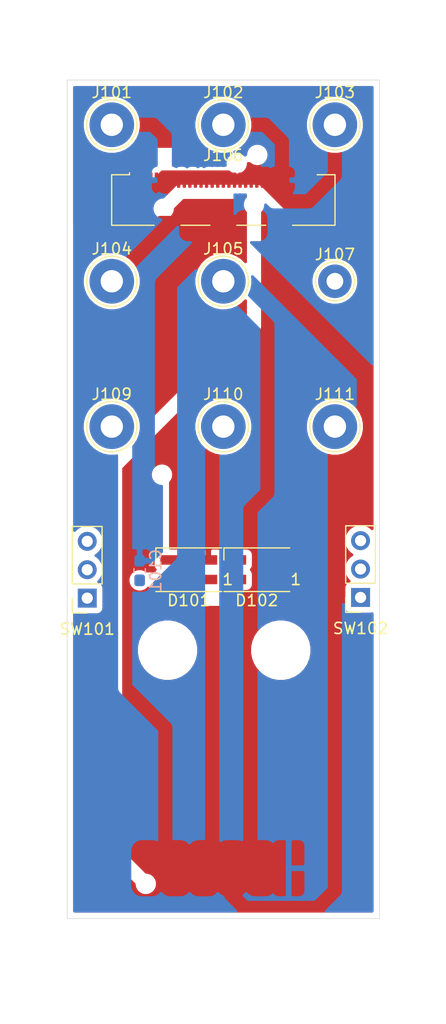
<source format=kicad_pcb>
(kicad_pcb (version 20171130) (host pcbnew "(5.1.5-0-10_14)")

  (general
    (thickness 1.6)
    (drawings 977)
    (tracks 0)
    (zones 0)
    (modules 15)
    (nets 18)
  )

  (page A4)
  (layers
    (0 F.Cu signal)
    (31 B.Cu signal)
    (32 B.Adhes user)
    (33 F.Adhes user)
    (34 B.Paste user)
    (35 F.Paste user)
    (36 B.SilkS user)
    (37 F.SilkS user)
    (38 B.Mask user)
    (39 F.Mask user)
    (40 Dwgs.User user)
    (41 Cmts.User user)
    (42 Eco1.User user)
    (43 Eco2.User user)
    (44 Edge.Cuts user)
    (45 Margin user)
    (46 B.CrtYd user)
    (47 F.CrtYd user)
    (48 B.Fab user)
    (49 F.Fab user)
  )

  (setup
    (last_trace_width 0.25)
    (trace_clearance 0.2)
    (zone_clearance 0.508)
    (zone_45_only no)
    (trace_min 0.2)
    (via_size 0.8)
    (via_drill 0.4)
    (via_min_size 0.4)
    (via_min_drill 0.3)
    (uvia_size 0.3)
    (uvia_drill 0.1)
    (uvias_allowed no)
    (uvia_min_size 0.2)
    (uvia_min_drill 0.1)
    (edge_width 0.05)
    (segment_width 0.2)
    (pcb_text_width 0.3)
    (pcb_text_size 1.5 1.5)
    (mod_edge_width 0.12)
    (mod_text_size 1 1)
    (mod_text_width 0.15)
    (pad_size 1.524 1.524)
    (pad_drill 0.762)
    (pad_to_mask_clearance 0.051)
    (solder_mask_min_width 0.25)
    (aux_axis_origin 0 0)
    (visible_elements FFFFFF7F)
    (pcbplotparams
      (layerselection 0x010fc_ffffffff)
      (usegerberextensions false)
      (usegerberattributes false)
      (usegerberadvancedattributes false)
      (creategerberjobfile false)
      (excludeedgelayer true)
      (linewidth 0.100000)
      (plotframeref false)
      (viasonmask false)
      (mode 1)
      (useauxorigin false)
      (hpglpennumber 1)
      (hpglpenspeed 20)
      (hpglpendiameter 15.000000)
      (psnegative false)
      (psa4output false)
      (plotreference true)
      (plotvalue true)
      (plotinvisibletext false)
      (padsonsilk false)
      (subtractmaskfromsilk false)
      (outputformat 4)
      (mirror false)
      (drillshape 1)
      (scaleselection 1)
      (outputdirectory ""))
  )

  (net 0 "")
  (net 1 GND)
  (net 2 VCC)
  (net 3 "Net-(D101-Pad1)")
  (net 4 /pixels)
  (net 5 /siff-in)
  (net 6 /compa-out)
  (net 7 /output)
  (net 8 /scale)
  (net 9 /aux)
  (net 10 /c)
  (net 11 /b)
  (net 12 /a)
  (net 13 /bias)
  (net 14 /hi_clip1)
  (net 15 /hi_clip2)
  (net 16 /lo_clip2)
  (net 17 /lo_clip1)

  (net_class Default "This is the default net class."
    (clearance 0.2)
    (trace_width 0.25)
    (via_dia 0.8)
    (via_drill 0.4)
    (uvia_dia 0.3)
    (uvia_drill 0.1)
    (add_net /a)
    (add_net /aux)
    (add_net /b)
    (add_net /bias)
    (add_net /c)
    (add_net /compa-out)
    (add_net /hi_clip1)
    (add_net /hi_clip2)
    (add_net /lo_clip1)
    (add_net /lo_clip2)
    (add_net /output)
    (add_net /pixels)
    (add_net /scale)
    (add_net /siff-in)
    (add_net GND)
    (add_net "Net-(D101-Pad1)")
    (add_net "Net-(D102-Pad1)")
    (add_net "Net-(SW101-Pad3)")
    (add_net "Net-(SW102-Pad3)")
    (add_net VCC)
  )

  (module Connector_FFC-FPC:Molex_502231-3300_1x33-1SH_P0.5mm_Vertical (layer F.Cu) (tedit 5D0C0124) (tstamp 5FEB3A86)
    (at 60 64)
    (descr "Molex 0.50mm Pitch Easy-On Type FFC/FPC Connector, For LVDS, 6.05mm Height, Vertical, Surface Mount, ZIF, 33 Circuits (https://www.molex.com/pdm_docs/sd/5022313300_sd.pdf)")
    (tags "molex FFC/FPC connector Pitch 0.5mm vertical")
    (path /5FEBCEF5)
    (attr smd)
    (fp_text reference J106 (at 0 -3.27) (layer F.SilkS)
      (effects (font (size 1 1) (thickness 0.15)))
    )
    (fp_text value Conn_01x33_Shielded (at 0 5.43) (layer F.Fab)
      (effects (font (size 1 1) (thickness 0.15)))
    )
    (fp_line (start 6.45 3.38) (end 6.45 4.4) (layer F.CrtYd) (width 0.05))
    (fp_line (start 3.55 3.38) (end 1.45 3.38) (layer F.CrtYd) (width 0.05))
    (fp_line (start 3.55 3.38) (end 3.55 4.4) (layer F.CrtYd) (width 0.05))
    (fp_line (start 3.55 4.4) (end 6.45 4.4) (layer F.CrtYd) (width 0.05))
    (fp_line (start 1.21 2.99) (end 3.79 2.99) (layer F.SilkS) (width 0.12))
    (fp_line (start 5 -3.15) (end 5 -2.75) (layer Cmts.User) (width 0.1))
    (fp_line (start 9.9 -2.75) (end 9.9 -1.42) (layer Cmts.User) (width 0.1))
    (fp_line (start -9.9 -2.75) (end -9.9 -1.42) (layer Cmts.User) (width 0.1))
    (fp_line (start -5 -3.15) (end 5 -3.15) (layer Cmts.User) (width 0.1))
    (fp_line (start -5 -2.75) (end -9.9 -2.75) (layer Cmts.User) (width 0.1))
    (fp_line (start -5 -3.15) (end -5 -2.75) (layer Cmts.User) (width 0.1))
    (fp_text user "Lock at height 2.4mm" (at 0 -2.27) (layer Cmts.User)
      (effects (font (size 0.5 0.5) (thickness 0.06)))
    )
    (fp_line (start 5 -2.75) (end 9.9 -2.75) (layer Cmts.User) (width 0.1))
    (fp_line (start -3.55 3.38) (end -3.55 4.4) (layer F.CrtYd) (width 0.05))
    (fp_line (start -1.45 3.38) (end -3.55 3.38) (layer F.CrtYd) (width 0.05))
    (fp_line (start -3.55 4.4) (end -6.45 4.4) (layer F.CrtYd) (width 0.05))
    (fp_line (start -6.45 3.38) (end -6.45 4.4) (layer F.CrtYd) (width 0.05))
    (fp_line (start -6.45 3.38) (end -10.4 3.38) (layer F.CrtYd) (width 0.05))
    (fp_line (start -10.4 3.38) (end -10.4 -1.92) (layer F.CrtYd) (width 0.05))
    (fp_line (start -10.4 -1.92) (end -8.65 -1.92) (layer F.CrtYd) (width 0.05))
    (fp_line (start -8.65 -1.92) (end -8.65 -2.23) (layer F.CrtYd) (width 0.05))
    (fp_line (start 8.65 -2.23) (end -8.65 -2.23) (layer F.CrtYd) (width 0.05))
    (fp_line (start 8.65 -1.92) (end 8.65 -2.23) (layer F.CrtYd) (width 0.05))
    (fp_line (start 10.4 -1.92) (end 8.65 -1.92) (layer F.CrtYd) (width 0.05))
    (fp_line (start 10.4 3.38) (end 10.4 -1.92) (layer F.CrtYd) (width 0.05))
    (fp_line (start 6.45 3.38) (end 10.4 3.38) (layer F.CrtYd) (width 0.05))
    (fp_line (start 1.45 3.38) (end 1.45 4.4) (layer F.CrtYd) (width 0.05))
    (fp_line (start -1.45 4.4) (end 1.45 4.4) (layer F.CrtYd) (width 0.05))
    (fp_line (start -1.45 3.38) (end -1.45 4.4) (layer F.CrtYd) (width 0.05))
    (fp_line (start -8.41 -1.53) (end -8.41 -1.7) (layer F.SilkS) (width 0.12))
    (fp_line (start -3.79 2.99) (end -1.21 2.99) (layer F.SilkS) (width 0.12))
    (fp_line (start -8.41 -1.53) (end -10.01 -1.53) (layer F.SilkS) (width 0.12))
    (fp_line (start -6.21 2.99) (end -10.01 2.99) (layer F.SilkS) (width 0.12))
    (fp_line (start -10.01 2.99) (end -10.01 -1.53) (layer F.SilkS) (width 0.12))
    (fp_line (start 8.41 -1.53) (end 10.01 -1.53) (layer F.SilkS) (width 0.12))
    (fp_line (start 10.01 2.99) (end 10.01 -1.53) (layer F.SilkS) (width 0.12))
    (fp_line (start 6.21 2.99) (end 10.01 2.99) (layer F.SilkS) (width 0.12))
    (fp_line (start -9.9 -1.42) (end 9.9 -1.42) (layer F.Fab) (width 0.1))
    (fp_line (start -9.9 2.88) (end 9.9 2.88) (layer F.Fab) (width 0.1))
    (fp_line (start 9.9 -1.42) (end 9.9 2.88) (layer F.Fab) (width 0.1))
    (fp_line (start -9.9 -1.42) (end -9.9 2.88) (layer F.Fab) (width 0.1))
    (fp_text user %R (at 0 0.73) (layer F.Fab)
      (effects (font (size 1 1) (thickness 0.15)))
    )
    (fp_line (start -8.3 -1.42) (end -8 -1.02) (layer F.Fab) (width 0.1))
    (fp_line (start -8 -1.02) (end -7.7 -1.42) (layer F.Fab) (width 0.1))
    (pad SH smd roundrect (at 0 3.025) (size 1.9 1.75) (layers F.Cu F.Paste F.Mask) (roundrect_rratio 0.143)
      (net 1 GND))
    (pad 33 smd roundrect (at 8 -1.045) (size 0.3 1.37) (layers F.Cu F.Paste F.Mask) (roundrect_rratio 0.25)
      (net 1 GND))
    (pad 32 smd roundrect (at 7.5 -1.045) (size 0.3 1.37) (layers F.Cu F.Paste F.Mask) (roundrect_rratio 0.25)
      (net 5 /siff-in))
    (pad 31 smd roundrect (at 7 -1.045) (size 0.3 1.37) (layers F.Cu F.Paste F.Mask) (roundrect_rratio 0.25)
      (net 1 GND))
    (pad 30 smd roundrect (at 6.5 -1.045) (size 0.3 1.37) (layers F.Cu F.Paste F.Mask) (roundrect_rratio 0.25)
      (net 1 GND))
    (pad 29 smd roundrect (at 6 -1.045) (size 0.3 1.37) (layers F.Cu F.Paste F.Mask) (roundrect_rratio 0.25)
      (net 13 /bias))
    (pad 28 smd roundrect (at 5.5 -1.045) (size 0.3 1.37) (layers F.Cu F.Paste F.Mask) (roundrect_rratio 0.25)
      (net 1 GND))
    (pad 27 smd roundrect (at 5 -1.045) (size 0.3 1.37) (layers F.Cu F.Paste F.Mask) (roundrect_rratio 0.25)
      (net 8 /scale))
    (pad 26 smd roundrect (at 4.5 -1.045) (size 0.3 1.37) (layers F.Cu F.Paste F.Mask) (roundrect_rratio 0.25)
      (net 1 GND))
    (pad 25 smd roundrect (at 4 -1.045) (size 0.3 1.37) (layers F.Cu F.Paste F.Mask) (roundrect_rratio 0.25)
      (net 1 GND))
    (pad 24 smd roundrect (at 3.5 -1.045) (size 0.3 1.37) (layers F.Cu F.Paste F.Mask) (roundrect_rratio 0.25)
      (net 9 /aux))
    (pad 23 smd roundrect (at 3 -1.045) (size 0.3 1.37) (layers F.Cu F.Paste F.Mask) (roundrect_rratio 0.25)
      (net 1 GND))
    (pad 22 smd roundrect (at 2.5 -1.045) (size 0.3 1.37) (layers F.Cu F.Paste F.Mask) (roundrect_rratio 0.25)
      (net 10 /c))
    (pad 21 smd roundrect (at 2 -1.045) (size 0.3 1.37) (layers F.Cu F.Paste F.Mask) (roundrect_rratio 0.25)
      (net 1 GND))
    (pad 20 smd roundrect (at 1.5 -1.045) (size 0.3 1.37) (layers F.Cu F.Paste F.Mask) (roundrect_rratio 0.25)
      (net 11 /b))
    (pad 19 smd roundrect (at 1 -1.045) (size 0.3 1.37) (layers F.Cu F.Paste F.Mask) (roundrect_rratio 0.25)
      (net 1 GND))
    (pad 18 smd roundrect (at 0.5 -1.045) (size 0.3 1.37) (layers F.Cu F.Paste F.Mask) (roundrect_rratio 0.25)
      (net 12 /a))
    (pad 17 smd roundrect (at 0 -1.045) (size 0.3 1.37) (layers F.Cu F.Paste F.Mask) (roundrect_rratio 0.25)
      (net 1 GND))
    (pad 16 smd roundrect (at -0.5 -1.045) (size 0.3 1.37) (layers F.Cu F.Paste F.Mask) (roundrect_rratio 0.25)
      (net 2 VCC))
    (pad SH smd roundrect (at 5 3.025) (size 1.9 1.75) (layers F.Cu F.Paste F.Mask) (roundrect_rratio 0.143)
      (net 1 GND))
    (pad SH smd roundrect (at -5 3.025) (size 1.9 1.75) (layers F.Cu F.Paste F.Mask) (roundrect_rratio 0.143)
      (net 1 GND))
    (pad 15 smd roundrect (at -1 -1.045) (size 0.3 1.37) (layers F.Cu F.Paste F.Mask) (roundrect_rratio 0.25)
      (net 4 /pixels))
    (pad 14 smd roundrect (at -1.5 -1.045) (size 0.3 1.37) (layers F.Cu F.Paste F.Mask) (roundrect_rratio 0.25)
      (net 2 VCC))
    (pad 13 smd roundrect (at -2 -1.045) (size 0.3 1.37) (layers F.Cu F.Paste F.Mask) (roundrect_rratio 0.25)
      (net 1 GND))
    (pad 12 smd roundrect (at -2.5 -1.045) (size 0.3 1.37) (layers F.Cu F.Paste F.Mask) (roundrect_rratio 0.25)
      (net 14 /hi_clip1))
    (pad 11 smd roundrect (at -3 -1.045) (size 0.3 1.37) (layers F.Cu F.Paste F.Mask) (roundrect_rratio 0.25)
      (net 1 GND))
    (pad 10 smd roundrect (at -3.5 -1.045) (size 0.3 1.37) (layers F.Cu F.Paste F.Mask) (roundrect_rratio 0.25)
      (net 15 /hi_clip2))
    (pad 9 smd roundrect (at -4 -1.045) (size 0.3 1.37) (layers F.Cu F.Paste F.Mask) (roundrect_rratio 0.25)
      (net 1 GND))
    (pad 8 smd roundrect (at -4.5 -1.045) (size 0.3 1.37) (layers F.Cu F.Paste F.Mask) (roundrect_rratio 0.25)
      (net 7 /output))
    (pad 7 smd roundrect (at -5 -1.045) (size 0.3 1.37) (layers F.Cu F.Paste F.Mask) (roundrect_rratio 0.25)
      (net 1 GND))
    (pad 6 smd roundrect (at -5.5 -1.045) (size 0.3 1.37) (layers F.Cu F.Paste F.Mask) (roundrect_rratio 0.25)
      (net 16 /lo_clip2))
    (pad 5 smd roundrect (at -6 -1.045) (size 0.3 1.37) (layers F.Cu F.Paste F.Mask) (roundrect_rratio 0.25)
      (net 1 GND))
    (pad 4 smd roundrect (at -6.5 -1.045) (size 0.3 1.37) (layers F.Cu F.Paste F.Mask) (roundrect_rratio 0.25)
      (net 17 /lo_clip1))
    (pad 3 smd roundrect (at -7 -1.045) (size 0.3 1.37) (layers F.Cu F.Paste F.Mask) (roundrect_rratio 0.25)
      (net 1 GND))
    (pad 2 smd roundrect (at -7.5 -1.045) (size 0.3 1.37) (layers F.Cu F.Paste F.Mask) (roundrect_rratio 0.25)
      (net 6 /compa-out))
    (pad 1 smd roundrect (at -8 -1.045) (size 0.3 1.37) (layers F.Cu F.Paste F.Mask) (roundrect_rratio 0.25)
      (net 1 GND))
    (model ${KISYS3DMOD}/Connector_FFC-FPC.3dshapes/Molex_502231-3300_1x33-1SH_P0.5mm_Vertical.wrl
      (at (xyz 0 0 0))
      (scale (xyz 1 1 1))
      (rotate (xyz 0 0 0))
    )
  )

  (module TestPoint:TestPoint_THTPad_D4.0mm_Drill2.0mm (layer F.Cu) (tedit 5A0F774F) (tstamp 5FEA8250)
    (at 70 85)
    (descr "THT pad as test Point, diameter 4.0mm, hole diameter 2.0mm")
    (tags "test point THT pad")
    (path /5FEA3801)
    (attr virtual)
    (fp_text reference J111 (at 0 -2.898) (layer F.SilkS)
      (effects (font (size 1 1) (thickness 0.15)))
    )
    (fp_text value Conn (at 0 3.1) (layer F.Fab)
      (effects (font (size 1 1) (thickness 0.15)))
    )
    (fp_circle (center 0 0) (end 0 2.25) (layer F.SilkS) (width 0.12))
    (fp_circle (center 0 0) (end 2.5 0) (layer F.CrtYd) (width 0.05))
    (fp_text user %R (at 0 -2.9) (layer F.Fab)
      (effects (font (size 1 1) (thickness 0.15)))
    )
    (pad 1 thru_hole circle (at 0 0) (size 4 4) (drill 2) (layers *.Cu *.Mask)
      (net 10 /c))
  )

  (module TestPoint:TestPoint_THTPad_D4.0mm_Drill2.0mm (layer F.Cu) (tedit 5A0F774F) (tstamp 5FEA808F)
    (at 60 85)
    (descr "THT pad as test Point, diameter 4.0mm, hole diameter 2.0mm")
    (tags "test point THT pad")
    (path /5FEA11EF)
    (attr virtual)
    (fp_text reference J110 (at 0 -2.898) (layer F.SilkS)
      (effects (font (size 1 1) (thickness 0.15)))
    )
    (fp_text value Conn (at 0 3.1) (layer F.Fab)
      (effects (font (size 1 1) (thickness 0.15)))
    )
    (fp_circle (center 0 0) (end 0 2.25) (layer F.SilkS) (width 0.12))
    (fp_circle (center 0 0) (end 2.5 0) (layer F.CrtYd) (width 0.05))
    (fp_text user %R (at 0 -2.9) (layer F.Fab)
      (effects (font (size 1 1) (thickness 0.15)))
    )
    (pad 1 thru_hole circle (at 0 0) (size 4 4) (drill 2) (layers *.Cu *.Mask)
      (net 11 /b))
  )

  (module TestPoint:TestPoint_THTPad_D4.0mm_Drill2.0mm (layer F.Cu) (tedit 5A0F774F) (tstamp 5FEA8087)
    (at 50 85)
    (descr "THT pad as test Point, diameter 4.0mm, hole diameter 2.0mm")
    (tags "test point THT pad")
    (path /5FEA11E5)
    (attr virtual)
    (fp_text reference J109 (at 0 -2.898) (layer F.SilkS)
      (effects (font (size 1 1) (thickness 0.15)))
    )
    (fp_text value Conn (at 0 3.1) (layer F.Fab)
      (effects (font (size 1 1) (thickness 0.15)))
    )
    (fp_circle (center 0 0) (end 0 2.25) (layer F.SilkS) (width 0.12))
    (fp_circle (center 0 0) (end 2.5 0) (layer F.CrtYd) (width 0.05))
    (fp_text user %R (at 0 -2.9) (layer F.Fab)
      (effects (font (size 1 1) (thickness 0.15)))
    )
    (pad 1 thru_hole circle (at 0 0) (size 4 4) (drill 2) (layers *.Cu *.Mask)
      (net 12 /a))
  )

  (module TestPoint:TestPoint_THTPad_D4.0mm_Drill2.0mm (layer F.Cu) (tedit 5A0F774F) (tstamp 5FEA8032)
    (at 60 72)
    (descr "THT pad as test Point, diameter 4.0mm, hole diameter 2.0mm")
    (tags "test point THT pad")
    (path /5FEA11D1)
    (attr virtual)
    (fp_text reference J105 (at 0 -2.898) (layer F.SilkS)
      (effects (font (size 1 1) (thickness 0.15)))
    )
    (fp_text value Conn (at 0 3.1) (layer F.Fab)
      (effects (font (size 1 1) (thickness 0.15)))
    )
    (fp_circle (center 0 0) (end 0 2.25) (layer F.SilkS) (width 0.12))
    (fp_circle (center 0 0) (end 2.5 0) (layer F.CrtYd) (width 0.05))
    (fp_text user %R (at 0 -2.9) (layer F.Fab)
      (effects (font (size 1 1) (thickness 0.15)))
    )
    (pad 1 thru_hole circle (at 0 0) (size 4 4) (drill 2) (layers *.Cu *.Mask)
      (net 9 /aux))
  )

  (module TestPoint:TestPoint_THTPad_D4.0mm_Drill2.0mm (layer F.Cu) (tedit 5A0F774F) (tstamp 5FEA802A)
    (at 50 72)
    (descr "THT pad as test Point, diameter 4.0mm, hole diameter 2.0mm")
    (tags "test point THT pad")
    (path /5FEA0A8B)
    (attr virtual)
    (fp_text reference J104 (at 0 -2.898) (layer F.SilkS)
      (effects (font (size 1 1) (thickness 0.15)))
    )
    (fp_text value Conn (at 0 3.1) (layer F.Fab)
      (effects (font (size 1 1) (thickness 0.15)))
    )
    (fp_circle (center 0 0) (end 0 2.25) (layer F.SilkS) (width 0.12))
    (fp_circle (center 0 0) (end 2.5 0) (layer F.CrtYd) (width 0.05))
    (fp_text user %R (at 0 -2.9) (layer F.Fab)
      (effects (font (size 1 1) (thickness 0.15)))
    )
    (pad 1 thru_hole circle (at 0 0) (size 4 4) (drill 2) (layers *.Cu *.Mask)
      (net 8 /scale))
  )

  (module TestPoint:TestPoint_THTPad_D4.0mm_Drill2.0mm (layer F.Cu) (tedit 5A0F774F) (tstamp 5FEA8022)
    (at 70 58)
    (descr "THT pad as test Point, diameter 4.0mm, hole diameter 2.0mm")
    (tags "test point THT pad")
    (path /5FEA0A81)
    (attr virtual)
    (fp_text reference J103 (at 0 -2.898) (layer F.SilkS)
      (effects (font (size 1 1) (thickness 0.15)))
    )
    (fp_text value Conn (at 0 3.1) (layer F.Fab)
      (effects (font (size 1 1) (thickness 0.15)))
    )
    (fp_circle (center 0 0) (end 0 2.25) (layer F.SilkS) (width 0.12))
    (fp_circle (center 0 0) (end 2.5 0) (layer F.CrtYd) (width 0.05))
    (fp_text user %R (at 0 -2.9) (layer F.Fab)
      (effects (font (size 1 1) (thickness 0.15)))
    )
    (pad 1 thru_hole circle (at 0 0) (size 4 4) (drill 2) (layers *.Cu *.Mask)
      (net 7 /output))
  )

  (module TestPoint:TestPoint_THTPad_D4.0mm_Drill2.0mm (layer F.Cu) (tedit 5A0F774F) (tstamp 5FEA801A)
    (at 60 58)
    (descr "THT pad as test Point, diameter 4.0mm, hole diameter 2.0mm")
    (tags "test point THT pad")
    (path /5FEA052A)
    (attr virtual)
    (fp_text reference J102 (at 0 -2.898) (layer F.SilkS)
      (effects (font (size 1 1) (thickness 0.15)))
    )
    (fp_text value Conn (at 0 3.1) (layer F.Fab)
      (effects (font (size 1 1) (thickness 0.15)))
    )
    (fp_circle (center 0 0) (end 0 2.25) (layer F.SilkS) (width 0.12))
    (fp_circle (center 0 0) (end 2.5 0) (layer F.CrtYd) (width 0.05))
    (fp_text user %R (at 0 -2.9) (layer F.Fab)
      (effects (font (size 1 1) (thickness 0.15)))
    )
    (pad 1 thru_hole circle (at 0 0) (size 4 4) (drill 2) (layers *.Cu *.Mask)
      (net 6 /compa-out))
  )

  (module TestPoint:TestPoint_THTPad_D4.0mm_Drill2.0mm (layer F.Cu) (tedit 5A0F774F) (tstamp 5FEA8012)
    (at 50 58)
    (descr "THT pad as test Point, diameter 4.0mm, hole diameter 2.0mm")
    (tags "test point THT pad")
    (path /5FE9F46B)
    (attr virtual)
    (fp_text reference J101 (at 0 -2.898) (layer F.SilkS)
      (effects (font (size 1 1) (thickness 0.15)))
    )
    (fp_text value Conn (at 0 3.1) (layer F.Fab)
      (effects (font (size 1 1) (thickness 0.15)))
    )
    (fp_circle (center 0 0) (end 0 2.25) (layer F.SilkS) (width 0.12))
    (fp_circle (center 0 0) (end 2.5 0) (layer F.CrtYd) (width 0.05))
    (fp_text user %R (at 0 -2.9) (layer F.Fab)
      (effects (font (size 1 1) (thickness 0.15)))
    )
    (pad 1 thru_hole circle (at 0 0) (size 4 4) (drill 2) (layers *.Cu *.Mask)
      (net 5 /siff-in))
  )

  (module Connector_PinSocket_2.54mm:PinSocket_1x03_P2.54mm_Vertical (layer F.Cu) (tedit 5A19A429) (tstamp 5FEA80C5)
    (at 72.3 100.28 180)
    (descr "Through hole straight socket strip, 1x03, 2.54mm pitch, single row (from Kicad 4.0.7), script generated")
    (tags "Through hole socket strip THT 1x03 2.54mm single row")
    (path /5FEA5B04)
    (fp_text reference SW102 (at 0 -2.77) (layer F.SilkS)
      (effects (font (size 1 1) (thickness 0.15)))
    )
    (fp_text value SW_SPDT (at 0 7.85) (layer F.Fab)
      (effects (font (size 1 1) (thickness 0.15)))
    )
    (fp_text user %R (at 0 2.54 90) (layer F.Fab)
      (effects (font (size 1 1) (thickness 0.15)))
    )
    (fp_line (start -1.8 6.85) (end -1.8 -1.8) (layer F.CrtYd) (width 0.05))
    (fp_line (start 1.75 6.85) (end -1.8 6.85) (layer F.CrtYd) (width 0.05))
    (fp_line (start 1.75 -1.8) (end 1.75 6.85) (layer F.CrtYd) (width 0.05))
    (fp_line (start -1.8 -1.8) (end 1.75 -1.8) (layer F.CrtYd) (width 0.05))
    (fp_line (start 0 -1.33) (end 1.33 -1.33) (layer F.SilkS) (width 0.12))
    (fp_line (start 1.33 -1.33) (end 1.33 0) (layer F.SilkS) (width 0.12))
    (fp_line (start 1.33 1.27) (end 1.33 6.41) (layer F.SilkS) (width 0.12))
    (fp_line (start -1.33 6.41) (end 1.33 6.41) (layer F.SilkS) (width 0.12))
    (fp_line (start -1.33 1.27) (end -1.33 6.41) (layer F.SilkS) (width 0.12))
    (fp_line (start -1.33 1.27) (end 1.33 1.27) (layer F.SilkS) (width 0.12))
    (fp_line (start -1.27 6.35) (end -1.27 -1.27) (layer F.Fab) (width 0.1))
    (fp_line (start 1.27 6.35) (end -1.27 6.35) (layer F.Fab) (width 0.1))
    (fp_line (start 1.27 -0.635) (end 1.27 6.35) (layer F.Fab) (width 0.1))
    (fp_line (start 0.635 -1.27) (end 1.27 -0.635) (layer F.Fab) (width 0.1))
    (fp_line (start -1.27 -1.27) (end 0.635 -1.27) (layer F.Fab) (width 0.1))
    (pad 3 thru_hole oval (at 0 5.08 180) (size 1.7 1.7) (drill 1) (layers *.Cu *.Mask))
    (pad 2 thru_hole oval (at 0 2.54 180) (size 1.7 1.7) (drill 1) (layers *.Cu *.Mask)
      (net 15 /hi_clip2))
    (pad 1 thru_hole rect (at 0 0 180) (size 1.7 1.7) (drill 1) (layers *.Cu *.Mask)
      (net 14 /hi_clip1))
    (model ${KISYS3DMOD}/Connector_PinSocket_2.54mm.3dshapes/PinSocket_1x03_P2.54mm_Vertical.wrl
      (at (xyz 0 0 0))
      (scale (xyz 1 1 1))
      (rotate (xyz 0 0 0))
    )
  )

  (module Connector_PinSocket_2.54mm:PinSocket_1x03_P2.54mm_Vertical (layer F.Cu) (tedit 5A19A429) (tstamp 5FEA80AE)
    (at 47.8 100.34 180)
    (descr "Through hole straight socket strip, 1x03, 2.54mm pitch, single row (from Kicad 4.0.7), script generated")
    (tags "Through hole socket strip THT 1x03 2.54mm single row")
    (path /5FEA4F71)
    (fp_text reference SW101 (at 0 -2.77) (layer F.SilkS)
      (effects (font (size 1 1) (thickness 0.15)))
    )
    (fp_text value SW_SPDT (at 0 7.85) (layer F.Fab)
      (effects (font (size 1 1) (thickness 0.15)))
    )
    (fp_text user %R (at 0 2.54 90) (layer F.Fab)
      (effects (font (size 1 1) (thickness 0.15)))
    )
    (fp_line (start -1.8 6.85) (end -1.8 -1.8) (layer F.CrtYd) (width 0.05))
    (fp_line (start 1.75 6.85) (end -1.8 6.85) (layer F.CrtYd) (width 0.05))
    (fp_line (start 1.75 -1.8) (end 1.75 6.85) (layer F.CrtYd) (width 0.05))
    (fp_line (start -1.8 -1.8) (end 1.75 -1.8) (layer F.CrtYd) (width 0.05))
    (fp_line (start 0 -1.33) (end 1.33 -1.33) (layer F.SilkS) (width 0.12))
    (fp_line (start 1.33 -1.33) (end 1.33 0) (layer F.SilkS) (width 0.12))
    (fp_line (start 1.33 1.27) (end 1.33 6.41) (layer F.SilkS) (width 0.12))
    (fp_line (start -1.33 6.41) (end 1.33 6.41) (layer F.SilkS) (width 0.12))
    (fp_line (start -1.33 1.27) (end -1.33 6.41) (layer F.SilkS) (width 0.12))
    (fp_line (start -1.33 1.27) (end 1.33 1.27) (layer F.SilkS) (width 0.12))
    (fp_line (start -1.27 6.35) (end -1.27 -1.27) (layer F.Fab) (width 0.1))
    (fp_line (start 1.27 6.35) (end -1.27 6.35) (layer F.Fab) (width 0.1))
    (fp_line (start 1.27 -0.635) (end 1.27 6.35) (layer F.Fab) (width 0.1))
    (fp_line (start 0.635 -1.27) (end 1.27 -0.635) (layer F.Fab) (width 0.1))
    (fp_line (start -1.27 -1.27) (end 0.635 -1.27) (layer F.Fab) (width 0.1))
    (pad 3 thru_hole oval (at 0 5.08 180) (size 1.7 1.7) (drill 1) (layers *.Cu *.Mask))
    (pad 2 thru_hole oval (at 0 2.54 180) (size 1.7 1.7) (drill 1) (layers *.Cu *.Mask)
      (net 16 /lo_clip2))
    (pad 1 thru_hole rect (at 0 0 180) (size 1.7 1.7) (drill 1) (layers *.Cu *.Mask)
      (net 17 /lo_clip1))
    (model ${KISYS3DMOD}/Connector_PinSocket_2.54mm.3dshapes/PinSocket_1x03_P2.54mm_Vertical.wrl
      (at (xyz 0 0 0))
      (scale (xyz 1 1 1))
      (rotate (xyz 0 0 0))
    )
  )

  (module TestPoint:TestPoint_THTPad_D3.0mm_Drill1.5mm (layer F.Cu) (tedit 5A0F774F) (tstamp 5FEA8044)
    (at 70 72)
    (descr "THT pad as test Point, diameter 3.0mm, hole diameter 1.5mm")
    (tags "test point THT pad")
    (path /5FEA11DB)
    (attr virtual)
    (fp_text reference J107 (at 0 -2.398) (layer F.SilkS)
      (effects (font (size 1 1) (thickness 0.15)))
    )
    (fp_text value Conn (at 0 2.55) (layer F.Fab)
      (effects (font (size 1 1) (thickness 0.15)))
    )
    (fp_circle (center 0 0) (end 0 1.75) (layer F.SilkS) (width 0.12))
    (fp_circle (center 0 0) (end 2 0) (layer F.CrtYd) (width 0.05))
    (fp_text user %R (at 0 -2.4) (layer F.Fab)
      (effects (font (size 1 1) (thickness 0.15)))
    )
    (pad 1 thru_hole circle (at 0 0) (size 3 3) (drill 1.5) (layers *.Cu *.Mask)
      (net 13 /bias))
  )

  (module LED_SMD:LED_SK6812MINI_PLCC4_3.5x3.5mm_P1.75mm (layer F.Cu) (tedit 5AA4B22F) (tstamp 5FEA87BF)
    (at 63 97.8 180)
    (descr https://cdn-shop.adafruit.com/product-files/2686/SK6812MINI_REV.01-1-2.pdf)
    (tags "LED RGB NeoPixel Mini")
    (path /5FEA6FC0)
    (attr smd)
    (fp_text reference D102 (at 0 -2.75) (layer F.SilkS)
      (effects (font (size 1 1) (thickness 0.15)))
    )
    (fp_text value SK6812MINI (at 0 3.25) (layer F.Fab)
      (effects (font (size 1 1) (thickness 0.15)))
    )
    (fp_circle (center 0 0) (end 0 -1.5) (layer F.Fab) (width 0.1))
    (fp_line (start 2.95 1.95) (end 2.95 0.875) (layer F.SilkS) (width 0.12))
    (fp_line (start -2.95 1.95) (end 2.95 1.95) (layer F.SilkS) (width 0.12))
    (fp_line (start -2.95 -1.95) (end 2.95 -1.95) (layer F.SilkS) (width 0.12))
    (fp_line (start 1.75 -1.75) (end -1.75 -1.75) (layer F.Fab) (width 0.1))
    (fp_line (start 1.75 1.75) (end 1.75 -1.75) (layer F.Fab) (width 0.1))
    (fp_line (start -1.75 1.75) (end 1.75 1.75) (layer F.Fab) (width 0.1))
    (fp_line (start -1.75 -1.75) (end -1.75 1.75) (layer F.Fab) (width 0.1))
    (fp_line (start 1.75 0.75) (end 0.75 1.75) (layer F.Fab) (width 0.1))
    (fp_line (start -2.8 -2) (end -2.8 2) (layer F.CrtYd) (width 0.05))
    (fp_line (start -2.8 2) (end 2.8 2) (layer F.CrtYd) (width 0.05))
    (fp_line (start 2.8 2) (end 2.8 -2) (layer F.CrtYd) (width 0.05))
    (fp_line (start 2.8 -2) (end -2.8 -2) (layer F.CrtYd) (width 0.05))
    (fp_text user %R (at 0 0 270) (layer F.Fab)
      (effects (font (size 0.5 0.5) (thickness 0.1)))
    )
    (fp_text user 1 (at -3.5 -0.875) (layer F.SilkS)
      (effects (font (size 1 1) (thickness 0.15)))
    )
    (pad 1 smd rect (at -1.75 -0.875 180) (size 1.6 0.85) (layers F.Cu F.Paste F.Mask))
    (pad 2 smd rect (at -1.75 0.875 180) (size 1.6 0.85) (layers F.Cu F.Paste F.Mask)
      (net 1 GND))
    (pad 4 smd rect (at 1.75 -0.875 180) (size 1.6 0.85) (layers F.Cu F.Paste F.Mask)
      (net 2 VCC))
    (pad 3 smd rect (at 1.75 0.875 180) (size 1.6 0.85) (layers F.Cu F.Paste F.Mask)
      (net 3 "Net-(D101-Pad1)"))
    (model ${KISYS3DMOD}/LED_SMD.3dshapes/LED_SK6812MINI_PLCC4_3.5x3.5mm_P1.75mm.wrl
      (at (xyz 0 0 0))
      (scale (xyz 1 1 1))
      (rotate (xyz 0 0 0))
    )
  )

  (module LED_SMD:LED_SK6812MINI_PLCC4_3.5x3.5mm_P1.75mm (layer F.Cu) (tedit 5AA4B22F) (tstamp 5FEA7FF3)
    (at 56.9 97.8 180)
    (descr https://cdn-shop.adafruit.com/product-files/2686/SK6812MINI_REV.01-1-2.pdf)
    (tags "LED RGB NeoPixel Mini")
    (path /5FEA6837)
    (attr smd)
    (fp_text reference D101 (at 0 -2.75) (layer F.SilkS)
      (effects (font (size 1 1) (thickness 0.15)))
    )
    (fp_text value SK6812MINI (at 0 3.25) (layer F.Fab)
      (effects (font (size 1 1) (thickness 0.15)))
    )
    (fp_circle (center 0 0) (end 0 -1.5) (layer F.Fab) (width 0.1))
    (fp_line (start 2.95 1.95) (end 2.95 0.875) (layer F.SilkS) (width 0.12))
    (fp_line (start -2.95 1.95) (end 2.95 1.95) (layer F.SilkS) (width 0.12))
    (fp_line (start -2.95 -1.95) (end 2.95 -1.95) (layer F.SilkS) (width 0.12))
    (fp_line (start 1.75 -1.75) (end -1.75 -1.75) (layer F.Fab) (width 0.1))
    (fp_line (start 1.75 1.75) (end 1.75 -1.75) (layer F.Fab) (width 0.1))
    (fp_line (start -1.75 1.75) (end 1.75 1.75) (layer F.Fab) (width 0.1))
    (fp_line (start -1.75 -1.75) (end -1.75 1.75) (layer F.Fab) (width 0.1))
    (fp_line (start 1.75 0.75) (end 0.75 1.75) (layer F.Fab) (width 0.1))
    (fp_line (start -2.8 -2) (end -2.8 2) (layer F.CrtYd) (width 0.05))
    (fp_line (start -2.8 2) (end 2.8 2) (layer F.CrtYd) (width 0.05))
    (fp_line (start 2.8 2) (end 2.8 -2) (layer F.CrtYd) (width 0.05))
    (fp_line (start 2.8 -2) (end -2.8 -2) (layer F.CrtYd) (width 0.05))
    (fp_text user %R (at 0 0 270) (layer F.Fab)
      (effects (font (size 0.5 0.5) (thickness 0.1)))
    )
    (fp_text user 1 (at -3.5 -0.875) (layer F.SilkS)
      (effects (font (size 1 1) (thickness 0.15)))
    )
    (pad 1 smd rect (at -1.75 -0.875 180) (size 1.6 0.85) (layers F.Cu F.Paste F.Mask)
      (net 3 "Net-(D101-Pad1)"))
    (pad 2 smd rect (at -1.75 0.875 180) (size 1.6 0.85) (layers F.Cu F.Paste F.Mask)
      (net 1 GND))
    (pad 4 smd rect (at 1.75 -0.875 180) (size 1.6 0.85) (layers F.Cu F.Paste F.Mask)
      (net 2 VCC))
    (pad 3 smd rect (at 1.75 0.875 180) (size 1.6 0.85) (layers F.Cu F.Paste F.Mask)
      (net 4 /pixels))
    (model ${KISYS3DMOD}/LED_SMD.3dshapes/LED_SK6812MINI_PLCC4_3.5x3.5mm_P1.75mm.wrl
      (at (xyz 0 0 0))
      (scale (xyz 1 1 1))
      (rotate (xyz 0 0 0))
    )
  )

  (module synkie_footprints:C_0603_1608Metric_Pad1.05x0.95mm_HandSolder (layer B.Cu) (tedit 5B301BBE) (tstamp 5FEA9EF9)
    (at 52.5 97.875 90)
    (descr "Capacitor SMD 0603 (1608 Metric), square (rectangular) end terminal, IPC_7351 nominal with elongated pad for handsoldering. (Body size source: http://www.tortai-tech.com/upload/download/2011102023233369053.pdf), generated with kicad-footprint-generator")
    (tags "capacitor handsolder")
    (path /5FEA92A9)
    (attr smd)
    (fp_text reference C101 (at 0 1.43 90) (layer B.SilkS)
      (effects (font (size 1 1) (thickness 0.15)) (justify mirror))
    )
    (fp_text value C (at 0 -1.43 90) (layer B.Fab)
      (effects (font (size 1 1) (thickness 0.15)) (justify mirror))
    )
    (fp_text user %R (at 0 0 90) (layer B.Fab)
      (effects (font (size 0.4 0.4) (thickness 0.06)) (justify mirror))
    )
    (fp_line (start 1.65 -0.73) (end -1.65 -0.73) (layer B.CrtYd) (width 0.05))
    (fp_line (start 1.65 0.73) (end 1.65 -0.73) (layer B.CrtYd) (width 0.05))
    (fp_line (start -1.65 0.73) (end 1.65 0.73) (layer B.CrtYd) (width 0.05))
    (fp_line (start -1.65 -0.73) (end -1.65 0.73) (layer B.CrtYd) (width 0.05))
    (fp_line (start -0.171267 -0.51) (end 0.171267 -0.51) (layer B.SilkS) (width 0.12))
    (fp_line (start -0.171267 0.51) (end 0.171267 0.51) (layer B.SilkS) (width 0.12))
    (fp_line (start 0.8 -0.4) (end -0.8 -0.4) (layer B.Fab) (width 0.1))
    (fp_line (start 0.8 0.4) (end 0.8 -0.4) (layer B.Fab) (width 0.1))
    (fp_line (start -0.8 0.4) (end 0.8 0.4) (layer B.Fab) (width 0.1))
    (fp_line (start -0.8 -0.4) (end -0.8 0.4) (layer B.Fab) (width 0.1))
    (pad 2 smd roundrect (at 0.875 0 90) (size 1.05 0.95) (layers B.Cu B.Paste B.Mask) (roundrect_rratio 0.25)
      (net 1 GND))
    (pad 1 smd roundrect (at -0.875 0 90) (size 1.05 0.95) (layers B.Cu B.Paste B.Mask) (roundrect_rratio 0.25)
      (net 2 VCC))
    (model ${KISYS3DMOD}/Capacitor_SMD.3dshapes/C_0603_1608Metric.wrl
      (at (xyz 0 0 0))
      (scale (xyz 1 1 1))
      (rotate (xyz 0 0 0))
    )
  )

  (gr_line (start 46 129) (end 46 54) (layer Edge.Cuts) (width 0.05) (tstamp 5FEA88CC))
  (gr_line (start 74 129) (end 46 129) (layer Edge.Cuts) (width 0.05))
  (gr_line (start 74 54) (end 74 129) (layer Edge.Cuts) (width 0.05))
  (gr_line (start 46 54) (end 74 54) (layer Edge.Cuts) (width 0.05))
  (gr_line (start 50.627049 60.362469) (end 49.980001 60.447654) (layer Eco2.User) (width 0.0001))
  (gr_line (start 51.230001 60.112718) (end 50.627049 60.362469) (layer Eco2.User) (width 0.0001))
  (gr_line (start 62.04489 64.647553) (end 61.475662 64.647553) (layer Eco2.User) (width 0.0001))
  (gr_line (start 61.767968 63.841405) (end 62.04489 64.647553) (layer Eco2.User) (width 0.0001))
  (gr_line (start 61.475662 64.647553) (end 61.761814 63.841405) (layer Eco2.User) (width 0.0001))
  (gr_line (start 72.452028 78.500368) (end 71.882801 78.500368) (layer Eco2.User) (width 0.0001))
  (gr_line (start 72.175107 77.694219) (end 72.452028 78.500368) (layer Eco2.User) (width 0.0001))
  (gr_line (start 71.882801 78.500368) (end 72.168953 77.694219) (layer Eco2.User) (width 0.0001))
  (gr_line (start 58.095398 78.256567) (end 57.52617 78.256567) (layer Eco2.User) (width 0.0001))
  (gr_line (start 57.818476 77.450418) (end 58.095398 78.256567) (layer Eco2.User) (width 0.0001))
  (gr_line (start 57.52617 78.256567) (end 57.812322 77.450418) (layer Eco2.User) (width 0.0001))
  (gr_line (start 47.730393 78.134672) (end 47.161166 78.134672) (layer Eco2.User) (width 0.0001))
  (gr_line (start 47.453472 77.328523) (end 47.730393 78.134672) (layer Eco2.User) (width 0.0001))
  (gr_line (start 47.161166 78.134672) (end 47.447318 77.328523) (layer Eco2.User) (width 0.0001))
  (gr_line (start 49.917599 91.278837) (end 49.348372 91.278837) (layer Eco2.User) (width 0.0001))
  (gr_line (start 49.640678 90.472688) (end 49.917599 91.278837) (layer Eco2.User) (width 0.0001))
  (gr_line (start 49.348372 91.278837) (end 49.634524 90.472688) (layer Eco2.User) (width 0.0001))
  (gr_line (start 49.962376 63.467161) (end 49.482379 63.467161) (layer Eco2.User) (width 0.0001))
  (gr_line (start 50.879293 64.940998) (end 49.962376 63.467161) (layer Eco2.User) (width 0.0001))
  (gr_line (start 50.885447 63.467161) (end 50.885447 64.940998) (layer Eco2.User) (width 0.0001))
  (gr_line (start 51.337752 63.467161) (end 50.885447 63.467161) (layer Eco2.User) (width 0.0001))
  (gr_line (start 51.337752 65.66407) (end 51.337752 63.467161) (layer Eco2.User) (width 0.0001))
  (gr_line (start 50.854678 65.66407) (end 51.337752 65.66407) (layer Eco2.User) (width 0.0001))
  (gr_line (start 49.940838 64.19331) (end 50.854678 65.66407) (layer Eco2.User) (width 0.0001))
  (gr_line (start 49.934684 65.66407) (end 49.934684 64.19331) (layer Eco2.User) (width 0.0001))
  (gr_line (start 49.482379 65.66407) (end 49.934684 65.66407) (layer Eco2.User) (width 0.0001))
  (gr_line (start 49.482379 63.467161) (end 49.482379 65.66407) (layer Eco2.User) (width 0.0001))
  (gr_line (start 39.980001 138.44) (end 79.98 138.44) (layer Eco2.User) (width 0.0001))
  (gr_line (start 62.017197 63.29987) (end 61.521816 63.29987) (layer Eco2.User) (width 0.0001))
  (gr_line (start 62.838731 65.496779) (end 62.017197 63.29987) (layer Eco2.User) (width 0.0001))
  (gr_line (start 62.337195 65.496779) (end 62.838731 65.496779) (layer Eco2.User) (width 0.0001))
  (gr_line (start 62.171043 65.007551) (end 62.337195 65.496779) (layer Eco2.User) (width 0.0001))
  (gr_line (start 61.349509 65.007551) (end 62.171043 65.007551) (layer Eco2.User) (width 0.0001))
  (gr_line (start 61.177203 65.496779) (end 61.349509 65.007551) (layer Eco2.User) (width 0.0001))
  (gr_line (start 60.691052 65.496779) (end 61.177203 65.496779) (layer Eco2.User) (width 0.0001))
  (gr_line (start 61.521816 63.29987) (end 60.691052 65.496779) (layer Eco2.User) (width 0.0001))
  (gr_line (start 59.860288 63.29987) (end 58.869525 63.29987) (layer Eco2.User) (width 0.0001))
  (gr_line (start 60.051056 63.314869) (end 59.860288 63.29987) (layer Eco2.User) (width 0.0001))
  (gr_line (start 60.211055 63.359869) (end 60.051056 63.314869) (layer Eco2.User) (width 0.0001))
  (gr_line (start 60.342208 63.429484) (end 60.211055 63.359869) (layer Eco2.User) (width 0.0001))
  (gr_line (start 60.446438 63.51833) (end 60.342208 63.429484) (layer Eco2.User) (width 0.0001))
  (gr_line (start 60.524899 63.623714) (end 60.446438 63.51833) (layer Eco2.User) (width 0.0001))
  (gr_line (start 60.578745 63.742944) (end 60.524899 63.623714) (layer Eco2.User) (width 0.0001))
  (gr_line (start 60.620283 64.004481) (end 60.578745 63.742944) (layer Eco2.User) (width 0.0001))
  (gr_line (start 60.578745 64.264479) (end 60.620283 64.004481) (layer Eco2.User) (width 0.0001))
  (gr_line (start 60.524899 64.384863) (end 60.578745 64.264479) (layer Eco2.User) (width 0.0001))
  (gr_line (start 60.446438 64.490631) (end 60.524899 64.384863) (layer Eco2.User) (width 0.0001))
  (gr_line (start 60.342208 64.579477) (end 60.446438 64.490631) (layer Eco2.User) (width 0.0001))
  (gr_line (start 60.211055 64.649092) (end 60.342208 64.579477) (layer Eco2.User) (width 0.0001))
  (gr_line (start 60.051056 64.694092) (end 60.211055 64.649092) (layer Eco2.User) (width 0.0001))
  (gr_line (start 59.860288 64.709092) (end 60.051056 64.694092) (layer Eco2.User) (width 0.0001))
  (gr_line (start 59.352599 64.709092) (end 59.860288 64.709092) (layer Eco2.User) (width 0.0001))
  (gr_line (start 59.352599 65.496779) (end 59.352599 64.709092) (layer Eco2.User) (width 0.0001))
  (gr_line (start 58.869525 65.496779) (end 59.352599 65.496779) (layer Eco2.User) (width 0.0001))
  (gr_line (start 58.869525 63.29987) (end 58.869525 65.496779) (layer Eco2.User) (width 0.0001))
  (gr_line (start 59.727981 64.333709) (end 59.352599 64.333709) (layer Eco2.User) (width 0.0001))
  (gr_line (start 59.88798 64.321402) (end 59.727981 64.333709) (layer Eco2.User) (width 0.0001))
  (gr_line (start 60.023364 64.27371) (end 59.88798 64.321402) (layer Eco2.User) (width 0.0001))
  (gr_line (start 60.117209 64.17371) (end 60.023364 64.27371) (layer Eco2.User) (width 0.0001))
  (gr_line (start 60.152594 64.004481) (end 60.117209 64.17371) (layer Eco2.User) (width 0.0001))
  (gr_line (start 60.117209 63.835251) (end 60.152594 64.004481) (layer Eco2.User) (width 0.0001))
  (gr_line (start 60.023364 63.735251) (end 60.117209 63.835251) (layer Eco2.User) (width 0.0001))
  (gr_line (start 59.88798 63.687559) (end 60.023364 63.735251) (layer Eco2.User) (width 0.0001))
  (gr_line (start 59.727981 63.675252) (end 59.88798 63.687559) (layer Eco2.User) (width 0.0001))
  (gr_line (start 59.352599 63.675252) (end 59.727981 63.675252) (layer Eco2.User) (width 0.0001))
  (gr_line (start 59.352599 64.333709) (end 59.352599 63.675252) (layer Eco2.User) (width 0.0001))
  (gr_line (start 57.998761 63.88602) (end 58.054145 64.038326) (layer Eco2.User) (width 0.0001))
  (gr_line (start 57.891069 63.764482) (end 57.998761 63.88602) (layer Eco2.User) (width 0.0001))
  (gr_line (start 57.744916 63.682944) (end 57.891069 63.764482) (layer Eco2.User) (width 0.0001))
  (gr_line (start 57.574148 63.653713) (end 57.744916 63.682944) (layer Eco2.User) (width 0.0001))
  (gr_line (start 57.42338 63.669483) (end 57.574148 63.653713) (layer Eco2.User) (width 0.0001))
  (gr_line (start 57.297227 63.71679) (end 57.42338 63.669483) (layer Eco2.User) (width 0.0001))
  (gr_line (start 57.194151 63.790636) (end 57.297227 63.71679) (layer Eco2.User) (width 0.0001))
  (gr_line (start 57.112613 63.88602) (end 57.194151 63.790636) (layer Eco2.User) (width 0.0001))
  (gr_line (start 57.051459 63.999481) (end 57.112613 63.88602) (layer Eco2.User) (width 0.0001))
  (gr_line (start 57.009536 64.127557) (end 57.051459 63.999481) (layer Eco2.User) (width 0.0001))
  (gr_line (start 56.977229 64.407555) (end 57.009536 64.127557) (layer Eco2.User) (width 0.0001))
  (gr_line (start 57.009536 64.676784) (end 56.977229 64.407555) (layer Eco2.User) (width 0.0001))
  (gr_line (start 57.051459 64.801014) (end 57.009536 64.676784) (layer Eco2.User) (width 0.0001))
  (gr_line (start 57.112613 64.912167) (end 57.051459 64.801014) (layer Eco2.User) (width 0.0001))
  (gr_line (start 57.194151 65.006397) (end 57.112613 64.912167) (layer Eco2.User) (width 0.0001))
  (gr_line (start 57.297227 65.079858) (end 57.194151 65.006397) (layer Eco2.User) (width 0.0001))
  (gr_line (start 57.42338 65.127166) (end 57.297227 65.079858) (layer Eco2.User) (width 0.0001))
  (gr_line (start 57.574148 65.142935) (end 57.42338 65.127166) (layer Eco2.User) (width 0.0001))
  (gr_line (start 57.771455 65.109089) (end 57.574148 65.142935) (layer Eco2.User) (width 0.0001))
  (gr_line (start 57.9203 65.007551) (end 57.771455 65.109089) (layer Eco2.User) (width 0.0001))
  (gr_line (start 58.020684 64.850629) (end 57.9203 65.007551) (layer Eco2.User) (width 0.0001))
  (gr_line (start 58.072607 64.65063) (end 58.020684 64.850629) (layer Eco2.User) (width 0.0001))
  (gr_line (start 58.540296 64.65063) (end 58.072607 64.65063) (layer Eco2.User) (width 0.0001))
  (gr_line (start 58.507219 64.846783) (end 58.540296 64.65063) (layer Eco2.User) (width 0.0001))
  (gr_line (start 58.444912 65.022936) (end 58.507219 64.846783) (layer Eco2.User) (width 0.0001))
  (gr_line (start 58.355682 65.176781) (end 58.444912 65.022936) (layer Eco2.User) (width 0.0001))
  (gr_line (start 58.241836 65.306011) (end 58.355682 65.176781) (layer Eco2.User) (width 0.0001))
  (gr_line (start 58.104914 65.409087) (end 58.241836 65.306011) (layer Eco2.User) (width 0.0001))
  (gr_line (start 57.946454 65.484471) (end 58.104914 65.409087) (layer Eco2.User) (width 0.0001))
  (gr_line (start 57.768762 65.530625) (end 57.946454 65.484471) (layer Eco2.User) (width 0.0001))
  (gr_line (start 57.574148 65.546009) (end 57.768762 65.530625) (layer Eco2.User) (width 0.0001))
  (gr_line (start 57.334534 65.524087) (end 57.574148 65.546009) (layer Eco2.User) (width 0.0001))
  (gr_line (start 57.120305 65.458318) (end 57.334534 65.524087) (layer Eco2.User) (width 0.0001))
  (gr_line (start 56.934537 65.354088) (end 57.120305 65.458318) (layer Eco2.User) (width 0.0001))
  (gr_line (start 56.780307 65.216781) (end 56.934537 65.354088) (layer Eco2.User) (width 0.0001))
  (gr_line (start 56.658 65.049474) (end 56.780307 65.216781) (layer Eco2.User) (width 0.0001))
  (gr_line (start 56.568001 64.855244) (end 56.658 65.049474) (layer Eco2.User) (width 0.0001))
  (gr_line (start 56.512616 64.639477) (end 56.568001 64.855244) (layer Eco2.User) (width 0.0001))
  (gr_line (start 56.494155 64.407555) (end 56.512616 64.639477) (layer Eco2.User) (width 0.0001))
  (gr_line (start 56.512616 64.170249) (end 56.494155 64.407555) (layer Eco2.User) (width 0.0001))
  (gr_line (start 56.568001 63.950635) (end 56.512616 64.170249) (layer Eco2.User) (width 0.0001))
  (gr_line (start 56.658 63.753328) (end 56.568001 63.950635) (layer Eco2.User) (width 0.0001))
  (gr_line (start 56.780307 63.582945) (end 56.658 63.753328) (layer Eco2.User) (width 0.0001))
  (gr_line (start 56.934537 63.442945) (end 56.780307 63.582945) (layer Eco2.User) (width 0.0001))
  (gr_line (start 57.120305 63.336792) (end 56.934537 63.442945) (layer Eco2.User) (width 0.0001))
  (gr_line (start 57.334534 63.26987) (end 57.120305 63.336792) (layer Eco2.User) (width 0.0001))
  (gr_line (start 57.574148 63.247562) (end 57.334534 63.26987) (layer Eco2.User) (width 0.0001))
  (gr_line (start 57.750686 63.260639) (end 57.574148 63.247562) (layer Eco2.User) (width 0.0001))
  (gr_line (start 57.917223 63.29987) (end 57.750686 63.260639) (layer Eco2.User) (width 0.0001))
  (gr_line (start 58.070299 63.3641) (end 57.917223 63.29987) (layer Eco2.User) (width 0.0001))
  (gr_line (start 58.206452 63.452176) (end 58.070299 63.3641) (layer Eco2.User) (width 0.0001))
  (gr_line (start 58.32299 63.564099) (end 58.206452 63.452176) (layer Eco2.User) (width 0.0001))
  (gr_line (start 58.41722 63.699867) (end 58.32299 63.564099) (layer Eco2.User) (width 0.0001))
  (gr_line (start 58.484912 63.858328) (end 58.41722 63.699867) (layer Eco2.User) (width 0.0001))
  (gr_line (start 58.521835 64.038326) (end 58.484912 63.858328) (layer Eco2.User) (width 0.0001))
  (gr_line (start 58.054145 64.038326) (end 58.521835 64.038326) (layer Eco2.User) (width 0.0001))
  (gr_line (start 72.874676 100.144352) (end 72.227628 100.229538) (layer Eco2.User) (width 0.0001))
  (gr_line (start 73.477628 99.894601) (end 72.874676 100.144352) (layer Eco2.User) (width 0.0001))
  (gr_line (start 73.995395 99.497305) (end 73.477628 99.894601) (layer Eco2.User) (width 0.0001))
  (gr_line (start 74.392692 98.979538) (end 73.995395 99.497305) (layer Eco2.User) (width 0.0001))
  (gr_line (start 74.642443 98.376585) (end 74.392692 98.979538) (layer Eco2.User) (width 0.0001))
  (gr_line (start 74.727628 97.729538) (end 74.642443 98.376585) (layer Eco2.User) (width 0.0001))
  (gr_line (start 74.642443 97.08249) (end 74.727628 97.729538) (layer Eco2.User) (width 0.0001))
  (gr_line (start 74.392692 96.479538) (end 74.642443 97.08249) (layer Eco2.User) (width 0.0001))
  (gr_line (start 73.995395 95.961771) (end 74.392692 96.479538) (layer Eco2.User) (width 0.0001))
  (gr_line (start 73.477628 95.564474) (end 73.995395 95.961771) (layer Eco2.User) (width 0.0001))
  (gr_line (start 72.874676 95.314723) (end 73.477628 95.564474) (layer Eco2.User) (width 0.0001))
  (gr_line (start 72.227628 95.229538) (end 72.874676 95.314723) (layer Eco2.User) (width 0.0001))
  (gr_line (start 71.58058 95.314723) (end 72.227628 95.229538) (layer Eco2.User) (width 0.0001))
  (gr_line (start 70.977628 95.564474) (end 71.58058 95.314723) (layer Eco2.User) (width 0.0001))
  (gr_line (start 70.459861 95.961771) (end 70.977628 95.564474) (layer Eco2.User) (width 0.0001))
  (gr_line (start 70.062565 96.479538) (end 70.459861 95.961771) (layer Eco2.User) (width 0.0001))
  (gr_line (start 69.812813 97.08249) (end 70.062565 96.479538) (layer Eco2.User) (width 0.0001))
  (gr_line (start 69.727628 97.729538) (end 69.812813 97.08249) (layer Eco2.User) (width 0.0001))
  (gr_line (start 69.812813 98.376585) (end 69.727628 97.729538) (layer Eco2.User) (width 0.0001))
  (gr_line (start 70.062565 98.979538) (end 69.812813 98.376585) (layer Eco2.User) (width 0.0001))
  (gr_line (start 70.459861 99.497305) (end 70.062565 98.979538) (layer Eco2.User) (width 0.0001))
  (gr_line (start 70.977628 99.894601) (end 70.459861 99.497305) (layer Eco2.User) (width 0.0001))
  (gr_line (start 71.58058 100.144352) (end 70.977628 99.894601) (layer Eco2.User) (width 0.0001))
  (gr_line (start 72.227628 100.229538) (end 71.58058 100.144352) (layer Eco2.User) (width 0.0001))
  (gr_line (start 48.420084 100.144352) (end 47.773037 100.229538) (layer Eco2.User) (width 0.0001))
  (gr_line (start 49.023037 99.894601) (end 48.420084 100.144352) (layer Eco2.User) (width 0.0001))
  (gr_line (start 49.540804 99.497305) (end 49.023037 99.894601) (layer Eco2.User) (width 0.0001))
  (gr_line (start 49.9381 98.979538) (end 49.540804 99.497305) (layer Eco2.User) (width 0.0001))
  (gr_line (start 50.187851 98.376585) (end 49.9381 98.979538) (layer Eco2.User) (width 0.0001))
  (gr_line (start 50.273037 97.729538) (end 50.187851 98.376585) (layer Eco2.User) (width 0.0001))
  (gr_line (start 50.187851 97.08249) (end 50.273037 97.729538) (layer Eco2.User) (width 0.0001))
  (gr_line (start 49.9381 96.479538) (end 50.187851 97.08249) (layer Eco2.User) (width 0.0001))
  (gr_line (start 49.540804 95.961771) (end 49.9381 96.479538) (layer Eco2.User) (width 0.0001))
  (gr_line (start 49.023037 95.564474) (end 49.540804 95.961771) (layer Eco2.User) (width 0.0001))
  (gr_line (start 48.420084 95.314723) (end 49.023037 95.564474) (layer Eco2.User) (width 0.0001))
  (gr_line (start 47.773037 95.229538) (end 48.420084 95.314723) (layer Eco2.User) (width 0.0001))
  (gr_line (start 47.125989 95.314723) (end 47.773037 95.229538) (layer Eco2.User) (width 0.0001))
  (gr_line (start 46.523037 95.564474) (end 47.125989 95.314723) (layer Eco2.User) (width 0.0001))
  (gr_line (start 46.00527 95.961771) (end 46.523037 95.564474) (layer Eco2.User) (width 0.0001))
  (gr_line (start 45.607973 96.479538) (end 46.00527 95.961771) (layer Eco2.User) (width 0.0001))
  (gr_line (start 45.358222 97.08249) (end 45.607973 96.479538) (layer Eco2.User) (width 0.0001))
  (gr_line (start 45.273037 97.729538) (end 45.358222 97.08249) (layer Eco2.User) (width 0.0001))
  (gr_line (start 45.358222 98.376585) (end 45.273037 97.729538) (layer Eco2.User) (width 0.0001))
  (gr_line (start 45.607973 98.979538) (end 45.358222 98.376585) (layer Eco2.User) (width 0.0001))
  (gr_line (start 46.00527 99.497305) (end 45.607973 98.979538) (layer Eco2.User) (width 0.0001))
  (gr_line (start 46.523037 99.894601) (end 46.00527 99.497305) (layer Eco2.User) (width 0.0001))
  (gr_line (start 47.125989 100.144352) (end 46.523037 99.894601) (layer Eco2.User) (width 0.0001))
  (gr_line (start 47.773037 100.229538) (end 47.125989 100.144352) (layer Eco2.User) (width 0.0001))
  (gr_line (start 60.627049 55.53284) (end 61.230001 55.782591) (layer Eco2.User) (width 0.0001))
  (gr_line (start 61.230001 55.782591) (end 61.747768 56.179887) (layer Eco2.User) (width 0.0001))
  (gr_line (start 61.747768 56.179887) (end 62.145065 56.697654) (layer Eco2.User) (width 0.0001))
  (gr_line (start 62.145065 56.697654) (end 62.394816 57.300607) (layer Eco2.User) (width 0.0001))
  (gr_line (start 62.394816 57.300607) (end 62.480001 57.947654) (layer Eco2.User) (width 0.0001))
  (gr_line (start 62.480001 57.947654) (end 62.394816 58.594702) (layer Eco2.User) (width 0.0001))
  (gr_line (start 62.394816 58.594702) (end 62.145065 59.197654) (layer Eco2.User) (width 0.0001))
  (gr_line (start 62.145065 59.197654) (end 61.747768 59.715421) (layer Eco2.User) (width 0.0001))
  (gr_line (start 61.747768 59.715421) (end 61.230001 60.112718) (layer Eco2.User) (width 0.0001))
  (gr_line (start 61.230001 60.112718) (end 60.627049 60.362469) (layer Eco2.User) (width 0.0001))
  (gr_line (start 60.627049 60.362469) (end 59.980001 60.447654) (layer Eco2.User) (width 0.0001))
  (gr_line (start 59.980001 60.447654) (end 59.332954 60.362469) (layer Eco2.User) (width 0.0001))
  (gr_line (start 59.332954 60.362469) (end 58.730001 60.112718) (layer Eco2.User) (width 0.0001))
  (gr_line (start 58.730001 60.112718) (end 58.212234 59.715421) (layer Eco2.User) (width 0.0001))
  (gr_line (start 58.212234 59.715421) (end 57.814938 59.197654) (layer Eco2.User) (width 0.0001))
  (gr_line (start 57.814938 59.197654) (end 57.565187 58.594702) (layer Eco2.User) (width 0.0001))
  (gr_line (start 57.565187 58.594702) (end 57.480001 57.947654) (layer Eco2.User) (width 0.0001))
  (gr_line (start 57.480001 57.947654) (end 57.565187 57.300607) (layer Eco2.User) (width 0.0001))
  (gr_line (start 57.565187 57.300607) (end 57.814938 56.697654) (layer Eco2.User) (width 0.0001))
  (gr_line (start 57.814938 56.697654) (end 58.212234 56.179887) (layer Eco2.User) (width 0.0001))
  (gr_line (start 58.212234 56.179887) (end 58.730001 55.782591) (layer Eco2.User) (width 0.0001))
  (gr_line (start 58.730001 55.782591) (end 59.332954 55.53284) (layer Eco2.User) (width 0.0001))
  (gr_line (start 59.332954 55.53284) (end 59.980001 55.447654) (layer Eco2.User) (width 0.0001))
  (gr_line (start 59.980001 55.447654) (end 60.627049 55.53284) (layer Eco2.User) (width 0.0001))
  (gr_line (start 61.216831 51.688677) (end 60.955034 51.979874) (layer Eco2.User) (width 0.0001))
  (gr_line (start 61.394341 51.339644) (end 61.216831 51.688677) (layer Eco2.User) (width 0.0001))
  (gr_line (start 61.475466 50.956561) (end 61.394341 51.339644) (layer Eco2.User) (width 0.0001))
  (gr_line (start 61.454677 50.565534) (end 61.475466 50.956561) (layer Eco2.User) (width 0.0001))
  (gr_line (start 61.333391 50.193212) (end 61.454677 50.565534) (layer Eco2.User) (width 0.0001))
  (gr_line (start 61.119875 49.864968) (end 61.333391 50.193212) (layer Eco2.User) (width 0.0001))
  (gr_line (start 60.828677 49.603171) (end 61.119875 49.864968) (layer Eco2.User) (width 0.0001))
  (gr_line (start 60.479644 49.425661) (end 60.828677 49.603171) (layer Eco2.User) (width 0.0001))
  (gr_line (start 60.096561 49.344536) (end 60.479644 49.425661) (layer Eco2.User) (width 0.0001))
  (gr_line (start 59.705535 49.365325) (end 60.096561 49.344536) (layer Eco2.User) (width 0.0001))
  (gr_line (start 59.333213 49.48661) (end 59.705535 49.365325) (layer Eco2.User) (width 0.0001))
  (gr_line (start 59.004969 49.700127) (end 59.333213 49.48661) (layer Eco2.User) (width 0.0001))
  (gr_line (start 58.743171 49.991324) (end 59.004969 49.700127) (layer Eco2.User) (width 0.0001))
  (gr_line (start 58.565661 50.340358) (end 58.743171 49.991324) (layer Eco2.User) (width 0.0001))
  (gr_line (start 58.484537 50.723441) (end 58.565661 50.340358) (layer Eco2.User) (width 0.0001))
  (gr_line (start 58.505326 51.114467) (end 58.484537 50.723441) (layer Eco2.User) (width 0.0001))
  (gr_line (start 58.626611 51.486789) (end 58.505326 51.114467) (layer Eco2.User) (width 0.0001))
  (gr_line (start 58.840128 51.815033) (end 58.626611 51.486789) (layer Eco2.User) (width 0.0001))
  (gr_line (start 59.131325 52.076831) (end 58.840128 51.815033) (layer Eco2.User) (width 0.0001))
  (gr_line (start 59.480358 52.25434) (end 59.131325 52.076831) (layer Eco2.User) (width 0.0001))
  (gr_line (start 59.863441 52.335465) (end 59.480358 52.25434) (layer Eco2.User) (width 0.0001))
  (gr_line (start 60.254467 52.314676) (end 59.863441 52.335465) (layer Eco2.User) (width 0.0001))
  (gr_line (start 60.626789 52.193391) (end 60.254467 52.314676) (layer Eco2.User) (width 0.0001))
  (gr_line (start 60.955034 51.979874) (end 60.626789 52.193391) (layer Eco2.User) (width 0.0001))
  (gr_line (start 73.775866 78.722674) (end 73.765866 78.620367) (layer Eco2.User) (width 0.0001))
  (gr_line (start 73.805866 78.808058) (end 73.775866 78.722674) (layer Eco2.User) (width 0.0001))
  (gr_line (start 73.912019 78.932673) (end 73.805866 78.808058) (layer Eco2.User) (width 0.0001))
  (gr_line (start 74.067403 79.003442) (end 73.912019 78.932673) (layer Eco2.User) (width 0.0001))
  (gr_line (start 74.252017 79.026518) (end 74.067403 79.003442) (layer Eco2.User) (width 0.0001))
  (gr_line (start 74.390477 79.015749) (end 74.252017 79.026518) (layer Eco2.User) (width 0.0001))
  (gr_line (start 74.528938 78.974211) (end 74.390477 79.015749) (layer Eco2.User) (width 0.0001))
  (gr_line (start 74.63663 78.889596) (end 74.528938 78.974211) (layer Eco2.User) (width 0.0001))
  (gr_line (start 74.668937 78.828443) (end 74.63663 78.889596) (layer Eco2.User) (width 0.0001))
  (gr_line (start 74.679706 78.752674) (end 74.668937 78.828443) (layer Eco2.User) (width 0.0001))
  (gr_line (start 74.665476 78.671905) (end 74.679706 78.752674) (layer Eco2.User) (width 0.0001))
  (gr_line (start 74.622784 78.60806) (end 74.665476 78.671905) (layer Eco2.User) (width 0.0001))
  (gr_line (start 74.473554 78.515752) (end 74.622784 78.60806) (layer Eco2.User) (width 0.0001))
  (gr_line (start 74.264324 78.451137) (end 74.473554 78.515752) (layer Eco2.User) (width 0.0001))
  (gr_line (start 74.027403 78.389599) (end 74.264324 78.451137) (layer Eco2.User) (width 0.0001))
  (gr_line (start 73.787404 78.314215) (end 74.027403 78.389599) (layer Eco2.User) (width 0.0001))
  (gr_line (start 73.578175 78.198831) (end 73.787404 78.314215) (layer Eco2.User) (width 0.0001))
  (gr_line (start 73.494714 78.119216) (end 73.578175 78.198831) (layer Eco2.User) (width 0.0001))
  (gr_line (start 73.428945 78.021909) (end 73.494714 78.119216) (layer Eco2.User) (width 0.0001))
  (gr_line (start 73.386253 77.904602) (end 73.428945 78.021909) (layer Eco2.User) (width 0.0001))
  (gr_line (start 73.372022 77.764988) (end 73.386253 77.904602) (layer Eco2.User) (width 0.0001))
  (gr_line (start 73.390099 77.606912) (end 73.372022 77.764988) (layer Eco2.User) (width 0.0001))
  (gr_line (start 73.444329 77.471144) (end 73.390099 77.606912) (layer Eco2.User) (width 0.0001))
  (gr_line (start 73.52779 77.356913) (end 73.444329 77.471144) (layer Eco2.User) (width 0.0001))
  (gr_line (start 73.633559 77.263453) (end 73.52779 77.356913) (layer Eco2.User) (width 0.0001))
  (gr_line (start 73.758174 77.191145) (end 73.633559 77.263453) (layer Eco2.User) (width 0.0001))
  (gr_line (start 73.898173 77.140376) (end 73.758174 77.191145) (layer Eco2.User) (width 0.0001))
  (gr_line (start 74.193556 77.100377) (end 73.898173 77.140376) (layer Eco2.User) (width 0.0001))
  (gr_line (start 74.524323 77.138838) (end 74.193556 77.100377) (layer Eco2.User) (width 0.0001))
  (gr_line (start 74.673937 77.189222) (end 74.524323 77.138838) (layer Eco2.User) (width 0.0001))
  (gr_line (start 74.805859 77.263453) (end 74.673937 77.189222) (layer Eco2.User) (width 0.0001))
  (gr_line (start 74.916243 77.361529) (end 74.805859 77.263453) (layer Eco2.User) (width 0.0001))
  (gr_line (start 75.001243 77.483451) (end 74.916243 77.361529) (layer Eco2.User) (width 0.0001))
  (gr_line (start 75.055473 77.631527) (end 75.001243 77.483451) (layer Eco2.User) (width 0.0001))
  (gr_line (start 75.07355 77.808065) (end 75.055473 77.631527) (layer Eco2.User) (width 0.0001))
  (gr_line (start 74.605861 77.808065) (end 75.07355 77.808065) (layer Eco2.User) (width 0.0001))
  (gr_line (start 74.564322 77.644989) (end 74.605861 77.808065) (layer Eco2.User) (width 0.0001))
  (gr_line (start 74.470477 77.543451) (end 74.564322 77.644989) (layer Eco2.User) (width 0.0001))
  (gr_line (start 74.336632 77.491143) (end 74.470477 77.543451) (layer Eco2.User) (width 0.0001))
  (gr_line (start 74.172017 77.475759) (end 74.336632 77.491143) (layer Eco2.User) (width 0.0001))
  (gr_line (start 74.055095 77.488067) (end 74.172017 77.475759) (layer Eco2.User) (width 0.0001))
  (gr_line (start 73.948942 77.531143) (end 74.055095 77.488067) (layer Eco2.User) (width 0.0001))
  (gr_line (start 73.870481 77.608066) (end 73.948942 77.531143) (layer Eco2.User) (width 0.0001))
  (gr_line (start 73.839712 77.724988) (end 73.870481 77.608066) (layer Eco2.User) (width 0.0001))
  (gr_line (start 73.864327 77.829603) (end 73.839712 77.724988) (layer Eco2.User) (width 0.0001))
  (gr_line (start 73.961249 77.903449) (end 73.864327 77.829603) (layer Eco2.User) (width 0.0001))
  (gr_line (start 74.161248 77.97114) (end 73.961249 77.903449) (layer Eco2.User) (width 0.0001))
  (gr_line (start 74.495092 78.057294) (end 74.161248 77.97114) (layer Eco2.User) (width 0.0001))
  (gr_line (start 74.66586 78.101909) (end 74.495092 78.057294) (layer Eco2.User) (width 0.0001))
  (gr_line (start 74.882782 78.204985) (end 74.66586 78.101909) (layer Eco2.User) (width 0.0001))
  (gr_line (start 74.983166 78.287677) (end 74.882782 78.204985) (layer Eco2.User) (width 0.0001))
  (gr_line (start 75.068935 78.394215) (end 74.983166 78.287677) (layer Eco2.User) (width 0.0001))
  (gr_line (start 75.127781 78.529214) (end 75.068935 78.394215) (layer Eco2.User) (width 0.0001))
  (gr_line (start 75.147396 78.69729) (end 75.127781 78.529214) (layer Eco2.User) (width 0.0001))
  (gr_line (start 75.132781 78.842674) (end 75.147396 78.69729) (layer Eco2.User) (width 0.0001))
  (gr_line (start 75.088935 78.977288) (end 75.132781 78.842674) (layer Eco2.User) (width 0.0001))
  (gr_line (start 75.016243 79.097672) (end 75.088935 78.977288) (layer Eco2.User) (width 0.0001))
  (gr_line (start 74.91509 79.200364) (end 75.016243 79.097672) (layer Eco2.User) (width 0.0001))
  (gr_line (start 74.78586 79.283825) (end 74.91509 79.200364) (layer Eco2.User) (width 0.0001))
  (gr_line (start 74.628937 79.346516) (end 74.78586 79.283825) (layer Eco2.User) (width 0.0001))
  (gr_line (start 74.444708 79.385747) (end 74.628937 79.346516) (layer Eco2.User) (width 0.0001))
  (gr_line (start 74.233555 79.398824) (end 74.444708 79.385747) (layer Eco2.User) (width 0.0001))
  (gr_line (start 74.05471 79.38767) (end 74.233555 79.398824) (layer Eco2.User) (width 0.0001))
  (gr_line (start 73.88125 79.354209) (end 74.05471 79.38767) (layer Eco2.User) (width 0.0001))
  (gr_line (start 73.720482 79.296901) (end 73.88125 79.354209) (layer Eco2.User) (width 0.0001))
  (gr_line (start 73.579713 79.21421) (end 73.720482 79.296901) (layer Eco2.User) (width 0.0001))
  (gr_line (start 73.462406 79.105749) (end 73.579713 79.21421) (layer Eco2.User) (width 0.0001))
  (gr_line (start 73.372022 78.971134) (end 73.462406 79.105749) (layer Eco2.User) (width 0.0001))
  (gr_line (start 73.315099 78.809597) (end 73.372022 78.971134) (layer Eco2.User) (width 0.0001))
  (gr_line (start 73.298177 78.620367) (end 73.315099 78.809597) (layer Eco2.User) (width 0.0001))
  (gr_line (start 73.765866 78.620367) (end 73.298177 78.620367) (layer Eco2.User) (width 0.0001))
  (gr_line (start 72.424336 77.152684) (end 71.928954 77.152684) (layer Eco2.User) (width 0.0001))
  (gr_line (start 73.245869 79.349593) (end 72.424336 77.152684) (layer Eco2.User) (width 0.0001))
  (gr_line (start 72.744334 79.349593) (end 73.245869 79.349593) (layer Eco2.User) (width 0.0001))
  (gr_line (start 72.578181 78.860366) (end 72.744334 79.349593) (layer Eco2.User) (width 0.0001))
  (gr_line (start 71.756648 78.860366) (end 72.578181 78.860366) (layer Eco2.User) (width 0.0001))
  (gr_line (start 71.584341 79.349593) (end 71.756648 78.860366) (layer Eco2.User) (width 0.0001))
  (gr_line (start 71.09819 79.349593) (end 71.584341 79.349593) (layer Eco2.User) (width 0.0001))
  (gr_line (start 71.928954 77.152684) (end 71.09819 79.349593) (layer Eco2.User) (width 0.0001))
  (gr_line (start 70.904345 77.152684) (end 70.421271 77.152684) (layer Eco2.User) (width 0.0001))
  (gr_line (start 70.904345 79.349593) (end 70.904345 77.152684) (layer Eco2.User) (width 0.0001))
  (gr_line (start 70.421271 79.349593) (end 70.904345 79.349593) (layer Eco2.User) (width 0.0001))
  (gr_line (start 70.421271 77.152684) (end 70.421271 79.349593) (layer Eco2.User) (width 0.0001))
  (gr_line (start 69.255125 78.974211) (end 68.738205 78.974211) (layer Eco2.User) (width 0.0001))
  (gr_line (start 69.390509 78.960365) (end 69.255125 78.974211) (layer Eco2.User) (width 0.0001))
  (gr_line (start 69.504354 78.914211) (end 69.390509 78.960365) (layer Eco2.User) (width 0.0001))
  (gr_line (start 69.582815 78.82652) (end 69.504354 78.914211) (layer Eco2.User) (width 0.0001))
  (gr_line (start 69.612046 78.684982) (end 69.582815 78.82652) (layer Eco2.User) (width 0.0001))
  (gr_line (start 69.5882 78.539983) (end 69.612046 78.684982) (layer Eco2.User) (width 0.0001))
  (gr_line (start 69.516662 78.443445) (end 69.5882 78.539983) (layer Eco2.User) (width 0.0001))
  (gr_line (start 69.405893 78.389215) (end 69.516662 78.443445) (layer Eco2.User) (width 0.0001))
  (gr_line (start 69.264356 78.371138) (end 69.405893 78.389215) (layer Eco2.User) (width 0.0001))
  (gr_line (start 68.738205 78.371138) (end 69.264356 78.371138) (layer Eco2.User) (width 0.0001))
  (gr_line (start 68.738205 78.974211) (end 68.738205 78.371138) (layer Eco2.User) (width 0.0001))
  (gr_line (start 69.288971 77.152684) (end 68.255131 77.152684) (layer Eco2.User) (width 0.0001))
  (gr_line (start 69.575123 77.180376) (end 69.288971 77.152684) (layer Eco2.User) (width 0.0001))
  (gr_line (start 69.695122 77.216914) (end 69.575123 77.180376) (layer Eco2.User) (width 0.0001))
  (gr_line (start 69.79666 77.271145) (end 69.695122 77.216914) (layer Eco2.User) (width 0.0001))
  (gr_line (start 69.878583 77.344606) (end 69.79666 77.271145) (layer Eco2.User) (width 0.0001))
  (gr_line (start 69.939736 77.438836) (end 69.878583 77.344606) (layer Eco2.User) (width 0.0001))
  (gr_line (start 69.977813 77.555758) (end 69.939736 77.438836) (layer Eco2.User) (width 0.0001))
  (gr_line (start 69.990505 77.697296) (end 69.977813 77.555758) (layer Eco2.User) (width 0.0001))
  (gr_line (start 69.971659 77.849603) (end 69.990505 77.697296) (layer Eco2.User) (width 0.0001))
  (gr_line (start 69.915121 77.974217) (end 69.971659 77.849603) (layer Eco2.User) (width 0.0001))
  (gr_line (start 69.82166 78.074986) (end 69.915121 77.974217) (layer Eco2.User) (width 0.0001))
  (gr_line (start 69.692045 78.155755) (end 69.82166 78.074986) (layer Eco2.User) (width 0.0001))
  (gr_line (start 69.869352 78.236139) (end 69.692045 78.155755) (layer Eco2.User) (width 0.0001))
  (gr_line (start 69.99512 78.360369) (end 69.869352 78.236139) (layer Eco2.User) (width 0.0001))
  (gr_line (start 70.07012 78.521522) (end 69.99512 78.360369) (layer Eco2.User) (width 0.0001))
  (gr_line (start 70.09512 78.712674) (end 70.07012 78.521522) (layer Eco2.User) (width 0.0001))
  (gr_line (start 70.078966 78.867673) (end 70.09512 78.712674) (layer Eco2.User) (width 0.0001))
  (gr_line (start 70.030505 79.000365) (end 70.078966 78.867673) (layer Eco2.User) (width 0.0001))
  (gr_line (start 69.954736 79.110749) (end 70.030505 79.000365) (layer Eco2.User) (width 0.0001))
  (gr_line (start 69.85666 79.198825) (end 69.954736 79.110749) (layer Eco2.User) (width 0.0001))
  (gr_line (start 69.739737 79.265748) (end 69.85666 79.198825) (layer Eco2.User) (width 0.0001))
  (gr_line (start 69.60743 79.312671) (end 69.739737 79.265748) (layer Eco2.User) (width 0.0001))
  (gr_line (start 69.31974 79.349593) (end 69.60743 79.312671) (layer Eco2.User) (width 0.0001))
  (gr_line (start 68.255131 79.349593) (end 69.31974 79.349593) (layer Eco2.User) (width 0.0001))
  (gr_line (start 68.255131 77.152684) (end 68.255131 79.349593) (layer Eco2.User) (width 0.0001))
  (gr_line (start 69.227433 78.041909) (end 68.738205 78.041909) (layer Eco2.User) (width 0.0001))
  (gr_line (start 69.345124 78.026525) (end 69.227433 78.041909) (layer Eco2.User) (width 0.0001))
  (gr_line (start 69.439739 77.980371) (end 69.345124 78.026525) (layer Eco2.User) (width 0.0001))
  (gr_line (start 69.502046 77.899603) (end 69.439739 77.980371) (layer Eco2.User) (width 0.0001))
  (gr_line (start 69.522815 77.780372) (end 69.502046 77.899603) (layer Eco2.User) (width 0.0001))
  (gr_line (start 69.495123 77.654219) (end 69.522815 77.780372) (layer Eco2.User) (width 0.0001))
  (gr_line (start 69.421278 77.577297) (end 69.495123 77.654219) (layer Eco2.User) (width 0.0001))
  (gr_line (start 69.315124 77.538835) (end 69.421278 77.577297) (layer Eco2.User) (width 0.0001))
  (gr_line (start 69.19051 77.528066) (end 69.315124 77.538835) (layer Eco2.User) (width 0.0001))
  (gr_line (start 68.738205 77.528066) (end 69.19051 77.528066) (layer Eco2.User) (width 0.0001))
  (gr_line (start 68.738205 78.041909) (end 68.738205 77.528066) (layer Eco2.User) (width 0.0001))
  (gr_line (start 61.190763 76.908883) (end 61.898451 77.95503) (layer Eco2.User) (width 0.0001))
  (gr_line (start 61.750759 76.908883) (end 61.190763 76.908883) (layer Eco2.User) (width 0.0001))
  (gr_line (start 62.181526 77.610417) (end 61.750759 76.908883) (layer Eco2.User) (width 0.0001))
  (gr_line (start 62.627677 76.908883) (end 62.181526 77.610417) (layer Eco2.User) (width 0.0001))
  (gr_line (start 63.156904 76.908883) (end 62.627677 76.908883) (layer Eco2.User) (width 0.0001))
  (gr_line (start 62.452293 77.958107) (end 63.156904 76.908883) (layer Eco2.User) (width 0.0001))
  (gr_line (start 63.218443 79.105792) (end 62.452293 77.958107) (layer Eco2.User) (width 0.0001))
  (gr_line (start 62.643062 79.105792) (end 63.218443 79.105792) (layer Eco2.User) (width 0.0001))
  (gr_line (start 62.163064 78.345797) (end 62.643062 79.105792) (layer Eco2.User) (width 0.0001))
  (gr_line (start 61.673837 79.105792) (end 62.163064 78.345797) (layer Eco2.User) (width 0.0001))
  (gr_line (start 61.132302 79.105792) (end 61.673837 79.105792) (layer Eco2.User) (width 0.0001))
  (gr_line (start 61.898451 77.95503) (end 61.132302 79.105792) (layer Eco2.User) (width 0.0001))
  (gr_line (start 60.929034 78.483778) (end 60.944611 78.275028) (layer Eco2.User) (width 0.0001))
  (gr_line (start 60.882304 78.663872) (end 60.929034 78.483778) (layer Eco2.User) (width 0.0001))
  (gr_line (start 60.804419 78.815313) (end 60.882304 78.663872) (layer Eco2.User) (width 0.0001))
  (gr_line (start 60.695381 78.938101) (end 60.804419 78.815313) (layer Eco2.User) (width 0.0001))
  (gr_line (start 60.558844 79.033005) (end 60.695381 78.938101) (layer Eco2.User) (width 0.0001))
  (gr_line (start 60.39846 79.100793) (end 60.558844 79.033005) (layer Eco2.User) (width 0.0001))
  (gr_line (start 60.214231 79.141465) (end 60.39846 79.100793) (layer Eco2.User) (width 0.0001))
  (gr_line (start 60.006155 79.155023) (end 60.214231 79.141465) (layer Eco2.User) (width 0.0001))
  (gr_line (start 59.795675 79.141562) (end 60.006155 79.155023) (layer Eco2.User) (width 0.0001))
  (gr_line (start 59.610388 79.101177) (end 59.795675 79.141562) (layer Eco2.User) (width 0.0001))
  (gr_line (start 59.450293 79.03387) (end 59.610388 79.101177) (layer Eco2.User) (width 0.0001))
  (gr_line (start 59.31539 78.93964) (end 59.450293 79.03387) (layer Eco2.User) (width 0.0001))
  (gr_line (start 59.208371 78.817333) (end 59.31539 78.93964) (layer Eco2.User) (width 0.0001))
  (gr_line (start 59.131929 78.665795) (end 59.208371 78.817333) (layer Eco2.User) (width 0.0001))
  (gr_line (start 59.086064 78.485028) (end 59.131929 78.665795) (layer Eco2.User) (width 0.0001))
  (gr_line (start 59.070776 78.275028) (end 59.086064 78.485028) (layer Eco2.User) (width 0.0001))
  (gr_line (start 59.070776 76.908883) (end 59.070776 78.275028) (layer Eco2.User) (width 0.0001))
  (gr_line (start 59.55385 76.908883) (end 59.070776 76.908883) (layer Eco2.User) (width 0.0001))
  (gr_line (start 59.55385 78.275028) (end 59.55385 76.908883) (layer Eco2.User) (width 0.0001))
  (gr_line (start 59.569235 78.450412) (end 59.55385 78.275028) (layer Eco2.User) (width 0.0001))
  (gr_line (start 59.633849 78.602719) (end 59.569235 78.450412) (layer Eco2.User) (width 0.0001))
  (gr_line (start 59.770772 78.71041) (end 59.633849 78.602719) (layer Eco2.User) (width 0.0001))
  (gr_line (start 59.873463 78.741564) (end 59.770772 78.71041) (layer Eco2.User) (width 0.0001))
  (gr_line (start 60.006155 78.751948) (end 59.873463 78.741564) (layer Eco2.User) (width 0.0001))
  (gr_line (start 60.224615 78.723103) (end 60.006155 78.751948) (layer Eco2.User) (width 0.0001))
  (gr_line (start 60.303845 78.687045) (end 60.224615 78.723103) (layer Eco2.User) (width 0.0001))
  (gr_line (start 60.363076 78.636565) (end 60.303845 78.687045) (layer Eco2.User) (width 0.0001))
  (gr_line (start 60.436922 78.488489) (end 60.363076 78.636565) (layer Eco2.User) (width 0.0001))
  (gr_line (start 60.461537 78.275028) (end 60.436922 78.488489) (layer Eco2.User) (width 0.0001))
  (gr_line (start 60.461537 76.908883) (end 60.461537 78.275028) (layer Eco2.User) (width 0.0001))
  (gr_line (start 60.944611 76.908883) (end 60.461537 76.908883) (layer Eco2.User) (width 0.0001))
  (gr_line (start 60.944611 78.275028) (end 60.944611 76.908883) (layer Eco2.User) (width 0.0001))
  (gr_line (start 58.067705 76.908883) (end 57.572324 76.908883) (layer Eco2.User) (width 0.0001))
  (gr_line (start 58.889239 79.105792) (end 58.067705 76.908883) (layer Eco2.User) (width 0.0001))
  (gr_line (start 58.387703 79.105792) (end 58.889239 79.105792) (layer Eco2.User) (width 0.0001))
  (gr_line (start 58.221551 78.616565) (end 58.387703 79.105792) (layer Eco2.User) (width 0.0001))
  (gr_line (start 57.400017 78.616565) (end 58.221551 78.616565) (layer Eco2.User) (width 0.0001))
  (gr_line (start 57.227711 79.105792) (end 57.400017 78.616565) (layer Eco2.User) (width 0.0001))
  (gr_line (start 56.74156 79.105792) (end 57.227711 79.105792) (layer Eco2.User) (width 0.0001))
  (gr_line (start 57.572324 76.908883) (end 56.74156 79.105792) (layer Eco2.User) (width 0.0001))
  (gr_line (start 52.182673 76.786988) (end 50.539607 76.786988) (layer Eco2.User) (width 0.0001))
  (gr_line (start 52.182673 77.193139) (end 52.182673 76.786988) (layer Eco2.User) (width 0.0001))
  (gr_line (start 51.02268 77.193139) (end 52.182673 77.193139) (layer Eco2.User) (width 0.0001))
  (gr_line (start 51.02268 77.663906) (end 51.02268 77.193139) (layer Eco2.User) (width 0.0001))
  (gr_line (start 52.087289 77.663906) (end 51.02268 77.663906) (layer Eco2.User) (width 0.0001))
  (gr_line (start 52.087289 78.039288) (end 52.087289 77.663906) (layer Eco2.User) (width 0.0001))
  (gr_line (start 51.02268 78.039288) (end 52.087289 78.039288) (layer Eco2.User) (width 0.0001))
  (gr_line (start 51.02268 78.577746) (end 51.02268 78.039288) (layer Eco2.User) (width 0.0001))
  (gr_line (start 52.207288 78.577746) (end 51.02268 78.577746) (layer Eco2.User) (width 0.0001))
  (gr_line (start 52.207288 78.983897) (end 52.207288 78.577746) (layer Eco2.User) (width 0.0001))
  (gr_line (start 50.539607 78.983897) (end 52.207288 78.983897) (layer Eco2.User) (width 0.0001))
  (gr_line (start 50.539607 76.786988) (end 50.539607 78.983897) (layer Eco2.User) (width 0.0001))
  (gr_line (start 49.198076 76.786988) (end 48.715002 76.786988) (layer Eco2.User) (width 0.0001))
  (gr_line (start 49.198076 78.577746) (end 49.198076 76.786988) (layer Eco2.User) (width 0.0001))
  (gr_line (start 50.268839 78.577746) (end 49.198076 78.577746) (layer Eco2.User) (width 0.0001))
  (gr_line (start 50.268839 78.983897) (end 50.268839 78.577746) (layer Eco2.User) (width 0.0001))
  (gr_line (start 48.715002 78.983897) (end 50.268839 78.983897) (layer Eco2.User) (width 0.0001))
  (gr_line (start 48.715002 76.786988) (end 48.715002 78.983897) (layer Eco2.User) (width 0.0001))
  (gr_line (start 47.702701 76.786988) (end 47.20732 76.786988) (layer Eco2.User) (width 0.0001))
  (gr_line (start 48.524234 78.983897) (end 47.702701 76.786988) (layer Eco2.User) (width 0.0001))
  (gr_line (start 48.022699 78.983897) (end 48.524234 78.983897) (layer Eco2.User) (width 0.0001))
  (gr_line (start 47.856546 78.49467) (end 48.022699 78.983897) (layer Eco2.User) (width 0.0001))
  (gr_line (start 47.035013 78.49467) (end 47.856546 78.49467) (layer Eco2.User) (width 0.0001))
  (gr_line (start 46.862706 78.983897) (end 47.035013 78.49467) (layer Eco2.User) (width 0.0001))
  (gr_line (start 46.376556 78.983897) (end 46.862706 78.983897) (layer Eco2.User) (width 0.0001))
  (gr_line (start 47.20732 76.786988) (end 46.376556 78.983897) (layer Eco2.User) (width 0.0001))
  (gr_line (start 45.73656 77.373138) (end 45.791944 77.525445) (layer Eco2.User) (width 0.0001))
  (gr_line (start 45.628868 77.2516) (end 45.73656 77.373138) (layer Eco2.User) (width 0.0001))
  (gr_line (start 45.482715 77.170062) (end 45.628868 77.2516) (layer Eco2.User) (width 0.0001))
  (gr_line (start 45.311947 77.140832) (end 45.482715 77.170062) (layer Eco2.User) (width 0.0001))
  (gr_line (start 45.161178 77.156601) (end 45.311947 77.140832) (layer Eco2.User) (width 0.0001))
  (gr_line (start 45.035025 77.203908) (end 45.161178 77.156601) (layer Eco2.User) (width 0.0001))
  (gr_line (start 44.931949 77.277754) (end 45.035025 77.203908) (layer Eco2.User) (width 0.0001))
  (gr_line (start 44.850411 77.373138) (end 44.931949 77.277754) (layer Eco2.User) (width 0.0001))
  (gr_line (start 44.789258 77.486599) (end 44.850411 77.373138) (layer Eco2.User) (width 0.0001))
  (gr_line (start 44.747335 77.614675) (end 44.789258 77.486599) (layer Eco2.User) (width 0.0001))
  (gr_line (start 44.715027 77.894673) (end 44.747335 77.614675) (layer Eco2.User) (width 0.0001))
  (gr_line (start 44.747335 78.163902) (end 44.715027 77.894673) (layer Eco2.User) (width 0.0001))
  (gr_line (start 44.789258 78.288132) (end 44.747335 78.163902) (layer Eco2.User) (width 0.0001))
  (gr_line (start 44.850411 78.399286) (end 44.789258 78.288132) (layer Eco2.User) (width 0.0001))
  (gr_line (start 44.931949 78.493516) (end 44.850411 78.399286) (layer Eco2.User) (width 0.0001))
  (gr_line (start 45.035025 78.566977) (end 44.931949 78.493516) (layer Eco2.User) (width 0.0001))
  (gr_line (start 45.161178 78.614284) (end 45.035025 78.566977) (layer Eco2.User) (width 0.0001))
  (gr_line (start 45.311947 78.630053) (end 45.161178 78.614284) (layer Eco2.User) (width 0.0001))
  (gr_line (start 45.509253 78.596208) (end 45.311947 78.630053) (layer Eco2.User) (width 0.0001))
  (gr_line (start 45.658098 78.49467) (end 45.509253 78.596208) (layer Eco2.User) (width 0.0001))
  (gr_line (start 45.758483 78.337748) (end 45.658098 78.49467) (layer Eco2.User) (width 0.0001))
  (gr_line (start 45.810405 78.137749) (end 45.758483 78.337748) (layer Eco2.User) (width 0.0001))
  (gr_line (start 46.278095 78.137749) (end 45.810405 78.137749) (layer Eco2.User) (width 0.0001))
  (gr_line (start 46.245018 78.333901) (end 46.278095 78.137749) (layer Eco2.User) (width 0.0001))
  (gr_line (start 46.182711 78.510054) (end 46.245018 78.333901) (layer Eco2.User) (width 0.0001))
  (gr_line (start 46.09348 78.663899) (end 46.182711 78.510054) (layer Eco2.User) (width 0.0001))
  (gr_line (start 45.979635 78.793129) (end 46.09348 78.663899) (layer Eco2.User) (width 0.0001))
  (gr_line (start 45.842713 78.896206) (end 45.979635 78.793129) (layer Eco2.User) (width 0.0001))
  (gr_line (start 45.684252 78.97159) (end 45.842713 78.896206) (layer Eco2.User) (width 0.0001))
  (gr_line (start 45.506561 79.017743) (end 45.684252 78.97159) (layer Eco2.User) (width 0.0001))
  (gr_line (start 45.311947 79.033128) (end 45.506561 79.017743) (layer Eco2.User) (width 0.0001))
  (gr_line (start 45.072333 79.011205) (end 45.311947 79.033128) (layer Eco2.User) (width 0.0001))
  (gr_line (start 44.858103 78.945436) (end 45.072333 79.011205) (layer Eco2.User) (width 0.0001))
  (gr_line (start 44.672335 78.841206) (end 44.858103 78.945436) (layer Eco2.User) (width 0.0001))
  (gr_line (start 44.518106 78.703899) (end 44.672335 78.841206) (layer Eco2.User) (width 0.0001))
  (gr_line (start 44.395799 78.536592) (end 44.518106 78.703899) (layer Eco2.User) (width 0.0001))
  (gr_line (start 44.305799 78.342363) (end 44.395799 78.536592) (layer Eco2.User) (width 0.0001))
  (gr_line (start 44.250415 78.126595) (end 44.305799 78.342363) (layer Eco2.User) (width 0.0001))
  (gr_line (start 44.231954 77.894673) (end 44.250415 78.126595) (layer Eco2.User) (width 0.0001))
  (gr_line (start 44.250415 77.657367) (end 44.231954 77.894673) (layer Eco2.User) (width 0.0001))
  (gr_line (start 44.305799 77.437753) (end 44.250415 77.657367) (layer Eco2.User) (width 0.0001))
  (gr_line (start 44.395799 77.240447) (end 44.305799 77.437753) (layer Eco2.User) (width 0.0001))
  (gr_line (start 44.518106 77.070063) (end 44.395799 77.240447) (layer Eco2.User) (width 0.0001))
  (gr_line (start 44.672335 76.930064) (end 44.518106 77.070063) (layer Eco2.User) (width 0.0001))
  (gr_line (start 44.858103 76.823911) (end 44.672335 76.930064) (layer Eco2.User) (width 0.0001))
  (gr_line (start 45.072333 76.756988) (end 44.858103 76.823911) (layer Eco2.User) (width 0.0001))
  (gr_line (start 45.311947 76.734681) (end 45.072333 76.756988) (layer Eco2.User) (width 0.0001))
  (gr_line (start 45.488484 76.747757) (end 45.311947 76.734681) (layer Eco2.User) (width 0.0001))
  (gr_line (start 45.655022 76.786988) (end 45.488484 76.747757) (layer Eco2.User) (width 0.0001))
  (gr_line (start 45.808098 76.851218) (end 45.655022 76.786988) (layer Eco2.User) (width 0.0001))
  (gr_line (start 45.944251 76.939295) (end 45.808098 76.851218) (layer Eco2.User) (width 0.0001))
  (gr_line (start 46.060788 77.051217) (end 45.944251 76.939295) (layer Eco2.User) (width 0.0001))
  (gr_line (start 46.155018 77.186985) (end 46.060788 77.051217) (layer Eco2.User) (width 0.0001))
  (gr_line (start 46.22271 77.345446) (end 46.155018 77.186985) (layer Eco2.User) (width 0.0001))
  (gr_line (start 46.259633 77.525445) (end 46.22271 77.345446) (layer Eco2.User) (width 0.0001))
  (gr_line (start 45.791944 77.525445) (end 46.259633 77.525445) (layer Eco2.User) (width 0.0001))
  (gr_line (start 42.669656 78.356978) (end 42.659656 78.254671) (layer Eco2.User) (width 0.0001))
  (gr_line (start 42.699655 78.442362) (end 42.669656 78.356978) (layer Eco2.User) (width 0.0001))
  (gr_line (start 42.805809 78.566977) (end 42.699655 78.442362) (layer Eco2.User) (width 0.0001))
  (gr_line (start 42.961192 78.637746) (end 42.805809 78.566977) (layer Eco2.User) (width 0.0001))
  (gr_line (start 43.145806 78.660822) (end 42.961192 78.637746) (layer Eco2.User) (width 0.0001))
  (gr_line (start 43.284267 78.650053) (end 43.145806 78.660822) (layer Eco2.User) (width 0.0001))
  (gr_line (start 43.422728 78.608515) (end 43.284267 78.650053) (layer Eco2.User) (width 0.0001))
  (gr_line (start 43.530419 78.5239) (end 43.422728 78.608515) (layer Eco2.User) (width 0.0001))
  (gr_line (start 43.562727 78.462747) (end 43.530419 78.5239) (layer Eco2.User) (width 0.0001))
  (gr_line (start 43.573496 78.386978) (end 43.562727 78.462747) (layer Eco2.User) (width 0.0001))
  (gr_line (start 43.559265 78.306209) (end 43.573496 78.386978) (layer Eco2.User) (width 0.0001))
  (gr_line (start 43.516573 78.242363) (end 43.559265 78.306209) (layer Eco2.User) (width 0.0001))
  (gr_line (start 43.367344 78.150056) (end 43.516573 78.242363) (layer Eco2.User) (width 0.0001))
  (gr_line (start 43.158114 78.085441) (end 43.367344 78.150056) (layer Eco2.User) (width 0.0001))
  (gr_line (start 42.921192 78.023903) (end 43.158114 78.085441) (layer Eco2.User) (width 0.0001))
  (gr_line (start 42.681194 77.948519) (end 42.921192 78.023903) (layer Eco2.User) (width 0.0001))
  (gr_line (start 42.471964 77.833135) (end 42.681194 77.948519) (layer Eco2.User) (width 0.0001))
  (gr_line (start 42.388503 77.75352) (end 42.471964 77.833135) (layer Eco2.User) (width 0.0001))
  (gr_line (start 42.322735 77.656213) (end 42.388503 77.75352) (layer Eco2.User) (width 0.0001))
  (gr_line (start 42.280043 77.538906) (end 42.322735 77.656213) (layer Eco2.User) (width 0.0001))
  (gr_line (start 42.265812 77.399292) (end 42.280043 77.538906) (layer Eco2.User) (width 0.0001))
  (gr_line (start 42.283889 77.241216) (end 42.265812 77.399292) (layer Eco2.User) (width 0.0001))
  (gr_line (start 42.338119 77.105447) (end 42.283889 77.241216) (layer Eco2.User) (width 0.0001))
  (gr_line (start 42.42158 76.991217) (end 42.338119 77.105447) (layer Eco2.User) (width 0.0001))
  (gr_line (start 42.527349 76.897756) (end 42.42158 76.991217) (layer Eco2.User) (width 0.0001))
  (gr_line (start 42.651963 76.825449) (end 42.527349 76.897756) (layer Eco2.User) (width 0.0001))
  (gr_line (start 42.791962 76.77468) (end 42.651963 76.825449) (layer Eco2.User) (width 0.0001))
  (gr_line (start 43.087345 76.734681) (end 42.791962 76.77468) (layer Eco2.User) (width 0.0001))
  (gr_line (start 43.418112 76.773142) (end 43.087345 76.734681) (layer Eco2.User) (width 0.0001))
  (gr_line (start 43.567727 76.823526) (end 43.418112 76.773142) (layer Eco2.User) (width 0.0001))
  (gr_line (start 43.699649 76.897756) (end 43.567727 76.823526) (layer Eco2.User) (width 0.0001))
  (gr_line (start 43.810033 76.995833) (end 43.699649 76.897756) (layer Eco2.User) (width 0.0001))
  (gr_line (start 43.895033 77.117755) (end 43.810033 76.995833) (layer Eco2.User) (width 0.0001))
  (gr_line (start 43.949263 77.265831) (end 43.895033 77.117755) (layer Eco2.User) (width 0.0001))
  (gr_line (start 43.96734 77.442368) (end 43.949263 77.265831) (layer Eco2.User) (width 0.0001))
  (gr_line (start 43.49965 77.442368) (end 43.96734 77.442368) (layer Eco2.User) (width 0.0001))
  (gr_line (start 43.458112 77.279293) (end 43.49965 77.442368) (layer Eco2.User) (width 0.0001))
  (gr_line (start 43.364267 77.177755) (end 43.458112 77.279293) (layer Eco2.User) (width 0.0001))
  (gr_line (start 43.230421 77.125447) (end 43.364267 77.177755) (layer Eco2.User) (width 0.0001))
  (gr_line (start 43.065807 77.110063) (end 43.230421 77.125447) (layer Eco2.User) (width 0.0001))
  (gr_line (start 42.948885 77.12237) (end 43.065807 77.110063) (layer Eco2.User) (width 0.0001))
  (gr_line (start 42.842731 77.165447) (end 42.948885 77.12237) (layer Eco2.User) (width 0.0001))
  (gr_line (start 42.76427 77.24237) (end 42.842731 77.165447) (layer Eco2.User) (width 0.0001))
  (gr_line (start 42.733501 77.359292) (end 42.76427 77.24237) (layer Eco2.User) (width 0.0001))
  (gr_line (start 42.758117 77.463907) (end 42.733501 77.359292) (layer Eco2.User) (width 0.0001))
  (gr_line (start 42.855039 77.537752) (end 42.758117 77.463907) (layer Eco2.User) (width 0.0001))
  (gr_line (start 43.055038 77.605444) (end 42.855039 77.537752) (layer Eco2.User) (width 0.0001))
  (gr_line (start 43.388882 77.691598) (end 43.055038 77.605444) (layer Eco2.User) (width 0.0001))
  (gr_line (start 43.55965 77.736213) (end 43.388882 77.691598) (layer Eco2.User) (width 0.0001))
  (gr_line (start 43.776572 77.839289) (end 43.55965 77.736213) (layer Eco2.User) (width 0.0001))
  (gr_line (start 43.876956 77.921981) (end 43.776572 77.839289) (layer Eco2.User) (width 0.0001))
  (gr_line (start 43.962724 78.028519) (end 43.876956 77.921981) (layer Eco2.User) (width 0.0001))
  (gr_line (start 44.02157 78.163518) (end 43.962724 78.028519) (layer Eco2.User) (width 0.0001))
  (gr_line (start 44.041185 78.331594) (end 44.02157 78.163518) (layer Eco2.User) (width 0.0001))
  (gr_line (start 44.02657 78.476977) (end 44.041185 78.331594) (layer Eco2.User) (width 0.0001))
  (gr_line (start 43.982724 78.611592) (end 44.02657 78.476977) (layer Eco2.User) (width 0.0001))
  (gr_line (start 43.910033 78.731976) (end 43.982724 78.611592) (layer Eco2.User) (width 0.0001))
  (gr_line (start 43.808879 78.834667) (end 43.910033 78.731976) (layer Eco2.User) (width 0.0001))
  (gr_line (start 43.679649 78.918129) (end 43.808879 78.834667) (layer Eco2.User) (width 0.0001))
  (gr_line (start 43.522727 78.98082) (end 43.679649 78.918129) (layer Eco2.User) (width 0.0001))
  (gr_line (start 43.338498 79.020051) (end 43.522727 78.98082) (layer Eco2.User) (width 0.0001))
  (gr_line (start 43.127345 79.033128) (end 43.338498 79.020051) (layer Eco2.User) (width 0.0001))
  (gr_line (start 42.9485 79.021974) (end 43.127345 79.033128) (layer Eco2.User) (width 0.0001))
  (gr_line (start 42.77504 78.988513) (end 42.9485 79.021974) (layer Eco2.User) (width 0.0001))
  (gr_line (start 42.614271 78.931205) (end 42.77504 78.988513) (layer Eco2.User) (width 0.0001))
  (gr_line (start 42.473503 78.848514) (end 42.614271 78.931205) (layer Eco2.User) (width 0.0001))
  (gr_line (start 42.356196 78.740053) (end 42.473503 78.848514) (layer Eco2.User) (width 0.0001))
  (gr_line (start 42.265812 78.605438) (end 42.356196 78.740053) (layer Eco2.User) (width 0.0001))
  (gr_line (start 42.208889 78.443901) (end 42.265812 78.605438) (layer Eco2.User) (width 0.0001))
  (gr_line (start 42.191966 78.254671) (end 42.208889 78.443901) (layer Eco2.User) (width 0.0001))
  (gr_line (start 42.659656 78.254671) (end 42.191966 78.254671) (layer Eco2.User) (width 0.0001))
  (gr_line (start 58.212234 70.168269) (end 58.730001 69.770973) (layer Eco2.User) (width 0.0001))
  (gr_line (start 59.332954 69.521222) (end 59.980001 69.436036) (layer Eco2.User) (width 0.0001))
  (gr_line (start 58.730001 69.770973) (end 59.332954 69.521222) (layer Eco2.User) (width 0.0001))
  (gr_line (start 70.627048 74.350851) (end 69.98 74.436036) (layer Eco2.User) (width 0.0001))
  (gr_line (start 71.747767 73.703803) (end 71.23 74.1011) (layer Eco2.User) (width 0.0001))
  (gr_line (start 72.394815 72.583084) (end 72.145064 73.186036) (layer Eco2.User) (width 0.0001))
  (gr_line (start 72.394815 71.288989) (end 72.48 71.936036) (layer Eco2.User) (width 0.0001))
  (gr_line (start 71.747767 70.168269) (end 72.145064 70.686036) (layer Eco2.User) (width 0.0001))
  (gr_line (start 71.23 69.770973) (end 71.747767 70.168269) (layer Eco2.User) (width 0.0001))
  (gr_line (start 70.627048 69.521222) (end 71.23 69.770973) (layer Eco2.User) (width 0.0001))
  (gr_line (start 69.98 69.436036) (end 70.627048 69.521222) (layer Eco2.User) (width 0.0001))
  (gr_line (start 72.145064 70.686036) (end 72.394815 71.288989) (layer Eco2.User) (width 0.0001))
  (gr_line (start 72.48 71.936036) (end 72.394815 72.583084) (layer Eco2.User) (width 0.0001))
  (gr_line (start 72.145064 73.186036) (end 71.747767 73.703803) (layer Eco2.User) (width 0.0001))
  (gr_line (start 71.23 74.1011) (end 70.627048 74.350851) (layer Eco2.User) (width 0.0001))
  (gr_line (start 69.98 74.436036) (end 69.332953 74.350851) (layer Eco2.User) (width 0.0001))
  (gr_line (start 68.73 74.1011) (end 68.212233 73.703803) (layer Eco2.User) (width 0.0001))
  (gr_line (start 67.814937 73.186036) (end 67.565186 72.583084) (layer Eco2.User) (width 0.0001))
  (gr_line (start 67.48 71.936036) (end 67.565186 71.288989) (layer Eco2.User) (width 0.0001))
  (gr_line (start 67.814937 70.686036) (end 68.212233 70.168269) (layer Eco2.User) (width 0.0001))
  (gr_line (start 68.73 69.770973) (end 69.332953 69.521222) (layer Eco2.User) (width 0.0001))
  (gr_line (start 69.332953 69.521222) (end 69.98 69.436036) (layer Eco2.User) (width 0.0001))
  (gr_line (start 68.212233 70.168269) (end 68.73 69.770973) (layer Eco2.User) (width 0.0001))
  (gr_line (start 67.565186 71.288989) (end 67.814937 70.686036) (layer Eco2.User) (width 0.0001))
  (gr_line (start 67.565186 72.583084) (end 67.48 71.936036) (layer Eco2.User) (width 0.0001))
  (gr_line (start 68.212233 73.703803) (end 67.814937 73.186036) (layer Eco2.User) (width 0.0001))
  (gr_line (start 69.332953 74.350851) (end 68.73 74.1011) (layer Eco2.User) (width 0.0001))
  (gr_line (start 49.332954 74.350851) (end 48.730001 74.1011) (layer Eco2.User) (width 0.0001))
  (gr_line (start 48.730001 74.1011) (end 48.212234 73.703803) (layer Eco2.User) (width 0.0001))
  (gr_line (start 48.212234 73.703803) (end 47.814938 73.186036) (layer Eco2.User) (width 0.0001))
  (gr_line (start 47.814938 73.186036) (end 47.565187 72.583084) (layer Eco2.User) (width 0.0001))
  (gr_line (start 47.565187 72.583084) (end 47.480001 71.936036) (layer Eco2.User) (width 0.0001))
  (gr_line (start 47.480001 71.936036) (end 47.565187 71.288989) (layer Eco2.User) (width 0.0001))
  (gr_line (start 47.565187 71.288989) (end 47.814938 70.686036) (layer Eco2.User) (width 0.0001))
  (gr_line (start 47.814938 70.686036) (end 48.212234 70.168269) (layer Eco2.User) (width 0.0001))
  (gr_line (start 48.212234 70.168269) (end 48.730001 69.770973) (layer Eco2.User) (width 0.0001))
  (gr_line (start 48.730001 69.770973) (end 49.332954 69.521222) (layer Eco2.User) (width 0.0001))
  (gr_line (start 49.332954 69.521222) (end 49.980001 69.436036) (layer Eco2.User) (width 0.0001))
  (gr_line (start 50.627049 74.350851) (end 49.980001 74.436036) (layer Eco2.User) (width 0.0001))
  (gr_line (start 51.747768 73.703803) (end 51.230001 74.1011) (layer Eco2.User) (width 0.0001))
  (gr_line (start 52.394816 72.583084) (end 52.145065 73.186036) (layer Eco2.User) (width 0.0001))
  (gr_line (start 52.394816 71.288989) (end 52.480001 71.936036) (layer Eco2.User) (width 0.0001))
  (gr_line (start 51.747768 70.168269) (end 52.145065 70.686036) (layer Eco2.User) (width 0.0001))
  (gr_line (start 51.230001 69.770973) (end 51.747768 70.168269) (layer Eco2.User) (width 0.0001))
  (gr_line (start 50.627049 69.521222) (end 51.230001 69.770973) (layer Eco2.User) (width 0.0001))
  (gr_line (start 49.980001 69.436036) (end 50.627049 69.521222) (layer Eco2.User) (width 0.0001))
  (gr_line (start 52.145065 70.686036) (end 52.394816 71.288989) (layer Eco2.User) (width 0.0001))
  (gr_line (start 52.480001 71.936036) (end 52.394816 72.583084) (layer Eco2.User) (width 0.0001))
  (gr_line (start 52.145065 73.186036) (end 51.747768 73.703803) (layer Eco2.User) (width 0.0001))
  (gr_line (start 51.230001 74.1011) (end 50.627049 74.350851) (layer Eco2.User) (width 0.0001))
  (gr_line (start 49.980001 74.436036) (end 49.332954 74.350851) (layer Eco2.User) (width 0.0001))
  (gr_line (start 60.627049 74.350851) (end 59.980001 74.436036) (layer Eco2.User) (width 0.0001))
  (gr_line (start 61.230001 74.1011) (end 60.627049 74.350851) (layer Eco2.User) (width 0.0001))
  (gr_line (start 62.145065 73.186036) (end 61.747768 73.703803) (layer Eco2.User) (width 0.0001))
  (gr_line (start 61.747768 73.703803) (end 61.230001 74.1011) (layer Eco2.User) (width 0.0001))
  (gr_line (start 62.394816 72.583084) (end 62.145065 73.186036) (layer Eco2.User) (width 0.0001))
  (gr_line (start 62.480001 71.936036) (end 62.394816 72.583084) (layer Eco2.User) (width 0.0001))
  (gr_line (start 60.627049 69.521222) (end 61.230001 69.770973) (layer Eco2.User) (width 0.0001))
  (gr_line (start 59.980001 69.436036) (end 60.627049 69.521222) (layer Eco2.User) (width 0.0001))
  (gr_line (start 61.747768 70.168269) (end 62.145065 70.686036) (layer Eco2.User) (width 0.0001))
  (gr_line (start 62.145065 70.686036) (end 62.394816 71.288989) (layer Eco2.User) (width 0.0001))
  (gr_line (start 62.394816 71.288989) (end 62.480001 71.936036) (layer Eco2.User) (width 0.0001))
  (gr_line (start 61.230001 69.770973) (end 61.747768 70.168269) (layer Eco2.User) (width 0.0001))
  (gr_line (start 57.565187 72.583084) (end 57.480001 71.936036) (layer Eco2.User) (width 0.0001))
  (gr_line (start 57.480001 71.936036) (end 57.565187 71.288989) (layer Eco2.User) (width 0.0001))
  (gr_line (start 57.565187 71.288989) (end 57.814938 70.686036) (layer Eco2.User) (width 0.0001))
  (gr_line (start 57.814938 70.686036) (end 58.212234 70.168269) (layer Eco2.User) (width 0.0001))
  (gr_line (start 58.212234 73.703803) (end 57.814938 73.186036) (layer Eco2.User) (width 0.0001))
  (gr_line (start 59.332954 74.350851) (end 58.730001 74.1011) (layer Eco2.User) (width 0.0001))
  (gr_line (start 58.730001 74.1011) (end 58.212234 73.703803) (layer Eco2.User) (width 0.0001))
  (gr_line (start 59.980001 74.436036) (end 59.332954 74.350851) (layer Eco2.User) (width 0.0001))
  (gr_line (start 57.814938 73.186036) (end 57.565187 72.583084) (layer Eco2.User) (width 0.0001))
  (gr_line (start 70.354318 90.468073) (end 70.409703 90.620379) (layer Eco2.User) (width 0.0001))
  (gr_line (start 70.246627 90.346535) (end 70.354318 90.468073) (layer Eco2.User) (width 0.0001))
  (gr_line (start 70.100474 90.264997) (end 70.246627 90.346535) (layer Eco2.User) (width 0.0001))
  (gr_line (start 69.929706 90.235766) (end 70.100474 90.264997) (layer Eco2.User) (width 0.0001))
  (gr_line (start 69.778937 90.251536) (end 69.929706 90.235766) (layer Eco2.User) (width 0.0001))
  (gr_line (start 69.652784 90.298843) (end 69.778937 90.251536) (layer Eco2.User) (width 0.0001))
  (gr_line (start 69.549708 90.372689) (end 69.652784 90.298843) (layer Eco2.User) (width 0.0001))
  (gr_line (start 69.46817 90.468073) (end 69.549708 90.372689) (layer Eco2.User) (width 0.0001))
  (gr_line (start 69.407017 90.581534) (end 69.46817 90.468073) (layer Eco2.User) (width 0.0001))
  (gr_line (start 69.365094 90.70961) (end 69.407017 90.581534) (layer Eco2.User) (width 0.0001))
  (gr_line (start 69.332786 90.989608) (end 69.365094 90.70961) (layer Eco2.User) (width 0.0001))
  (gr_line (start 69.365094 91.258837) (end 69.332786 90.989608) (layer Eco2.User) (width 0.0001))
  (gr_line (start 69.407017 91.383067) (end 69.365094 91.258837) (layer Eco2.User) (width 0.0001))
  (gr_line (start 69.46817 91.49422) (end 69.407017 91.383067) (layer Eco2.User) (width 0.0001))
  (gr_line (start 69.549708 91.58845) (end 69.46817 91.49422) (layer Eco2.User) (width 0.0001))
  (gr_line (start 69.652784 91.661911) (end 69.549708 91.58845) (layer Eco2.User) (width 0.0001))
  (gr_line (start 69.778937 91.709219) (end 69.652784 91.661911) (layer Eco2.User) (width 0.0001))
  (gr_line (start 69.929706 91.724988) (end 69.778937 91.709219) (layer Eco2.User) (width 0.0001))
  (gr_line (start 70.127012 91.691142) (end 69.929706 91.724988) (layer Eco2.User) (width 0.0001))
  (gr_line (start 70.275857 91.589604) (end 70.127012 91.691142) (layer Eco2.User) (width 0.0001))
  (gr_line (start 70.376242 91.432682) (end 70.275857 91.589604) (layer Eco2.User) (width 0.0001))
  (gr_line (start 70.428164 91.232683) (end 70.376242 91.432682) (layer Eco2.User) (width 0.0001))
  (gr_line (start 70.895854 91.232683) (end 70.428164 91.232683) (layer Eco2.User) (width 0.0001))
  (gr_line (start 70.862777 91.428836) (end 70.895854 91.232683) (layer Eco2.User) (width 0.0001))
  (gr_line (start 70.80047 91.604989) (end 70.862777 91.428836) (layer Eco2.User) (width 0.0001))
  (gr_line (start 70.711239 91.758834) (end 70.80047 91.604989) (layer Eco2.User) (width 0.0001))
  (gr_line (start 70.597394 91.888064) (end 70.711239 91.758834) (layer Eco2.User) (width 0.0001))
  (gr_line (start 70.460472 91.99114) (end 70.597394 91.888064) (layer Eco2.User) (width 0.0001))
  (gr_line (start 70.302011 92.066524) (end 70.460472 91.99114) (layer Eco2.User) (width 0.0001))
  (gr_line (start 70.12432 92.112678) (end 70.302011 92.066524) (layer Eco2.User) (width 0.0001))
  (gr_line (start 69.929706 92.128062) (end 70.12432 92.112678) (layer Eco2.User) (width 0.0001))
  (gr_line (start 69.690092 92.10614) (end 69.929706 92.128062) (layer Eco2.User) (width 0.0001))
  (gr_line (start 69.475862 92.040371) (end 69.690092 92.10614) (layer Eco2.User) (width 0.0001))
  (gr_line (start 69.290094 91.936141) (end 69.475862 92.040371) (layer Eco2.User) (width 0.0001))
  (gr_line (start 69.135865 91.798834) (end 69.290094 91.936141) (layer Eco2.User) (width 0.0001))
  (gr_line (start 69.013558 91.631527) (end 69.135865 91.798834) (layer Eco2.User) (width 0.0001))
  (gr_line (start 68.923558 91.437297) (end 69.013558 91.631527) (layer Eco2.User) (width 0.0001))
  (gr_line (start 68.868174 91.22153) (end 68.923558 91.437297) (layer Eco2.User) (width 0.0001))
  (gr_line (start 68.849712 90.989608) (end 68.868174 91.22153) (layer Eco2.User) (width 0.0001))
  (gr_line (start 68.868174 90.752302) (end 68.849712 90.989608) (layer Eco2.User) (width 0.0001))
  (gr_line (start 68.923558 90.532688) (end 68.868174 90.752302) (layer Eco2.User) (width 0.0001))
  (gr_line (start 69.013558 90.335381) (end 68.923558 90.532688) (layer Eco2.User) (width 0.0001))
  (gr_line (start 69.135865 90.164998) (end 69.013558 90.335381) (layer Eco2.User) (width 0.0001))
  (gr_line (start 69.290094 90.024998) (end 69.135865 90.164998) (layer Eco2.User) (width 0.0001))
  (gr_line (start 69.475862 89.918845) (end 69.290094 90.024998) (layer Eco2.User) (width 0.0001))
  (gr_line (start 69.690092 89.851923) (end 69.475862 89.918845) (layer Eco2.User) (width 0.0001))
  (gr_line (start 69.929706 89.829615) (end 69.690092 89.851923) (layer Eco2.User) (width 0.0001))
  (gr_line (start 70.106243 89.842692) (end 69.929706 89.829615) (layer Eco2.User) (width 0.0001))
  (gr_line (start 70.272781 89.881923) (end 70.106243 89.842692) (layer Eco2.User) (width 0.0001))
  (gr_line (start 70.425857 89.946153) (end 70.272781 89.881923) (layer Eco2.User) (width 0.0001))
  (gr_line (start 70.56201 90.034229) (end 70.425857 89.946153) (layer Eco2.User) (width 0.0001))
  (gr_line (start 70.678547 90.146152) (end 70.56201 90.034229) (layer Eco2.User) (width 0.0001))
  (gr_line (start 70.772777 90.28192) (end 70.678547 90.146152) (layer Eco2.User) (width 0.0001))
  (gr_line (start 70.840469 90.440381) (end 70.772777 90.28192) (layer Eco2.User) (width 0.0001))
  (gr_line (start 70.877392 90.620379) (end 70.840469 90.440381) (layer Eco2.User) (width 0.0001))
  (gr_line (start 70.409703 90.620379) (end 70.877392 90.620379) (layer Eco2.User) (width 0.0001))
  (gr_line (start 60.060001 91.752715) (end 59.543081 91.752715) (layer Eco2.User) (width 0.0001))
  (gr_line (start 60.195384 91.738869) (end 60.060001 91.752715) (layer Eco2.User) (width 0.0001))
  (gr_line (start 60.30923 91.692715) (end 60.195384 91.738869) (layer Eco2.User) (width 0.0001))
  (gr_line (start 60.387691 91.605023) (end 60.30923 91.692715) (layer Eco2.User) (width 0.0001))
  (gr_line (start 60.416922 91.463486) (end 60.387691 91.605023) (layer Eco2.User) (width 0.0001))
  (gr_line (start 60.393076 91.318486) (end 60.416922 91.463486) (layer Eco2.User) (width 0.0001))
  (gr_line (start 60.321538 91.221949) (end 60.393076 91.318486) (layer Eco2.User) (width 0.0001))
  (gr_line (start 60.210769 91.167718) (end 60.321538 91.221949) (layer Eco2.User) (width 0.0001))
  (gr_line (start 60.069231 91.149641) (end 60.210769 91.167718) (layer Eco2.User) (width 0.0001))
  (gr_line (start 59.543081 91.149641) (end 60.069231 91.149641) (layer Eco2.User) (width 0.0001))
  (gr_line (start 59.543081 91.752715) (end 59.543081 91.149641) (layer Eco2.User) (width 0.0001))
  (gr_line (start 60.093847 89.931188) (end 59.060007 89.931188) (layer Eco2.User) (width 0.0001))
  (gr_line (start 60.379999 89.95888) (end 60.093847 89.931188) (layer Eco2.User) (width 0.0001))
  (gr_line (start 60.499998 89.995418) (end 60.379999 89.95888) (layer Eco2.User) (width 0.0001))
  (gr_line (start 60.601536 90.049648) (end 60.499998 89.995418) (layer Eco2.User) (width 0.0001))
  (gr_line (start 60.683458 90.123109) (end 60.601536 90.049648) (layer Eco2.User) (width 0.0001))
  (gr_line (start 60.744612 90.21734) (end 60.683458 90.123109) (layer Eco2.User) (width 0.0001))
  (gr_line (start 60.782689 90.334262) (end 60.744612 90.21734) (layer Eco2.User) (width 0.0001))
  (gr_line (start 60.795381 90.4758) (end 60.782689 90.334262) (layer Eco2.User) (width 0.0001))
  (gr_line (start 60.776535 90.628106) (end 60.795381 90.4758) (layer Eco2.User) (width 0.0001))
  (gr_line (start 60.719997 90.752721) (end 60.776535 90.628106) (layer Eco2.User) (width 0.0001))
  (gr_line (start 60.626536 90.85349) (end 60.719997 90.752721) (layer Eco2.User) (width 0.0001))
  (gr_line (start 60.496921 90.934258) (end 60.626536 90.85349) (layer Eco2.User) (width 0.0001))
  (gr_line (start 60.674228 91.014642) (end 60.496921 90.934258) (layer Eco2.User) (width 0.0001))
  (gr_line (start 60.799996 91.138872) (end 60.674228 91.014642) (layer Eco2.User) (width 0.0001))
  (gr_line (start 60.874996 91.300025) (end 60.799996 91.138872) (layer Eco2.User) (width 0.0001))
  (gr_line (start 60.899995 91.491178) (end 60.874996 91.300025) (layer Eco2.User) (width 0.0001))
  (gr_line (start 60.883842 91.646177) (end 60.899995 91.491178) (layer Eco2.User) (width 0.0001))
  (gr_line (start 60.83538 91.778868) (end 60.883842 91.646177) (layer Eco2.User) (width 0.0001))
  (gr_line (start 60.759612 91.889252) (end 60.83538 91.778868) (layer Eco2.User) (width 0.0001))
  (gr_line (start 60.661535 91.977329) (end 60.759612 91.889252) (layer Eco2.User) (width 0.0001))
  (gr_line (start 60.544613 92.044251) (end 60.661535 91.977329) (layer Eco2.User) (width 0.0001))
  (gr_line (start 60.412306 92.091174) (end 60.544613 92.044251) (layer Eco2.User) (width 0.0001))
  (gr_line (start 60.124616 92.128097) (end 60.412306 92.091174) (layer Eco2.User) (width 0.0001))
  (gr_line (start 59.060007 92.128097) (end 60.124616 92.128097) (layer Eco2.User) (width 0.0001))
  (gr_line (start 59.060007 89.931188) (end 59.060007 92.128097) (layer Eco2.User) (width 0.0001))
  (gr_line (start 60.032309 90.820413) (end 59.543081 90.820413) (layer Eco2.User) (width 0.0001))
  (gr_line (start 60.15 90.805028) (end 60.032309 90.820413) (layer Eco2.User) (width 0.0001))
  (gr_line (start 60.244615 90.758875) (end 60.15 90.805028) (layer Eco2.User) (width 0.0001))
  (gr_line (start 60.306922 90.678106) (end 60.244615 90.758875) (layer Eco2.User) (width 0.0001))
  (gr_line (start 60.327691 90.558876) (end 60.306922 90.678106) (layer Eco2.User) (width 0.0001))
  (gr_line (start 60.299999 90.432723) (end 60.327691 90.558876) (layer Eco2.User) (width 0.0001))
  (gr_line (start 60.226153 90.3558) (end 60.299999 90.432723) (layer Eco2.User) (width 0.0001))
  (gr_line (start 60.12 90.317339) (end 60.226153 90.3558) (layer Eco2.User) (width 0.0001))
  (gr_line (start 59.995386 90.30657) (end 60.12 90.317339) (layer Eco2.User) (width 0.0001))
  (gr_line (start 59.543081 90.30657) (end 59.995386 90.30657) (layer Eco2.User) (width 0.0001))
  (gr_line (start 59.543081 90.820413) (end 59.543081 90.30657) (layer Eco2.User) (width 0.0001))
  (gr_line (start 49.889907 89.931153) (end 49.394526 89.931153) (layer Eco2.User) (width 0.0001))
  (gr_line (start 50.711441 92.128062) (end 49.889907 89.931153) (layer Eco2.User) (width 0.0001))
  (gr_line (start 50.209905 92.128062) (end 50.711441 92.128062) (layer Eco2.User) (width 0.0001))
  (gr_line (start 50.043752 91.638835) (end 50.209905 92.128062) (layer Eco2.User) (width 0.0001))
  (gr_line (start 49.222219 91.638835) (end 50.043752 91.638835) (layer Eco2.User) (width 0.0001))
  (gr_line (start 49.049913 92.128062) (end 49.222219 91.638835) (layer Eco2.User) (width 0.0001))
  (gr_line (start 48.563762 92.128062) (end 49.049913 92.128062) (layer Eco2.User) (width 0.0001))
  (gr_line (start 49.394526 89.931153) (end 48.563762 92.128062) (layer Eco2.User) (width 0.0001))
  (gr_line (start 70.627048 87.350851) (end 69.98 87.436036) (layer Eco2.User) (width 0.0001))
  (gr_line (start 71.747767 86.703803) (end 71.23 87.1011) (layer Eco2.User) (width 0.0001))
  (gr_line (start 72.394815 85.583084) (end 72.145064 86.186036) (layer Eco2.User) (width 0.0001))
  (gr_line (start 72.394815 84.288989) (end 72.48 84.936036) (layer Eco2.User) (width 0.0001))
  (gr_line (start 71.747767 83.168269) (end 72.145064 83.686036) (layer Eco2.User) (width 0.0001))
  (gr_line (start 71.23 82.770973) (end 71.747767 83.168269) (layer Eco2.User) (width 0.0001))
  (gr_line (start 70.627048 82.521222) (end 71.23 82.770973) (layer Eco2.User) (width 0.0001))
  (gr_line (start 69.98 82.436036) (end 70.627048 82.521222) (layer Eco2.User) (width 0.0001))
  (gr_line (start 72.145064 83.686036) (end 72.394815 84.288989) (layer Eco2.User) (width 0.0001))
  (gr_line (start 72.48 84.936036) (end 72.394815 85.583084) (layer Eco2.User) (width 0.0001))
  (gr_line (start 72.145064 86.186036) (end 71.747767 86.703803) (layer Eco2.User) (width 0.0001))
  (gr_line (start 71.23 87.1011) (end 70.627048 87.350851) (layer Eco2.User) (width 0.0001))
  (gr_line (start 69.98 87.436036) (end 69.332953 87.350851) (layer Eco2.User) (width 0.0001))
  (gr_line (start 68.73 87.1011) (end 68.212233 86.703803) (layer Eco2.User) (width 0.0001))
  (gr_line (start 67.814937 86.186036) (end 67.565186 85.583084) (layer Eco2.User) (width 0.0001))
  (gr_line (start 67.48 84.936036) (end 67.565186 84.288989) (layer Eco2.User) (width 0.0001))
  (gr_line (start 67.814937 83.686036) (end 68.212233 83.168269) (layer Eco2.User) (width 0.0001))
  (gr_line (start 68.73 82.770973) (end 69.332953 82.521222) (layer Eco2.User) (width 0.0001))
  (gr_line (start 69.332953 82.521222) (end 69.98 82.436036) (layer Eco2.User) (width 0.0001))
  (gr_line (start 68.212233 83.168269) (end 68.73 82.770973) (layer Eco2.User) (width 0.0001))
  (gr_line (start 67.565186 84.288989) (end 67.814937 83.686036) (layer Eco2.User) (width 0.0001))
  (gr_line (start 67.565186 85.583084) (end 67.48 84.936036) (layer Eco2.User) (width 0.0001))
  (gr_line (start 68.212233 86.703803) (end 67.814937 86.186036) (layer Eco2.User) (width 0.0001))
  (gr_line (start 69.332953 87.350851) (end 68.73 87.1011) (layer Eco2.User) (width 0.0001))
  (gr_line (start 50.627049 87.350851) (end 49.980001 87.436036) (layer Eco2.User) (width 0.0001))
  (gr_line (start 51.747768 86.703803) (end 51.230001 87.1011) (layer Eco2.User) (width 0.0001))
  (gr_line (start 52.394816 85.583084) (end 52.145065 86.186036) (layer Eco2.User) (width 0.0001))
  (gr_line (start 52.394816 84.288989) (end 52.480001 84.936036) (layer Eco2.User) (width 0.0001))
  (gr_line (start 51.747768 83.168269) (end 52.145065 83.686036) (layer Eco2.User) (width 0.0001))
  (gr_line (start 51.230001 82.770973) (end 51.747768 83.168269) (layer Eco2.User) (width 0.0001))
  (gr_line (start 50.627049 82.521222) (end 51.230001 82.770973) (layer Eco2.User) (width 0.0001))
  (gr_line (start 49.980001 82.436036) (end 50.627049 82.521222) (layer Eco2.User) (width 0.0001))
  (gr_line (start 52.145065 83.686036) (end 52.394816 84.288989) (layer Eco2.User) (width 0.0001))
  (gr_line (start 52.480001 84.936036) (end 52.394816 85.583084) (layer Eco2.User) (width 0.0001))
  (gr_line (start 52.145065 86.186036) (end 51.747768 86.703803) (layer Eco2.User) (width 0.0001))
  (gr_line (start 51.230001 87.1011) (end 50.627049 87.350851) (layer Eco2.User) (width 0.0001))
  (gr_line (start 49.980001 87.436036) (end 49.332954 87.350851) (layer Eco2.User) (width 0.0001))
  (gr_line (start 48.730001 87.1011) (end 48.212234 86.703803) (layer Eco2.User) (width 0.0001))
  (gr_line (start 47.814938 86.186036) (end 47.565187 85.583084) (layer Eco2.User) (width 0.0001))
  (gr_line (start 47.480001 84.936036) (end 47.565187 84.288989) (layer Eco2.User) (width 0.0001))
  (gr_line (start 47.814938 83.686036) (end 48.212234 83.168269) (layer Eco2.User) (width 0.0001))
  (gr_line (start 48.730001 82.770973) (end 49.332954 82.521222) (layer Eco2.User) (width 0.0001))
  (gr_line (start 49.332954 82.521222) (end 49.980001 82.436036) (layer Eco2.User) (width 0.0001))
  (gr_line (start 48.212234 83.168269) (end 48.730001 82.770973) (layer Eco2.User) (width 0.0001))
  (gr_line (start 47.565187 84.288989) (end 47.814938 83.686036) (layer Eco2.User) (width 0.0001))
  (gr_line (start 47.565187 85.583084) (end 47.480001 84.936036) (layer Eco2.User) (width 0.0001))
  (gr_line (start 48.212234 86.703803) (end 47.814938 86.186036) (layer Eco2.User) (width 0.0001))
  (gr_line (start 49.332954 87.350851) (end 48.730001 87.1011) (layer Eco2.User) (width 0.0001))
  (gr_line (start 59.332954 82.521222) (end 59.980001 82.436036) (layer Eco2.User) (width 0.0001))
  (gr_line (start 58.730001 82.770973) (end 59.332954 82.521222) (layer Eco2.User) (width 0.0001))
  (gr_line (start 58.212234 83.168269) (end 58.730001 82.770973) (layer Eco2.User) (width 0.0001))
  (gr_line (start 57.814938 83.686036) (end 58.212234 83.168269) (layer Eco2.User) (width 0.0001))
  (gr_line (start 57.565187 84.288989) (end 57.814938 83.686036) (layer Eco2.User) (width 0.0001))
  (gr_line (start 57.480001 84.936036) (end 57.565187 84.288989) (layer Eco2.User) (width 0.0001))
  (gr_line (start 57.565187 85.583084) (end 57.480001 84.936036) (layer Eco2.User) (width 0.0001))
  (gr_line (start 57.814938 86.186036) (end 57.565187 85.583084) (layer Eco2.User) (width 0.0001))
  (gr_line (start 58.212234 86.703803) (end 57.814938 86.186036) (layer Eco2.User) (width 0.0001))
  (gr_line (start 58.730001 87.1011) (end 58.212234 86.703803) (layer Eco2.User) (width 0.0001))
  (gr_line (start 59.332954 87.350851) (end 58.730001 87.1011) (layer Eco2.User) (width 0.0001))
  (gr_line (start 59.980001 87.436036) (end 59.332954 87.350851) (layer Eco2.User) (width 0.0001))
  (gr_line (start 60.627049 87.350851) (end 59.980001 87.436036) (layer Eco2.User) (width 0.0001))
  (gr_line (start 61.230001 87.1011) (end 60.627049 87.350851) (layer Eco2.User) (width 0.0001))
  (gr_line (start 61.747768 86.703803) (end 61.230001 87.1011) (layer Eco2.User) (width 0.0001))
  (gr_line (start 62.145065 86.186036) (end 61.747768 86.703803) (layer Eco2.User) (width 0.0001))
  (gr_line (start 62.394816 85.583084) (end 62.145065 86.186036) (layer Eco2.User) (width 0.0001))
  (gr_line (start 62.480001 84.936036) (end 62.394816 85.583084) (layer Eco2.User) (width 0.0001))
  (gr_line (start 62.394816 84.288989) (end 62.480001 84.936036) (layer Eco2.User) (width 0.0001))
  (gr_line (start 62.145065 83.686036) (end 62.394816 84.288989) (layer Eco2.User) (width 0.0001))
  (gr_line (start 61.747768 83.168269) (end 62.145065 83.686036) (layer Eco2.User) (width 0.0001))
  (gr_line (start 59.980001 82.436036) (end 60.627049 82.521222) (layer Eco2.User) (width 0.0001))
  (gr_line (start 61.230001 82.770973) (end 61.747768 83.168269) (layer Eco2.User) (width 0.0001))
  (gr_line (start 60.627049 82.521222) (end 61.230001 82.770973) (layer Eco2.User) (width 0.0001))
  (gr_line (start 71.334279 63.577985) (end 71.992737 63.577985) (layer Eco2.User) (width 0.0001))
  (gr_line (start 71.334279 63.171834) (end 71.334279 63.577985) (layer Eco2.User) (width 0.0001))
  (gr_line (start 73.134268 63.171834) (end 71.334279 63.171834) (layer Eco2.User) (width 0.0001))
  (gr_line (start 73.134268 63.577985) (end 73.134268 63.171834) (layer Eco2.User) (width 0.0001))
  (gr_line (start 72.475811 63.577985) (end 73.134268 63.577985) (layer Eco2.User) (width 0.0001))
  (gr_line (start 72.475811 65.368743) (end 72.475811 63.577985) (layer Eco2.User) (width 0.0001))
  (gr_line (start 71.992737 65.368743) (end 72.475811 65.368743) (layer Eco2.User) (width 0.0001))
  (gr_line (start 71.992737 63.577985) (end 71.992737 65.368743) (layer Eco2.User) (width 0.0001))
  (gr_line (start 71.075627 64.746728) (end 71.091204 64.537979) (layer Eco2.User) (width 0.0001))
  (gr_line (start 71.028897 64.926823) (end 71.075627 64.746728) (layer Eco2.User) (width 0.0001))
  (gr_line (start 70.951013 65.078264) (end 71.028897 64.926823) (layer Eco2.User) (width 0.0001))
  (gr_line (start 70.841975 65.201052) (end 70.951013 65.078264) (layer Eco2.User) (width 0.0001))
  (gr_line (start 70.705437 65.295955) (end 70.841975 65.201052) (layer Eco2.User) (width 0.0001))
  (gr_line (start 70.545054 65.363743) (end 70.705437 65.295955) (layer Eco2.User) (width 0.0001))
  (gr_line (start 70.360824 65.404416) (end 70.545054 65.363743) (layer Eco2.User) (width 0.0001))
  (gr_line (start 70.152748 65.417973) (end 70.360824 65.404416) (layer Eco2.User) (width 0.0001))
  (gr_line (start 69.942268 65.404512) (end 70.152748 65.417973) (layer Eco2.User) (width 0.0001))
  (gr_line (start 69.756981 65.364128) (end 69.942268 65.404512) (layer Eco2.User) (width 0.0001))
  (gr_line (start 69.596887 65.296821) (end 69.756981 65.364128) (layer Eco2.User) (width 0.0001))
  (gr_line (start 69.461983 65.20259) (end 69.596887 65.296821) (layer Eco2.User) (width 0.0001))
  (gr_line (start 69.354965 65.080283) (end 69.461983 65.20259) (layer Eco2.User) (width 0.0001))
  (gr_line (start 69.278523 64.928746) (end 69.354965 65.080283) (layer Eco2.User) (width 0.0001))
  (gr_line (start 69.232658 64.747978) (end 69.278523 64.928746) (layer Eco2.User) (width 0.0001))
  (gr_line (start 69.21737 64.537979) (end 69.232658 64.747978) (layer Eco2.User) (width 0.0001))
  (gr_line (start 69.21737 63.171834) (end 69.21737 64.537979) (layer Eco2.User) (width 0.0001))
  (gr_line (start 69.700443 63.171834) (end 69.21737 63.171834) (layer Eco2.User) (width 0.0001))
  (gr_line (start 69.700443 64.537979) (end 69.700443 63.171834) (layer Eco2.User) (width 0.0001))
  (gr_line (start 69.715828 64.713362) (end 69.700443 64.537979) (layer Eco2.User) (width 0.0001))
  (gr_line (start 69.780443 64.865669) (end 69.715828 64.713362) (layer Eco2.User) (width 0.0001))
  (gr_line (start 69.917365 64.973361) (end 69.780443 64.865669) (layer Eco2.User) (width 0.0001))
  (gr_line (start 70.020057 65.004515) (end 69.917365 64.973361) (layer Eco2.User) (width 0.0001))
  (gr_line (start 70.152748 65.014899) (end 70.020057 65.004515) (layer Eco2.User) (width 0.0001))
  (gr_line (start 70.371209 64.986053) (end 70.152748 65.014899) (layer Eco2.User) (width 0.0001))
  (gr_line (start 70.450439 64.949996) (end 70.371209 64.986053) (layer Eco2.User) (width 0.0001))
  (gr_line (start 70.509669 64.899515) (end 70.450439 64.949996) (layer Eco2.User) (width 0.0001))
  (gr_line (start 70.583515 64.751439) (end 70.509669 64.899515) (layer Eco2.User) (width 0.0001))
  (gr_line (start 70.60813 64.537979) (end 70.583515 64.751439) (layer Eco2.User) (width 0.0001))
  (gr_line (start 70.60813 63.171834) (end 70.60813 64.537979) (layer Eco2.User) (width 0.0001))
  (gr_line (start 71.091204 63.171834) (end 70.60813 63.171834) (layer Eco2.User) (width 0.0001))
  (gr_line (start 71.091204 64.537979) (end 71.091204 63.171834) (layer Eco2.User) (width 0.0001))
  (gr_line (start 66.755846 64.042213) (end 66.737385 64.279519) (layer Eco2.User) (width 0.0001))
  (gr_line (start 66.811231 63.822599) (end 66.755846 64.042213) (layer Eco2.User) (width 0.0001))
  (gr_line (start 66.90123 63.625292) (end 66.811231 63.822599) (layer Eco2.User) (width 0.0001))
  (gr_line (start 67.023537 63.454909) (end 66.90123 63.625292) (layer Eco2.User) (width 0.0001))
  (gr_line (start 67.177767 63.31491) (end 67.023537 63.454909) (layer Eco2.User) (width 0.0001))
  (gr_line (start 67.363535 63.208756) (end 67.177767 63.31491) (layer Eco2.User) (width 0.0001))
  (gr_line (start 67.577764 63.141834) (end 67.363535 63.208756) (layer Eco2.User) (width 0.0001))
  (gr_line (start 67.817378 63.119526) (end 67.577764 63.141834) (layer Eco2.User) (width 0.0001))
  (gr_line (start 68.058915 63.141834) (end 67.817378 63.119526) (layer Eco2.User) (width 0.0001))
  (gr_line (start 68.27276 63.208756) (end 68.058915 63.141834) (layer Eco2.User) (width 0.0001))
  (gr_line (start 68.457374 63.31491) (end 68.27276 63.208756) (layer Eco2.User) (width 0.0001))
  (gr_line (start 68.61122 63.454909) (end 68.457374 63.31491) (layer Eco2.User) (width 0.0001))
  (gr_line (start 68.733527 63.625292) (end 68.61122 63.454909) (layer Eco2.User) (width 0.0001))
  (gr_line (start 68.823526 63.822599) (end 68.733527 63.625292) (layer Eco2.User) (width 0.0001))
  (gr_line (start 68.87891 64.042213) (end 68.823526 63.822599) (layer Eco2.User) (width 0.0001))
  (gr_line (start 68.897372 64.279519) (end 68.87891 64.042213) (layer Eco2.User) (width 0.0001))
  (gr_line (start 68.87891 64.511441) (end 68.897372 64.279519) (layer Eco2.User) (width 0.0001))
  (gr_line (start 68.823526 64.727209) (end 68.87891 64.511441) (layer Eco2.User) (width 0.0001))
  (gr_line (start 68.733527 64.921438) (end 68.823526 64.727209) (layer Eco2.User) (width 0.0001))
  (gr_line (start 68.61122 65.088745) (end 68.733527 64.921438) (layer Eco2.User) (width 0.0001))
  (gr_line (start 68.457374 65.226052) (end 68.61122 65.088745) (layer Eco2.User) (width 0.0001))
  (gr_line (start 68.27276 65.330282) (end 68.457374 65.226052) (layer Eco2.User) (width 0.0001))
  (gr_line (start 68.058915 65.396051) (end 68.27276 65.330282) (layer Eco2.User) (width 0.0001))
  (gr_line (start 67.817378 65.417973) (end 68.058915 65.396051) (layer Eco2.User) (width 0.0001))
  (gr_line (start 67.577764 65.396051) (end 67.817378 65.417973) (layer Eco2.User) (width 0.0001))
  (gr_line (start 67.363535 65.330282) (end 67.577764 65.396051) (layer Eco2.User) (width 0.0001))
  (gr_line (start 67.177767 65.226052) (end 67.363535 65.330282) (layer Eco2.User) (width 0.0001))
  (gr_line (start 67.023537 65.088745) (end 67.177767 65.226052) (layer Eco2.User) (width 0.0001))
  (gr_line (start 66.90123 64.921438) (end 67.023537 65.088745) (layer Eco2.User) (width 0.0001))
  (gr_line (start 66.811231 64.727209) (end 66.90123 64.921438) (layer Eco2.User) (width 0.0001))
  (gr_line (start 66.755846 64.511441) (end 66.811231 64.727209) (layer Eco2.User) (width 0.0001))
  (gr_line (start 66.737385 64.279519) (end 66.755846 64.511441) (layer Eco2.User) (width 0.0001))
  (gr_line (start 67.252766 64.548748) (end 67.220459 64.279519) (layer Eco2.User) (width 0.0001))
  (gr_line (start 67.294689 64.672978) (end 67.252766 64.548748) (layer Eco2.User) (width 0.0001))
  (gr_line (start 67.355843 64.784131) (end 67.294689 64.672978) (layer Eco2.User) (width 0.0001))
  (gr_line (start 67.437381 64.878361) (end 67.355843 64.784131) (layer Eco2.User) (width 0.0001))
  (gr_line (start 67.540457 64.951822) (end 67.437381 64.878361) (layer Eco2.User) (width 0.0001))
  (gr_line (start 67.66661 64.99913) (end 67.540457 64.951822) (layer Eco2.User) (width 0.0001))
  (gr_line (start 67.817378 65.014899) (end 67.66661 64.99913) (layer Eco2.User) (width 0.0001))
  (gr_line (start 67.968147 64.99913) (end 67.817378 65.014899) (layer Eco2.User) (width 0.0001))
  (gr_line (start 68.0943 64.951822) (end 67.968147 64.99913) (layer Eco2.User) (width 0.0001))
  (gr_line (start 68.197376 64.878361) (end 68.0943 64.951822) (layer Eco2.User) (width 0.0001))
  (gr_line (start 68.278914 64.784131) (end 68.197376 64.878361) (layer Eco2.User) (width 0.0001))
  (gr_line (start 68.340067 64.672978) (end 68.278914 64.784131) (layer Eco2.User) (width 0.0001))
  (gr_line (start 68.38199 64.548748) (end 68.340067 64.672978) (layer Eco2.User) (width 0.0001))
  (gr_line (start 68.414298 64.279519) (end 68.38199 64.548748) (layer Eco2.User) (width 0.0001))
  (gr_line (start 68.38199 63.999521) (end 68.414298 64.279519) (layer Eco2.User) (width 0.0001))
  (gr_line (start 51.747768 59.715421) (end 51.230001 60.112718) (layer Eco2.User) (width 0.0001))
  (gr_line (start 52.145065 59.197654) (end 51.747768 59.715421) (layer Eco2.User) (width 0.0001))
  (gr_line (start 54.510332 95.229538) (end 54.510332 100.229538) (layer Eco2.User) (width 0.0001))
  (gr_line (start 50.627049 55.53284) (end 51.230001 55.782591) (layer Eco2.User) (width 0.0001))
  (gr_line (start 39.980001 46.840001) (end 39.980001 138.44) (layer Eco2.User) (width 0.0001))
  (gr_line (start 48.574692 63.467161) (end 48.574692 65.66407) (layer Eco2.User) (width 0.0001))
  (gr_line (start 70.627048 55.53284) (end 71.23 55.782591) (layer Eco2.User) (width 0.0001))
  (gr_line (start 71.23 55.782591) (end 71.747767 56.179887) (layer Eco2.User) (width 0.0001))
  (gr_line (start 79.98 46.840001) (end 39.980001 46.840001) (layer Eco2.User) (width 0.0001))
  (gr_line (start 60.510332 100.229538) (end 65.510332 100.229538) (layer Eco2.User) (width 0.0001))
  (gr_line (start 69.332953 60.362469) (end 68.73 60.112718) (layer Eco2.User) (width 0.0001))
  (gr_line (start 68.73 60.112718) (end 68.212233 59.715421) (layer Eco2.User) (width 0.0001))
  (gr_line (start 68.212233 59.715421) (end 67.814937 59.197654) (layer Eco2.User) (width 0.0001))
  (gr_line (start 52.394816 57.300607) (end 52.480001 57.947654) (layer Eco2.User) (width 0.0001))
  (gr_line (start 52.145065 56.697654) (end 52.394816 57.300607) (layer Eco2.User) (width 0.0001))
  (gr_line (start 79.98 138.44) (end 79.98 46.840001) (layer Eco2.User) (width 0.0001))
  (gr_line (start 45.130001 107.54) (end 45.130001 129.84) (layer Eco2.User) (width 0.0001))
  (gr_line (start 45.130001 129.84) (end 74.83 129.84) (layer Eco2.User) (width 0.0001))
  (gr_line (start 51.230001 55.782591) (end 51.747768 56.179887) (layer Eco2.User) (width 0.0001))
  (gr_line (start 65.510332 100.229538) (end 65.510332 95.229538) (layer Eco2.User) (width 0.0001))
  (gr_line (start 54.510332 100.229538) (end 59.510332 100.229538) (layer Eco2.User) (width 0.0001))
  (gr_line (start 60.510332 95.229538) (end 60.510332 100.229538) (layer Eco2.User) (width 0.0001))
  (gr_line (start 67.814937 59.197654) (end 67.565186 58.594702) (layer Eco2.User) (width 0.0001))
  (gr_line (start 49.332954 55.53284) (end 49.980001 55.447654) (layer Eco2.User) (width 0.0001))
  (gr_line (start 48.730001 55.782591) (end 49.332954 55.53284) (layer Eco2.User) (width 0.0001))
  (gr_line (start 71.747767 56.179887) (end 72.145064 56.697654) (layer Eco2.User) (width 0.0001))
  (gr_line (start 72.145064 56.697654) (end 72.394815 57.300607) (layer Eco2.User) (width 0.0001))
  (gr_line (start 72.394815 57.300607) (end 72.48 57.947654) (layer Eco2.User) (width 0.0001))
  (gr_line (start 52.394816 58.594702) (end 52.145065 59.197654) (layer Eco2.User) (width 0.0001))
  (gr_line (start 52.480001 57.947654) (end 52.394816 58.594702) (layer Eco2.User) (width 0.0001))
  (gr_line (start 59.510332 95.229538) (end 54.510332 95.229538) (layer Eco2.User) (width 0.0001))
  (gr_line (start 48.212234 56.179887) (end 48.730001 55.782591) (layer Eco2.User) (width 0.0001))
  (gr_line (start 47.814938 56.697654) (end 48.212234 56.179887) (layer Eco2.User) (width 0.0001))
  (gr_line (start 47.565187 57.300607) (end 47.814938 56.697654) (layer Eco2.User) (width 0.0001))
  (gr_line (start 48.730001 60.112718) (end 48.212234 59.715421) (layer Eco2.User) (width 0.0001))
  (gr_line (start 49.332954 60.362469) (end 48.730001 60.112718) (layer Eco2.User) (width 0.0001))
  (gr_line (start 49.980001 60.447654) (end 49.332954 60.362469) (layer Eco2.User) (width 0.0001))
  (gr_line (start 67.817378 63.525678) (end 67.968147 63.541447) (layer Eco2.User) (width 0.0001))
  (gr_line (start 67.66661 63.541447) (end 67.817378 63.525678) (layer Eco2.User) (width 0.0001))
  (gr_line (start 67.540457 63.588754) (end 67.66661 63.541447) (layer Eco2.User) (width 0.0001))
  (gr_line (start 67.437381 63.6626) (end 67.540457 63.588754) (layer Eco2.User) (width 0.0001))
  (gr_line (start 49.980001 55.447654) (end 50.627049 55.53284) (layer Eco2.User) (width 0.0001))
  (gr_line (start 65.510332 95.229538) (end 60.510332 95.229538) (layer Eco2.User) (width 0.0001))
  (gr_line (start 67.220459 64.279519) (end 67.252766 63.999521) (layer Eco2.User) (width 0.0001))
  (gr_line (start 49.057766 63.467161) (end 48.574692 63.467161) (layer Eco2.User) (width 0.0001))
  (gr_line (start 49.057766 65.66407) (end 49.057766 63.467161) (layer Eco2.User) (width 0.0001))
  (gr_line (start 48.574692 65.66407) (end 49.057766 65.66407) (layer Eco2.User) (width 0.0001))
  (gr_line (start 67.565186 58.594702) (end 67.48 57.947654) (layer Eco2.User) (width 0.0001))
  (gr_line (start 67.48 57.947654) (end 67.565186 57.300607) (layer Eco2.User) (width 0.0001))
  (gr_line (start 67.565186 57.300607) (end 67.814937 56.697654) (layer Eco2.User) (width 0.0001))
  (gr_line (start 67.814937 56.697654) (end 68.212233 56.179887) (layer Eco2.User) (width 0.0001))
  (gr_line (start 67.355843 63.757984) (end 67.437381 63.6626) (layer Eco2.User) (width 0.0001))
  (gr_line (start 67.294689 63.871445) (end 67.355843 63.757984) (layer Eco2.User) (width 0.0001))
  (gr_line (start 67.252766 63.999521) (end 67.294689 63.871445) (layer Eco2.User) (width 0.0001))
  (gr_line (start 51.747768 56.179887) (end 52.145065 56.697654) (layer Eco2.User) (width 0.0001))
  (gr_line (start 71.23 60.112718) (end 70.627048 60.362469) (layer Eco2.User) (width 0.0001))
  (gr_line (start 70.627048 60.362469) (end 69.98 60.447654) (layer Eco2.User) (width 0.0001))
  (gr_line (start 69.98 60.447654) (end 69.332953 60.362469) (layer Eco2.User) (width 0.0001))
  (gr_line (start 47.480001 57.947654) (end 47.565187 57.300607) (layer Eco2.User) (width 0.0001))
  (gr_line (start 47.565187 58.594702) (end 47.480001 57.947654) (layer Eco2.User) (width 0.0001))
  (gr_line (start 47.814938 59.197654) (end 47.565187 58.594702) (layer Eco2.User) (width 0.0001))
  (gr_line (start 48.212234 59.715421) (end 47.814938 59.197654) (layer Eco2.User) (width 0.0001))
  (gr_line (start 72.48 57.947654) (end 72.394815 58.594702) (layer Eco2.User) (width 0.0001))
  (gr_line (start 72.394815 58.594702) (end 72.145064 59.197654) (layer Eco2.User) (width 0.0001))
  (gr_line (start 72.145064 59.197654) (end 71.747767 59.715421) (layer Eco2.User) (width 0.0001))
  (gr_line (start 71.747767 59.715421) (end 71.23 60.112718) (layer Eco2.User) (width 0.0001))
  (gr_line (start 68.212233 56.179887) (end 68.73 55.782591) (layer Eco2.User) (width 0.0001))
  (gr_line (start 68.73 55.782591) (end 69.332953 55.53284) (layer Eco2.User) (width 0.0001))
  (gr_line (start 69.332953 55.53284) (end 69.98 55.447654) (layer Eco2.User) (width 0.0001))
  (gr_line (start 69.98 55.447654) (end 70.627048 55.53284) (layer Eco2.User) (width 0.0001))
  (gr_line (start 74.83 107.54) (end 45.130001 107.54) (layer Eco2.User) (width 0.0001))
  (gr_line (start 59.510332 100.229538) (end 59.510332 95.229538) (layer Eco2.User) (width 0.0001))
  (gr_line (start 68.340067 63.871445) (end 68.38199 63.999521) (layer Eco2.User) (width 0.0001))
  (gr_line (start 68.278914 63.757984) (end 68.340067 63.871445) (layer Eco2.User) (width 0.0001))
  (gr_line (start 68.197376 63.6626) (end 68.278914 63.757984) (layer Eco2.User) (width 0.0001))
  (gr_line (start 68.0943 63.588754) (end 68.197376 63.6626) (layer Eco2.User) (width 0.0001))
  (gr_line (start 67.968147 63.541447) (end 68.0943 63.588754) (layer Eco2.User) (width 0.0001))
  (gr_line (start 74.83 129.84) (end 74.83 107.54) (layer Eco2.User) (width 0.0001))

  (zone (net 1) (net_name GND) (layer B.Cu) (tstamp 0) (hatch edge 0.508)
    (connect_pads (clearance 0.508))
    (min_thickness 0.254)
    (fill yes (arc_segments 32) (thermal_gap 0.508) (thermal_bridge_width 0.508))
    (polygon
      (pts
        (xy 74 129) (xy 46 129) (xy 46 54) (xy 74 54)
      )
    )
    (filled_polygon
      (pts
        (xy 73.34 79.365198) (xy 65.764523 71.789721) (xy 67.865 71.789721) (xy 67.865 72.210279) (xy 67.947047 72.622756)
        (xy 68.107988 73.011302) (xy 68.341637 73.360983) (xy 68.639017 73.658363) (xy 68.988698 73.892012) (xy 69.377244 74.052953)
        (xy 69.789721 74.135) (xy 70.210279 74.135) (xy 70.622756 74.052953) (xy 71.011302 73.892012) (xy 71.360983 73.658363)
        (xy 71.658363 73.360983) (xy 71.892012 73.011302) (xy 72.052953 72.622756) (xy 72.135 72.210279) (xy 72.135 71.789721)
        (xy 72.052953 71.377244) (xy 71.892012 70.988698) (xy 71.658363 70.639017) (xy 71.360983 70.341637) (xy 71.011302 70.107988)
        (xy 70.622756 69.947047) (xy 70.210279 69.865) (xy 69.789721 69.865) (xy 69.377244 69.947047) (xy 68.988698 70.107988)
        (xy 68.639017 70.341637) (xy 68.341637 70.639017) (xy 68.107988 70.988698) (xy 67.947047 71.377244) (xy 67.865 71.789721)
        (xy 65.764523 71.789721) (xy 62.512873 68.538072) (xy 63.199751 68.538072) (xy 63.373054 68.521003) (xy 63.539697 68.470453)
        (xy 63.693276 68.388363) (xy 63.827889 68.277889) (xy 63.938363 68.143276) (xy 64.020453 67.989697) (xy 64.071003 67.823054)
        (xy 64.088072 67.649751) (xy 64.088072 66.400249) (xy 64.071003 66.226946) (xy 64.020453 66.060303) (xy 63.938363 65.906724)
        (xy 63.827889 65.772111) (xy 63.693276 65.661637) (xy 63.663541 65.645743) (xy 63.667207 65.640256) (xy 63.745228 65.451898)
        (xy 63.785002 65.251939) (xy 63.785002 65.159804) (xy 63.986201 65.361002) (xy 64.009999 65.390001) (xy 64.125724 65.484974)
        (xy 64.257753 65.555546) (xy 64.401014 65.599003) (xy 64.512667 65.61) (xy 64.512677 65.61) (xy 64.55 65.613676)
        (xy 64.587323 65.61) (xy 67.612678 65.61) (xy 67.65 65.613676) (xy 67.687322 65.61) (xy 67.687333 65.61)
        (xy 67.798986 65.599003) (xy 67.942247 65.555546) (xy 68.074276 65.484974) (xy 68.190001 65.390001) (xy 68.213804 65.360997)
        (xy 70.511004 63.063798) (xy 70.540001 63.040001) (xy 70.634974 62.924276) (xy 70.705546 62.792247) (xy 70.749003 62.648986)
        (xy 70.76 62.537333) (xy 70.76 62.537323) (xy 70.763676 62.5) (xy 70.76 62.462677) (xy 70.76 60.53545)
        (xy 70.768601 60.533739) (xy 71.248141 60.335107) (xy 71.679715 60.046738) (xy 72.046738 59.679715) (xy 72.335107 59.248141)
        (xy 72.533739 58.768601) (xy 72.635 58.259525) (xy 72.635 57.740475) (xy 72.533739 57.231399) (xy 72.335107 56.751859)
        (xy 72.046738 56.320285) (xy 71.679715 55.953262) (xy 71.248141 55.664893) (xy 70.768601 55.466261) (xy 70.259525 55.365)
        (xy 69.740475 55.365) (xy 69.231399 55.466261) (xy 68.751859 55.664893) (xy 68.320285 55.953262) (xy 67.953262 56.320285)
        (xy 67.664893 56.751859) (xy 67.466261 57.231399) (xy 67.365 57.740475) (xy 67.365 58.259525) (xy 67.466261 58.768601)
        (xy 67.664893 59.248141) (xy 67.953262 59.679715) (xy 68.320285 60.046738) (xy 68.751859 60.335107) (xy 69.231399 60.533739)
        (xy 69.24 60.53545) (xy 69.24 62.185198) (xy 67.335199 64.09) (xy 66.351175 64.09) (xy 66.358272 64.083985)
        (xy 66.436084 63.986049) (xy 66.493294 63.874815) (xy 66.527704 63.754557) (xy 66.537992 63.629897) (xy 66.535 63.24075)
        (xy 66.37625 63.082) (xy 66.038072 63.082) (xy 66.038072 62.828) (xy 66.37625 62.828) (xy 66.535 62.66925)
        (xy 66.537992 62.280103) (xy 66.527704 62.155443) (xy 66.493294 62.035185) (xy 66.436084 61.923951) (xy 66.358272 61.826015)
        (xy 66.26285 61.745142) (xy 66.153483 61.684438) (xy 66.034375 61.646238) (xy 66.01 61.643569) (xy 66.01 59.537322)
        (xy 66.013676 59.499999) (xy 66.01 59.462676) (xy 66.01 59.462667) (xy 65.999003 59.351014) (xy 65.955546 59.207753)
        (xy 65.884974 59.075724) (xy 65.790001 58.959999) (xy 65.761003 58.936201) (xy 64.313804 57.489003) (xy 64.290001 57.459999)
        (xy 64.174276 57.365026) (xy 64.042247 57.294454) (xy 63.898986 57.250997) (xy 63.787333 57.24) (xy 63.787322 57.24)
        (xy 63.75 57.236324) (xy 63.712678 57.24) (xy 62.53545 57.24) (xy 62.533739 57.231399) (xy 62.335107 56.751859)
        (xy 62.046738 56.320285) (xy 61.679715 55.953262) (xy 61.248141 55.664893) (xy 60.768601 55.466261) (xy 60.259525 55.365)
        (xy 59.740475 55.365) (xy 59.231399 55.466261) (xy 58.751859 55.664893) (xy 58.320285 55.953262) (xy 57.953262 56.320285)
        (xy 57.664893 56.751859) (xy 57.466261 57.231399) (xy 57.365 57.740475) (xy 57.365 58.259525) (xy 57.466261 58.768601)
        (xy 57.664893 59.248141) (xy 57.953262 59.679715) (xy 58.320285 60.046738) (xy 58.751859 60.335107) (xy 59.231399 60.533739)
        (xy 59.740475 60.635) (xy 60.259525 60.635) (xy 60.682784 60.550809) (xy 60.540226 60.646063) (xy 60.396063 60.790226)
        (xy 60.282795 60.959744) (xy 60.204774 61.148102) (xy 60.165 61.348061) (xy 60.165 61.551939) (xy 60.180911 61.631928)
        (xy 60.175 61.631928) (xy 60.035887 61.645629) (xy 60 61.656515) (xy 59.964113 61.645629) (xy 59.825 61.631928)
        (xy 59.675 61.631928) (xy 59.535887 61.645629) (xy 59.5 61.656515) (xy 59.464113 61.645629) (xy 59.325 61.631928)
        (xy 59.175 61.631928) (xy 59.035887 61.645629) (xy 59 61.656515) (xy 58.964113 61.645629) (xy 58.825 61.631928)
        (xy 58.675 61.631928) (xy 58.535887 61.645629) (xy 58.534011 61.646198) (xy 58.43175 61.635) (xy 58.355768 61.710982)
        (xy 58.278838 61.752102) (xy 58.274887 61.755344) (xy 58.26285 61.745142) (xy 58.153483 61.684438) (xy 58.100788 61.667538)
        (xy 58.06825 61.635) (xy 58 61.642474) (xy 57.93175 61.635) (xy 57.899212 61.667538) (xy 57.846517 61.684438)
        (xy 57.73715 61.745142) (xy 57.725113 61.755344) (xy 57.721162 61.752102) (xy 57.644232 61.710982) (xy 57.56825 61.635)
        (xy 57.465989 61.646198) (xy 57.464113 61.645629) (xy 57.325 61.631928) (xy 57.175 61.631928) (xy 57.035887 61.645629)
        (xy 57.034011 61.646198) (xy 56.93175 61.635) (xy 56.855768 61.710982) (xy 56.778838 61.752102) (xy 56.75 61.775769)
        (xy 56.721162 61.752102) (xy 56.644232 61.710982) (xy 56.56825 61.635) (xy 56.465989 61.646198) (xy 56.464113 61.645629)
        (xy 56.325 61.631928) (xy 56.175 61.631928) (xy 56.035887 61.645629) (xy 56.034011 61.646198) (xy 55.93175 61.635)
        (xy 55.855768 61.710982) (xy 55.778838 61.752102) (xy 55.774887 61.755344) (xy 55.76285 61.745142) (xy 55.653483 61.684438)
        (xy 55.600788 61.667538) (xy 55.56825 61.635) (xy 55.51 61.641379) (xy 55.51 59.087322) (xy 55.513676 59.049999)
        (xy 55.51 59.012676) (xy 55.51 59.012667) (xy 55.499003 58.901014) (xy 55.455546 58.757753) (xy 55.384974 58.625724)
        (xy 55.290001 58.509999) (xy 55.261003 58.486201) (xy 54.263804 57.489002) (xy 54.240001 57.459999) (xy 54.124276 57.365026)
        (xy 53.992247 57.294454) (xy 53.848986 57.250997) (xy 53.737333 57.24) (xy 53.737322 57.24) (xy 53.7 57.236324)
        (xy 53.662678 57.24) (xy 52.53545 57.24) (xy 52.533739 57.231399) (xy 52.335107 56.751859) (xy 52.046738 56.320285)
        (xy 51.679715 55.953262) (xy 51.248141 55.664893) (xy 50.768601 55.466261) (xy 50.259525 55.365) (xy 49.740475 55.365)
        (xy 49.231399 55.466261) (xy 48.751859 55.664893) (xy 48.320285 55.953262) (xy 47.953262 56.320285) (xy 47.664893 56.751859)
        (xy 47.466261 57.231399) (xy 47.365 57.740475) (xy 47.365 58.259525) (xy 47.466261 58.768601) (xy 47.664893 59.248141)
        (xy 47.953262 59.679715) (xy 48.320285 60.046738) (xy 48.751859 60.335107) (xy 49.231399 60.533739) (xy 49.740475 60.635)
        (xy 50.259525 60.635) (xy 50.768601 60.533739) (xy 51.248141 60.335107) (xy 51.679715 60.046738) (xy 52.046738 59.679715)
        (xy 52.335107 59.248141) (xy 52.533739 58.768601) (xy 52.53545 58.76) (xy 53.385199 58.76) (xy 53.990001 59.364803)
        (xy 53.99 61.643569) (xy 53.965625 61.646238) (xy 53.846517 61.684438) (xy 53.73715 61.745142) (xy 53.641728 61.826015)
        (xy 53.563916 61.923951) (xy 53.506706 62.035185) (xy 53.472296 62.155443) (xy 53.462008 62.280103) (xy 53.465 62.66925)
        (xy 53.62375 62.828) (xy 53.961928 62.828) (xy 53.961928 63.082) (xy 53.62375 63.082) (xy 53.465 63.24075)
        (xy 53.462008 63.629897) (xy 53.472296 63.754557) (xy 53.506706 63.874815) (xy 53.563916 63.986049) (xy 53.641728 64.083985)
        (xy 53.73715 64.164858) (xy 53.846517 64.225562) (xy 53.965625 64.263762) (xy 54.06825 64.275) (xy 54.227 64.11625)
        (xy 54.227 64.115355) (xy 54.278838 64.157898) (xy 54.355768 64.199018) (xy 54.43175 64.275) (xy 54.534011 64.263802)
        (xy 54.535887 64.264371) (xy 54.675 64.278072) (xy 54.797127 64.278072) (xy 54.610199 64.465) (xy 54.548061 64.465)
        (xy 54.348102 64.504774) (xy 54.159744 64.582795) (xy 53.990226 64.696063) (xy 53.846063 64.840226) (xy 53.732795 65.009744)
        (xy 53.654774 65.198102) (xy 53.615 65.398061) (xy 53.615 65.601939) (xy 53.654774 65.801898) (xy 53.732795 65.990256)
        (xy 53.846063 66.159774) (xy 53.990226 66.303937) (xy 54.159744 66.417205) (xy 54.348102 66.495226) (xy 54.416389 66.508809)
        (xy 52.894705 68.030494) (xy 52.894699 68.030499) (xy 51.255433 69.669765) (xy 51.248141 69.664893) (xy 50.768601 69.466261)
        (xy 50.259525 69.365) (xy 49.740475 69.365) (xy 49.231399 69.466261) (xy 48.751859 69.664893) (xy 48.320285 69.953262)
        (xy 47.953262 70.320285) (xy 47.664893 70.751859) (xy 47.466261 71.231399) (xy 47.365 71.740475) (xy 47.365 72.259525)
        (xy 47.466261 72.768601) (xy 47.664893 73.248141) (xy 47.953262 73.679715) (xy 48.320285 74.046738) (xy 48.751859 74.335107)
        (xy 49.231399 74.533739) (xy 49.740475 74.635) (xy 50.259525 74.635) (xy 50.768601 74.533739) (xy 51.248141 74.335107)
        (xy 51.679715 74.046738) (xy 52.046738 73.679715) (xy 52.335107 73.248141) (xy 52.533739 72.768601) (xy 52.635 72.259525)
        (xy 52.635 71.740475) (xy 52.533739 71.231399) (xy 52.335107 70.751859) (xy 52.330235 70.744567) (xy 53.969501 69.105301)
        (xy 53.969506 69.105295) (xy 55.911928 67.162874) (xy 55.911928 67.649751) (xy 55.928997 67.823054) (xy 55.979547 67.989697)
        (xy 56.061637 68.143276) (xy 56.172111 68.277889) (xy 56.306724 68.388363) (xy 56.460303 68.470453) (xy 56.626946 68.521003)
        (xy 56.800249 68.538072) (xy 57.05017 68.538072) (xy 53.989003 71.59924) (xy 53.959999 71.623043) (xy 53.904871 71.690218)
        (xy 53.865026 71.738768) (xy 53.864114 71.740475) (xy 53.794454 71.870798) (xy 53.750997 72.014059) (xy 53.74 72.125712)
        (xy 53.74 72.125722) (xy 53.736324 72.163044) (xy 53.74 72.200366) (xy 53.740001 88.596288) (xy 53.696063 88.640226)
        (xy 53.582795 88.809744) (xy 53.504774 88.998102) (xy 53.465 89.198061) (xy 53.465 89.401939) (xy 53.504774 89.601898)
        (xy 53.582795 89.790256) (xy 53.696063 89.959774) (xy 53.840226 90.103937) (xy 54.009744 90.217205) (xy 54.198102 90.295226)
        (xy 54.398061 90.335) (xy 54.465002 90.335) (xy 54.465002 96.185196) (xy 53.487224 97.162974) (xy 53.45125 97.127)
        (xy 52.627 97.127) (xy 52.627 97.147) (xy 52.373 97.147) (xy 52.373 97.127) (xy 52.353 97.127)
        (xy 52.353 96.873) (xy 52.373 96.873) (xy 52.373 95.99875) (xy 52.627 95.99875) (xy 52.627 96.873)
        (xy 53.45125 96.873) (xy 53.61 96.71425) (xy 53.613072 96.475) (xy 53.600812 96.350518) (xy 53.564502 96.23082)
        (xy 53.505537 96.120506) (xy 53.426185 96.023815) (xy 53.329494 95.944463) (xy 53.21918 95.885498) (xy 53.099482 95.849188)
        (xy 52.975 95.836928) (xy 52.78575 95.84) (xy 52.627 95.99875) (xy 52.373 95.99875) (xy 52.21425 95.84)
        (xy 52.025 95.836928) (xy 51.96 95.84333) (xy 51.96 86.766453) (xy 52.046738 86.679715) (xy 52.335107 86.248141)
        (xy 52.533739 85.768601) (xy 52.635 85.259525) (xy 52.635 84.740475) (xy 52.533739 84.231399) (xy 52.335107 83.751859)
        (xy 52.046738 83.320285) (xy 51.679715 82.953262) (xy 51.248141 82.664893) (xy 50.768601 82.466261) (xy 50.259525 82.365)
        (xy 49.740475 82.365) (xy 49.231399 82.466261) (xy 48.751859 82.664893) (xy 48.320285 82.953262) (xy 47.953262 83.320285)
        (xy 47.664893 83.751859) (xy 47.466261 84.231399) (xy 47.365 84.740475) (xy 47.365 85.259525) (xy 47.466261 85.768601)
        (xy 47.664893 86.248141) (xy 47.953262 86.679715) (xy 48.320285 87.046738) (xy 48.751859 87.335107) (xy 49.231399 87.533739)
        (xy 49.740475 87.635) (xy 50.259525 87.635) (xy 50.44 87.599101) (xy 50.440001 108.312667) (xy 50.436324 108.35)
        (xy 50.450998 108.498985) (xy 50.494454 108.642246) (xy 50.565026 108.774276) (xy 50.636201 108.861002) (xy 50.66 108.890001)
        (xy 50.688998 108.913799) (xy 54.04 112.264802) (xy 54.040001 121.95203) (xy 54.026387 121.944753) (xy 53.822272 121.882835)
        (xy 53.61 121.861928) (xy 52.71 121.861928) (xy 52.497728 121.882835) (xy 52.293613 121.944753) (xy 52.1055 122.045301)
        (xy 51.940617 122.180617) (xy 51.805301 122.3455) (xy 51.704753 122.533613) (xy 51.642835 122.737728) (xy 51.621928 122.95)
        (xy 51.621928 126.05) (xy 51.642835 126.262272) (xy 51.704753 126.466387) (xy 51.805301 126.6545) (xy 51.940617 126.819383)
        (xy 52.1055 126.954699) (xy 52.293613 127.055247) (xy 52.497728 127.117165) (xy 52.71 127.138072) (xy 53.61 127.138072)
        (xy 53.822272 127.117165) (xy 54.026387 127.055247) (xy 54.2145 126.954699) (xy 54.379383 126.819383) (xy 54.43 126.757706)
        (xy 54.480617 126.819383) (xy 54.6455 126.954699) (xy 54.833613 127.055247) (xy 55.037728 127.117165) (xy 55.25 127.138072)
        (xy 56.15 127.138072) (xy 56.362272 127.117165) (xy 56.566387 127.055247) (xy 56.7545 126.954699) (xy 56.919383 126.819383)
        (xy 56.97 126.757706) (xy 57.020617 126.819383) (xy 57.1855 126.954699) (xy 57.373613 127.055247) (xy 57.577728 127.117165)
        (xy 57.79 127.138072) (xy 58.69 127.138072) (xy 58.902272 127.117165) (xy 59.106387 127.055247) (xy 59.2945 126.954699)
        (xy 59.459383 126.819383) (xy 59.51 126.757706) (xy 59.560617 126.819383) (xy 59.7255 126.954699) (xy 59.913613 127.055247)
        (xy 59.973582 127.073439) (xy 59.994454 127.142246) (xy 60.065026 127.274276) (xy 60.136201 127.361002) (xy 60.16 127.390001)
        (xy 60.188998 127.413799) (xy 61.115198 128.34) (xy 46.66 128.34) (xy 46.66 101.75501) (xy 46.70582 101.779502)
        (xy 46.825518 101.815812) (xy 46.95 101.828072) (xy 48.65 101.828072) (xy 48.774482 101.815812) (xy 48.89418 101.779502)
        (xy 49.004494 101.720537) (xy 49.101185 101.641185) (xy 49.180537 101.544494) (xy 49.239502 101.43418) (xy 49.275812 101.314482)
        (xy 49.288072 101.19) (xy 49.288072 99.49) (xy 49.275812 99.365518) (xy 49.239502 99.24582) (xy 49.180537 99.135506)
        (xy 49.101185 99.038815) (xy 49.004494 98.959463) (xy 48.89418 98.900498) (xy 48.82162 98.878487) (xy 48.953475 98.746632)
        (xy 49.11599 98.503411) (xy 49.227932 98.233158) (xy 49.285 97.94626) (xy 49.285 97.65374) (xy 49.227932 97.366842)
        (xy 49.11599 97.096589) (xy 48.953475 96.853368) (xy 48.746632 96.646525) (xy 48.57224 96.53) (xy 48.746632 96.413475)
        (xy 48.953475 96.206632) (xy 49.11599 95.963411) (xy 49.227932 95.693158) (xy 49.285 95.40626) (xy 49.285 95.11374)
        (xy 49.227932 94.826842) (xy 49.11599 94.556589) (xy 48.953475 94.313368) (xy 48.746632 94.106525) (xy 48.503411 93.94401)
        (xy 48.233158 93.832068) (xy 47.94626 93.775) (xy 47.65374 93.775) (xy 47.366842 93.832068) (xy 47.096589 93.94401)
        (xy 46.853368 94.106525) (xy 46.66 94.299893) (xy 46.66 54.66) (xy 73.34 54.66)
      )
    )
    (filled_polygon
      (pts
        (xy 70.775724 100.914974) (xy 70.811928 100.934326) (xy 70.811928 101.13) (xy 70.824188 101.254482) (xy 70.860498 101.37418)
        (xy 70.919463 101.484494) (xy 70.998815 101.581185) (xy 71.095506 101.660537) (xy 71.20582 101.719502) (xy 71.325518 101.755812)
        (xy 71.45 101.768072) (xy 73.15 101.768072) (xy 73.274482 101.755812) (xy 73.340001 101.735937) (xy 73.340001 128.34)
        (xy 69.234801 128.34) (xy 70.511004 127.063798) (xy 70.540001 127.040001) (xy 70.610007 126.954699) (xy 70.634974 126.924277)
        (xy 70.705546 126.792247) (xy 70.705546 126.792246) (xy 70.749003 126.648986) (xy 70.76 126.537333) (xy 70.76 126.537323)
        (xy 70.763676 126.500001) (xy 70.76 126.462678) (xy 70.76 100.90207)
      )
    )
    (filled_polygon
      (pts
        (xy 71.84 80.814802) (xy 71.84 83.113547) (xy 71.679715 82.953262) (xy 71.248141 82.664893) (xy 70.768601 82.466261)
        (xy 70.259525 82.365) (xy 69.740475 82.365) (xy 69.231399 82.466261) (xy 68.751859 82.664893) (xy 68.320285 82.953262)
        (xy 67.953262 83.320285) (xy 67.664893 83.751859) (xy 67.466261 84.231399) (xy 67.365 84.740475) (xy 67.365 85.259525)
        (xy 67.466261 85.768601) (xy 67.664893 86.248141) (xy 67.953262 86.679715) (xy 68.320285 87.046738) (xy 68.751859 87.335107)
        (xy 69.231399 87.533739) (xy 69.24 87.53545) (xy 69.24 87.865759) (xy 69.240001 87.865769) (xy 69.24 126.185198)
        (xy 68.135199 127.29) (xy 62.214802 127.29) (xy 61.859216 126.934415) (xy 61.999383 126.819383) (xy 62.05 126.757706)
        (xy 62.100617 126.819383) (xy 62.2655 126.954699) (xy 62.453613 127.055247) (xy 62.657728 127.117165) (xy 62.87 127.138072)
        (xy 63.77 127.138072) (xy 63.982272 127.117165) (xy 64.186387 127.055247) (xy 64.3745 126.954699) (xy 64.456483 126.887418)
        (xy 64.508815 126.951185) (xy 64.605506 127.030537) (xy 64.71582 127.089502) (xy 64.835518 127.125812) (xy 64.96 127.138072)
        (xy 65.57425 127.135) (xy 65.733 126.97625) (xy 65.733 124.627) (xy 65.987 124.627) (xy 65.987 126.97625)
        (xy 66.14575 127.135) (xy 66.76 127.138072) (xy 66.884482 127.125812) (xy 67.00418 127.089502) (xy 67.114494 127.030537)
        (xy 67.211185 126.951185) (xy 67.290537 126.854494) (xy 67.349502 126.74418) (xy 67.385812 126.624482) (xy 67.398072 126.5)
        (xy 67.395 124.78575) (xy 67.23625 124.627) (xy 65.987 124.627) (xy 65.733 124.627) (xy 65.713 124.627)
        (xy 65.713 124.373) (xy 65.733 124.373) (xy 65.733 122.02375) (xy 65.987 122.02375) (xy 65.987 124.373)
        (xy 67.23625 124.373) (xy 67.395 124.21425) (xy 67.398072 122.5) (xy 67.385812 122.375518) (xy 67.349502 122.25582)
        (xy 67.290537 122.145506) (xy 67.211185 122.048815) (xy 67.114494 121.969463) (xy 67.00418 121.910498) (xy 66.884482 121.874188)
        (xy 66.76 121.861928) (xy 66.14575 121.865) (xy 65.987 122.02375) (xy 65.733 122.02375) (xy 65.57425 121.865)
        (xy 64.96 121.861928) (xy 64.835518 121.874188) (xy 64.71582 121.910498) (xy 64.605506 121.969463) (xy 64.508815 122.048815)
        (xy 64.456483 122.112582) (xy 64.3745 122.045301) (xy 64.186387 121.944753) (xy 63.982272 121.882835) (xy 63.77 121.861928)
        (xy 63.18 121.861928) (xy 63.18 106.968584) (xy 63.374666 107.16325) (xy 63.830808 107.468035) (xy 64.337646 107.677974)
        (xy 64.875701 107.785) (xy 65.424299 107.785) (xy 65.962354 107.677974) (xy 66.469192 107.468035) (xy 66.925334 107.16325)
        (xy 67.31325 106.775334) (xy 67.618035 106.319192) (xy 67.827974 105.812354) (xy 67.935 105.274299) (xy 67.935 104.725701)
        (xy 67.827974 104.187646) (xy 67.618035 103.680808) (xy 67.31325 103.224666) (xy 66.925334 102.83675) (xy 66.469192 102.531965)
        (xy 65.962354 102.322026) (xy 65.424299 102.215) (xy 64.875701 102.215) (xy 64.337646 102.322026) (xy 63.830808 102.531965)
        (xy 63.374666 102.83675) (xy 63.18 103.031416) (xy 63.18 92.744801) (xy 64.461003 91.463799) (xy 64.490001 91.440001)
        (xy 64.584974 91.324276) (xy 64.655546 91.192247) (xy 64.699003 91.048986) (xy 64.71 90.937333) (xy 64.71 90.937325)
        (xy 64.713676 90.9) (xy 64.71 90.862675) (xy 64.71 75.987333) (xy 64.713677 75.95) (xy 64.699003 75.801014)
        (xy 64.655546 75.657753) (xy 64.584974 75.525724) (xy 64.513799 75.438997) (xy 64.490001 75.409999) (xy 64.461004 75.386202)
        (xy 62.330235 73.255433) (xy 62.335107 73.248141) (xy 62.533739 72.768601) (xy 62.635 72.259525) (xy 62.635 71.740475)
        (xy 62.602554 71.577355)
      )
    )
    (filled_polygon
      (pts
        (xy 57.466261 71.231399) (xy 57.365 71.740475) (xy 57.365 72.259525) (xy 57.466261 72.768601) (xy 57.664893 73.248141)
        (xy 57.953262 73.679715) (xy 58.320285 74.046738) (xy 58.751859 74.335107) (xy 59.231399 74.533739) (xy 59.740475 74.635)
        (xy 60.259525 74.635) (xy 60.768601 74.533739) (xy 61.248141 74.335107) (xy 61.255433 74.330235) (xy 63.19 76.264802)
        (xy 63.190001 90.585197) (xy 61.909003 91.866196) (xy 61.879999 91.889999) (xy 61.824871 91.957174) (xy 61.785026 92.005724)
        (xy 61.714455 92.137753) (xy 61.714454 92.137754) (xy 61.670997 92.281015) (xy 61.66 92.392668) (xy 61.66 92.392678)
        (xy 61.656324 92.43) (xy 61.66 92.467322) (xy 61.660001 121.95203) (xy 61.646387 121.944753) (xy 61.442272 121.882835)
        (xy 61.23 121.861928) (xy 60.33 121.861928) (xy 60.117728 121.882835) (xy 59.913613 121.944753) (xy 59.76 122.02686)
        (xy 59.76 87.635) (xy 60.259525 87.635) (xy 60.768601 87.533739) (xy 61.248141 87.335107) (xy 61.679715 87.046738)
        (xy 62.046738 86.679715) (xy 62.335107 86.248141) (xy 62.533739 85.768601) (xy 62.635 85.259525) (xy 62.635 84.740475)
        (xy 62.533739 84.231399) (xy 62.335107 83.751859) (xy 62.046738 83.320285) (xy 61.679715 82.953262) (xy 61.248141 82.664893)
        (xy 60.768601 82.466261) (xy 60.259525 82.365) (xy 59.740475 82.365) (xy 59.231399 82.466261) (xy 58.751859 82.664893)
        (xy 58.320285 82.953262) (xy 57.953262 83.320285) (xy 57.664893 83.751859) (xy 57.466261 84.231399) (xy 57.365 84.740475)
        (xy 57.365 85.259525) (xy 57.466261 85.768601) (xy 57.664893 86.248141) (xy 57.953262 86.679715) (xy 58.240001 86.966454)
        (xy 58.24 121.861928) (xy 57.79 121.861928) (xy 57.577728 121.882835) (xy 57.373613 121.944753) (xy 57.1855 122.045301)
        (xy 57.020617 122.180617) (xy 56.97 122.242294) (xy 56.919383 122.180617) (xy 56.7545 122.045301) (xy 56.566387 121.944753)
        (xy 56.362272 121.882835) (xy 56.15 121.861928) (xy 55.56 121.861928) (xy 55.56 111.987323) (xy 55.563676 111.95)
        (xy 55.56 111.912677) (xy 55.56 111.912667) (xy 55.549003 111.801014) (xy 55.505546 111.657753) (xy 55.434974 111.525724)
        (xy 55.340001 111.409999) (xy 55.311004 111.386202) (xy 51.96 108.035199) (xy 51.96 104.725701) (xy 52.215 104.725701)
        (xy 52.215 105.274299) (xy 52.322026 105.812354) (xy 52.531965 106.319192) (xy 52.83675 106.775334) (xy 53.224666 107.16325)
        (xy 53.680808 107.468035) (xy 54.187646 107.677974) (xy 54.725701 107.785) (xy 55.274299 107.785) (xy 55.812354 107.677974)
        (xy 56.319192 107.468035) (xy 56.775334 107.16325) (xy 57.16325 106.775334) (xy 57.468035 106.319192) (xy 57.677974 105.812354)
        (xy 57.785 105.274299) (xy 57.785 104.725701) (xy 57.677974 104.187646) (xy 57.468035 103.680808) (xy 57.16325 103.224666)
        (xy 56.775334 102.83675) (xy 56.319192 102.531965) (xy 55.812354 102.322026) (xy 55.274299 102.215) (xy 54.725701 102.215)
        (xy 54.187646 102.322026) (xy 53.680808 102.531965) (xy 53.224666 102.83675) (xy 52.83675 103.224666) (xy 52.531965 103.680808)
        (xy 52.322026 104.187646) (xy 52.215 104.725701) (xy 51.96 104.725701) (xy 51.96 99.856302) (xy 52.091684 99.896248)
        (xy 52.2625 99.913072) (xy 52.7375 99.913072) (xy 52.908316 99.896248) (xy 53.072567 99.846423) (xy 53.223942 99.765512)
        (xy 53.356623 99.656623) (xy 53.465512 99.523942) (xy 53.546423 99.372567) (xy 53.596248 99.208316) (xy 53.596768 99.203033)
        (xy 55.736004 97.063798) (xy 55.765002 97.04) (xy 55.806632 96.989274) (xy 55.859975 96.924276) (xy 55.930547 96.792246)
        (xy 55.974004 96.648985) (xy 55.985001 96.537332) (xy 55.985001 96.537322) (xy 55.988677 96.499999) (xy 55.985001 96.462676)
        (xy 55.985001 72.5898) (xy 57.553135 71.021666)
      )
    )
    (filled_polygon
      (pts
        (xy 61.535887 64.264371) (xy 61.675 64.278072) (xy 61.825 64.278072) (xy 61.964113 64.264371) (xy 61.965989 64.263802)
        (xy 61.990001 64.266431) (xy 61.990001 64.44629) (xy 61.946065 64.490226) (xy 61.832797 64.659744) (xy 61.754776 64.848102)
        (xy 61.715002 65.048061) (xy 61.715002 65.251939) (xy 61.754776 65.451898) (xy 61.780449 65.513878) (xy 61.626946 65.528997)
        (xy 61.460303 65.579547) (xy 61.306724 65.661637) (xy 61.172111 65.772111) (xy 61.061637 65.906724) (xy 61.03499 65.956577)
        (xy 61.03499 64.264099) (xy 61.035887 64.264371) (xy 61.175 64.278072) (xy 61.325 64.278072) (xy 61.464113 64.264371)
        (xy 61.5 64.253485)
      )
    )
    (filled_polygon
      (pts
        (xy 64.490001 59.814803) (xy 64.49 61.641379) (xy 64.43175 61.635) (xy 64.399212 61.667538) (xy 64.346517 61.684438)
        (xy 64.23715 61.745142) (xy 64.225113 61.755344) (xy 64.221162 61.752102) (xy 64.144232 61.710982) (xy 64.06825 61.635)
        (xy 63.965989 61.646198) (xy 63.964113 61.645629) (xy 63.825 61.631928) (xy 63.675 61.631928) (xy 63.535887 61.645629)
        (xy 63.534011 61.646198) (xy 63.48359 61.640677) (xy 63.540256 61.617205) (xy 63.709774 61.503937) (xy 63.853937 61.359774)
        (xy 63.967205 61.190256) (xy 64.045226 61.001898) (xy 64.085 60.801939) (xy 64.085 60.598061) (xy 64.045226 60.398102)
        (xy 63.967205 60.209744) (xy 63.853937 60.040226) (xy 63.709774 59.896063) (xy 63.540256 59.782795) (xy 63.351898 59.704774)
        (xy 63.151939 59.665) (xy 62.948061 59.665) (xy 62.748102 59.704774) (xy 62.559744 59.782795) (xy 62.390226 59.896063)
        (xy 62.246063 60.040226) (xy 62.132795 60.209744) (xy 62.054774 60.398102) (xy 62.015 60.598061) (xy 62.015 60.660198)
        (xy 61.944455 60.730744) (xy 61.859774 60.646063) (xy 61.690256 60.532795) (xy 61.501898 60.454774) (xy 61.301939 60.415)
        (xy 61.098061 60.415) (xy 61.015722 60.431378) (xy 61.248141 60.335107) (xy 61.679715 60.046738) (xy 62.046738 59.679715)
        (xy 62.335107 59.248141) (xy 62.533739 58.768601) (xy 62.53545 58.76) (xy 63.435199 58.76)
      )
    )
  )
  (zone (net 1) (net_name GND) (layer F.Cu) (tstamp 0) (hatch edge 0.508)
    (connect_pads (clearance 0.508))
    (min_thickness 0.254)
    (fill yes (arc_segments 32) (thermal_gap 0.508) (thermal_bridge_width 0.508))
    (polygon
      (pts
        (xy 74 129) (xy 46 129) (xy 46 54) (xy 74 54)
      )
    )
    (filled_polygon
      (pts
        (xy 73.340001 94.139894) (xy 73.246632 94.046525) (xy 73.003411 93.88401) (xy 72.733158 93.772068) (xy 72.44626 93.715)
        (xy 72.15374 93.715) (xy 71.866842 93.772068) (xy 71.596589 93.88401) (xy 71.353368 94.046525) (xy 71.146525 94.253368)
        (xy 70.98401 94.496589) (xy 70.872068 94.766842) (xy 70.815 95.05374) (xy 70.815 95.34626) (xy 70.872068 95.633158)
        (xy 70.98401 95.903411) (xy 71.146525 96.146632) (xy 71.353368 96.353475) (xy 71.52776 96.47) (xy 71.353368 96.586525)
        (xy 71.146525 96.793368) (xy 70.98401 97.036589) (xy 70.872068 97.306842) (xy 70.815 97.59374) (xy 70.815 97.88626)
        (xy 70.872068 98.173158) (xy 70.98401 98.443411) (xy 71.146525 98.686632) (xy 71.27838 98.818487) (xy 71.20582 98.840498)
        (xy 71.095506 98.899463) (xy 70.998815 98.978815) (xy 70.919463 99.075506) (xy 70.860498 99.18582) (xy 70.824188 99.305518)
        (xy 70.811928 99.43) (xy 70.811928 101.13) (xy 70.824188 101.254482) (xy 70.860498 101.37418) (xy 70.919463 101.484494)
        (xy 70.998815 101.581185) (xy 71.095506 101.660537) (xy 71.20582 101.719502) (xy 71.325518 101.755812) (xy 71.45 101.768072)
        (xy 73.15 101.768072) (xy 73.274482 101.755812) (xy 73.340001 101.735937) (xy 73.340001 128.34) (xy 46.66 128.34)
        (xy 46.66 101.75501) (xy 46.70582 101.779502) (xy 46.825518 101.815812) (xy 46.95 101.828072) (xy 48.65 101.828072)
        (xy 48.774482 101.815812) (xy 48.89418 101.779502) (xy 49.004494 101.720537) (xy 49.101185 101.641185) (xy 49.180537 101.544494)
        (xy 49.239502 101.43418) (xy 49.275812 101.314482) (xy 49.288072 101.19) (xy 49.288072 99.49) (xy 49.275812 99.365518)
        (xy 49.239502 99.24582) (xy 49.180537 99.135506) (xy 49.101185 99.038815) (xy 49.004494 98.959463) (xy 48.89418 98.900498)
        (xy 48.82162 98.878487) (xy 48.953475 98.746632) (xy 49.11599 98.503411) (xy 49.227932 98.233158) (xy 49.285 97.94626)
        (xy 49.285 97.65374) (xy 49.24121 97.433592) (xy 49.486005 97.188797) (xy 49.515002 97.165) (xy 49.540001 97.134539)
        (xy 49.54 123.112678) (xy 49.536324 123.15) (xy 49.54 123.187322) (xy 49.54 123.187332) (xy 49.550997 123.298985)
        (xy 49.594454 123.442246) (xy 49.665026 123.574276) (xy 49.704871 123.622826) (xy 49.759999 123.690001) (xy 49.789003 123.713804)
        (xy 52.015 125.939802) (xy 52.015 126.001939) (xy 52.054774 126.201898) (xy 52.132795 126.390256) (xy 52.246063 126.559774)
        (xy 52.390226 126.703937) (xy 52.559744 126.817205) (xy 52.748102 126.895226) (xy 52.948061 126.935) (xy 53.151939 126.935)
        (xy 53.351898 126.895226) (xy 53.540256 126.817205) (xy 53.709774 126.703937) (xy 53.853937 126.559774) (xy 53.967205 126.390256)
        (xy 54.045226 126.201898) (xy 54.085 126.001939) (xy 54.085 125.798061) (xy 54.045226 125.598102) (xy 53.967205 125.409744)
        (xy 53.853937 125.240226) (xy 53.709774 125.096063) (xy 53.540256 124.982795) (xy 53.351898 124.904774) (xy 53.151939 124.865)
        (xy 53.089802 124.865) (xy 51.06 122.835199) (xy 51.06 104.725701) (xy 52.215 104.725701) (xy 52.215 105.274299)
        (xy 52.322026 105.812354) (xy 52.531965 106.319192) (xy 52.83675 106.775334) (xy 53.224666 107.16325) (xy 53.680808 107.468035)
        (xy 54.187646 107.677974) (xy 54.725701 107.785) (xy 55.274299 107.785) (xy 55.812354 107.677974) (xy 56.319192 107.468035)
        (xy 56.775334 107.16325) (xy 57.16325 106.775334) (xy 57.468035 106.319192) (xy 57.677974 105.812354) (xy 57.785 105.274299)
        (xy 57.785 104.725701) (xy 62.365 104.725701) (xy 62.365 105.274299) (xy 62.472026 105.812354) (xy 62.681965 106.319192)
        (xy 62.98675 106.775334) (xy 63.374666 107.16325) (xy 63.830808 107.468035) (xy 64.337646 107.677974) (xy 64.875701 107.785)
        (xy 65.424299 107.785) (xy 65.962354 107.677974) (xy 66.469192 107.468035) (xy 66.925334 107.16325) (xy 67.31325 106.775334)
        (xy 67.618035 106.319192) (xy 67.827974 105.812354) (xy 67.935 105.274299) (xy 67.935 104.725701) (xy 67.827974 104.187646)
        (xy 67.618035 103.680808) (xy 67.31325 103.224666) (xy 66.925334 102.83675) (xy 66.469192 102.531965) (xy 65.962354 102.322026)
        (xy 65.424299 102.215) (xy 64.875701 102.215) (xy 64.337646 102.322026) (xy 63.830808 102.531965) (xy 63.374666 102.83675)
        (xy 62.98675 103.224666) (xy 62.681965 103.680808) (xy 62.472026 104.187646) (xy 62.365 104.725701) (xy 57.785 104.725701)
        (xy 57.677974 104.187646) (xy 57.468035 103.680808) (xy 57.16325 103.224666) (xy 56.775334 102.83675) (xy 56.319192 102.531965)
        (xy 55.812354 102.322026) (xy 55.274299 102.215) (xy 54.725701 102.215) (xy 54.187646 102.322026) (xy 53.680808 102.531965)
        (xy 53.224666 102.83675) (xy 52.83675 103.224666) (xy 52.531965 103.680808) (xy 52.322026 104.187646) (xy 52.215 104.725701)
        (xy 51.06 104.725701) (xy 51.06 98.648061) (xy 51.465 98.648061) (xy 51.465 98.851939) (xy 51.504774 99.051898)
        (xy 51.582795 99.240256) (xy 51.696063 99.409774) (xy 51.840226 99.553937) (xy 52.009744 99.667205) (xy 52.198102 99.745226)
        (xy 52.398061 99.785) (xy 52.601939 99.785) (xy 52.801898 99.745226) (xy 52.990256 99.667205) (xy 53.159774 99.553937)
        (xy 53.278711 99.435) (xy 53.809043 99.435) (xy 53.819463 99.454494) (xy 53.898815 99.551185) (xy 53.995506 99.630537)
        (xy 54.10582 99.689502) (xy 54.225518 99.725812) (xy 54.35 99.738072) (xy 54.495674 99.738072) (xy 54.515026 99.774276)
        (xy 54.536137 99.799999) (xy 54.609999 99.890001) (xy 54.639002 99.913804) (xy 55.636201 100.911003) (xy 55.659999 100.940001)
        (xy 55.775724 101.034974) (xy 55.907753 101.105546) (xy 56.051014 101.149003) (xy 56.162667 101.16) (xy 56.162676 101.16)
        (xy 56.199999 101.163676) (xy 56.237322 101.16) (xy 60.162678 101.16) (xy 60.2 101.163676) (xy 60.237322 101.16)
        (xy 60.237333 101.16) (xy 60.348986 101.149003) (xy 60.492247 101.105546) (xy 60.624276 101.034974) (xy 60.740001 100.940001)
        (xy 60.763804 100.910998) (xy 61.761003 99.913799) (xy 61.790001 99.890001) (xy 61.884974 99.774276) (xy 61.904326 99.738072)
        (xy 62.05 99.738072) (xy 62.174482 99.725812) (xy 62.29418 99.689502) (xy 62.404494 99.630537) (xy 62.501185 99.551185)
        (xy 62.580537 99.454494) (xy 62.639502 99.34418) (xy 62.675812 99.224482) (xy 62.688072 99.1) (xy 62.688072 98.25)
        (xy 62.675812 98.125518) (xy 62.639502 98.00582) (xy 62.580537 97.895506) (xy 62.502158 97.8) (xy 62.580537 97.704494)
        (xy 62.639502 97.59418) (xy 62.675812 97.474482) (xy 62.688072 97.35) (xy 63.311928 97.35) (xy 63.324188 97.474482)
        (xy 63.360498 97.59418) (xy 63.419463 97.704494) (xy 63.497842 97.8) (xy 63.419463 97.895506) (xy 63.360498 98.00582)
        (xy 63.324188 98.125518) (xy 63.311928 98.25) (xy 63.311928 99.1) (xy 63.324188 99.224482) (xy 63.360498 99.34418)
        (xy 63.419463 99.454494) (xy 63.498815 99.551185) (xy 63.595506 99.630537) (xy 63.70582 99.689502) (xy 63.825518 99.725812)
        (xy 63.95 99.738072) (xy 65.55 99.738072) (xy 65.674482 99.725812) (xy 65.79418 99.689502) (xy 65.904494 99.630537)
        (xy 66.001185 99.551185) (xy 66.080537 99.454494) (xy 66.139502 99.34418) (xy 66.175812 99.224482) (xy 66.188072 99.1)
        (xy 66.188072 98.25) (xy 66.175812 98.125518) (xy 66.139502 98.00582) (xy 66.080537 97.895506) (xy 66.002158 97.8)
        (xy 66.080537 97.704494) (xy 66.139502 97.59418) (xy 66.175812 97.474482) (xy 66.188072 97.35) (xy 66.185 97.21075)
        (xy 66.02625 97.052) (xy 64.877 97.052) (xy 64.877 97.072) (xy 64.623 97.072) (xy 64.623 97.052)
        (xy 63.47375 97.052) (xy 63.315 97.21075) (xy 63.311928 97.35) (xy 62.688072 97.35) (xy 62.688072 96.5)
        (xy 63.311928 96.5) (xy 63.315 96.63925) (xy 63.47375 96.798) (xy 64.623 96.798) (xy 64.623 96.02375)
        (xy 64.877 96.02375) (xy 64.877 96.798) (xy 66.02625 96.798) (xy 66.185 96.63925) (xy 66.188072 96.5)
        (xy 66.175812 96.375518) (xy 66.139502 96.25582) (xy 66.080537 96.145506) (xy 66.001185 96.048815) (xy 65.904494 95.969463)
        (xy 65.79418 95.910498) (xy 65.674482 95.874188) (xy 65.55 95.861928) (xy 65.03575 95.865) (xy 64.877 96.02375)
        (xy 64.623 96.02375) (xy 64.46425 95.865) (xy 63.95 95.861928) (xy 63.825518 95.874188) (xy 63.70582 95.910498)
        (xy 63.595506 95.969463) (xy 63.498815 96.048815) (xy 63.419463 96.145506) (xy 63.360498 96.25582) (xy 63.324188 96.375518)
        (xy 63.311928 96.5) (xy 62.688072 96.5) (xy 62.675812 96.375518) (xy 62.639502 96.25582) (xy 62.580537 96.145506)
        (xy 62.501185 96.048815) (xy 62.404494 95.969463) (xy 62.29418 95.910498) (xy 62.174482 95.874188) (xy 62.05 95.861928)
        (xy 60.45 95.861928) (xy 60.325518 95.874188) (xy 60.20582 95.910498) (xy 60.095506 95.969463) (xy 59.998815 96.048815)
        (xy 59.95 96.108296) (xy 59.901185 96.048815) (xy 59.804494 95.969463) (xy 59.69418 95.910498) (xy 59.574482 95.874188)
        (xy 59.45 95.861928) (xy 58.93575 95.865) (xy 58.777 96.02375) (xy 58.777 96.798) (xy 58.797 96.798)
        (xy 58.797 97.052) (xy 58.777 97.052) (xy 58.777 97.072) (xy 58.523 97.072) (xy 58.523 97.052)
        (xy 57.37375 97.052) (xy 57.215 97.21075) (xy 57.211928 97.35) (xy 57.224188 97.474482) (xy 57.260498 97.59418)
        (xy 57.319463 97.704494) (xy 57.397842 97.8) (xy 57.319463 97.895506) (xy 57.260498 98.00582) (xy 57.224188 98.125518)
        (xy 57.211928 98.25) (xy 57.211928 99.1) (xy 57.224188 99.224482) (xy 57.260498 99.34418) (xy 57.319463 99.454494)
        (xy 57.398815 99.551185) (xy 57.495506 99.630537) (xy 57.51321 99.64) (xy 56.514802 99.64) (xy 56.412364 99.537563)
        (xy 56.480537 99.454494) (xy 56.539502 99.34418) (xy 56.575812 99.224482) (xy 56.588072 99.1) (xy 56.588072 98.25)
        (xy 56.575812 98.125518) (xy 56.539502 98.00582) (xy 56.480537 97.895506) (xy 56.402158 97.8) (xy 56.480537 97.704494)
        (xy 56.539502 97.59418) (xy 56.575812 97.474482) (xy 56.588072 97.35) (xy 56.588072 96.5) (xy 57.211928 96.5)
        (xy 57.215 96.63925) (xy 57.37375 96.798) (xy 58.523 96.798) (xy 58.523 96.02375) (xy 58.36425 95.865)
        (xy 57.85 95.861928) (xy 57.725518 95.874188) (xy 57.60582 95.910498) (xy 57.495506 95.969463) (xy 57.398815 96.048815)
        (xy 57.319463 96.145506) (xy 57.260498 96.25582) (xy 57.224188 96.375518) (xy 57.211928 96.5) (xy 56.588072 96.5)
        (xy 56.575812 96.375518) (xy 56.539502 96.25582) (xy 56.480537 96.145506) (xy 56.401185 96.048815) (xy 56.304494 95.969463)
        (xy 56.19418 95.910498) (xy 56.074482 95.874188) (xy 55.95 95.861928) (xy 55.26 95.861928) (xy 55.26 90.003711)
        (xy 55.303937 89.959774) (xy 55.417205 89.790256) (xy 55.495226 89.601898) (xy 55.535 89.401939) (xy 55.535 89.198061)
        (xy 55.495226 88.998102) (xy 55.417205 88.809744) (xy 55.303937 88.640226) (xy 55.159774 88.496063) (xy 54.990256 88.382795)
        (xy 54.801898 88.304774) (xy 54.601939 88.265) (xy 54.398061 88.265) (xy 54.198102 88.304774) (xy 54.009744 88.382795)
        (xy 53.840226 88.496063) (xy 53.696063 88.640226) (xy 53.582795 88.809744) (xy 53.504774 88.998102) (xy 53.465 89.198061)
        (xy 53.465 89.401939) (xy 53.504774 89.601898) (xy 53.582795 89.790256) (xy 53.696063 89.959774) (xy 53.74 90.003711)
        (xy 53.740001 96.237668) (xy 53.736324 96.275) (xy 53.740001 96.312333) (xy 53.740823 96.32068) (xy 53.724188 96.375518)
        (xy 53.711928 96.5) (xy 53.711928 97.35) (xy 53.724188 97.474482) (xy 53.760498 97.59418) (xy 53.819463 97.704494)
        (xy 53.897842 97.8) (xy 53.819463 97.895506) (xy 53.809043 97.915) (xy 53.113285 97.915) (xy 52.990256 97.832795)
        (xy 52.801898 97.754774) (xy 52.601939 97.715) (xy 52.398061 97.715) (xy 52.198102 97.754774) (xy 52.009744 97.832795)
        (xy 51.840226 97.946063) (xy 51.696063 98.090226) (xy 51.582795 98.259744) (xy 51.504774 98.448102) (xy 51.465 98.648061)
        (xy 51.06 98.648061) (xy 51.06 88.764803) (xy 55.084328 84.740475) (xy 57.365 84.740475) (xy 57.365 85.259525)
        (xy 57.466261 85.768601) (xy 57.664893 86.248141) (xy 57.953262 86.679715) (xy 58.320285 87.046738) (xy 58.751859 87.335107)
        (xy 59.231399 87.533739) (xy 59.740475 87.635) (xy 60.259525 87.635) (xy 60.768601 87.533739) (xy 61.248141 87.335107)
        (xy 61.679715 87.046738) (xy 62.046738 86.679715) (xy 62.335107 86.248141) (xy 62.533739 85.768601) (xy 62.635 85.259525)
        (xy 62.635 84.740475) (xy 67.365 84.740475) (xy 67.365 85.259525) (xy 67.466261 85.768601) (xy 67.664893 86.248141)
        (xy 67.953262 86.679715) (xy 68.320285 87.046738) (xy 68.751859 87.335107) (xy 69.231399 87.533739) (xy 69.740475 87.635)
        (xy 70.259525 87.635) (xy 70.768601 87.533739) (xy 71.248141 87.335107) (xy 71.679715 87.046738) (xy 72.046738 86.679715)
        (xy 72.335107 86.248141) (xy 72.533739 85.768601) (xy 72.635 85.259525) (xy 72.635 84.740475) (xy 72.533739 84.231399)
        (xy 72.335107 83.751859) (xy 72.046738 83.320285) (xy 71.679715 82.953262) (xy 71.248141 82.664893) (xy 70.768601 82.466261)
        (xy 70.259525 82.365) (xy 69.740475 82.365) (xy 69.231399 82.466261) (xy 68.751859 82.664893) (xy 68.320285 82.953262)
        (xy 67.953262 83.320285) (xy 67.664893 83.751859) (xy 67.466261 84.231399) (xy 67.365 84.740475) (xy 62.635 84.740475)
        (xy 62.533739 84.231399) (xy 62.335107 83.751859) (xy 62.046738 83.320285) (xy 61.679715 82.953262) (xy 61.248141 82.664893)
        (xy 60.768601 82.466261) (xy 60.259525 82.365) (xy 59.740475 82.365) (xy 59.231399 82.466261) (xy 58.751859 82.664893)
        (xy 58.320285 82.953262) (xy 57.953262 83.320285) (xy 57.664893 83.751859) (xy 57.466261 84.231399) (xy 57.365 84.740475)
        (xy 55.084328 84.740475) (xy 63.261006 76.563798) (xy 63.290003 76.540001) (xy 63.384976 76.424276) (xy 63.455548 76.292247)
        (xy 63.499005 76.148986) (xy 63.510002 76.037333) (xy 63.510002 76.037325) (xy 63.513678 76) (xy 63.510002 75.962675)
        (xy 63.510002 65.853711) (xy 63.553939 65.809774) (xy 63.626451 65.701252) (xy 68.452926 70.527728) (xy 68.341637 70.639017)
        (xy 68.107988 70.988698) (xy 67.947047 71.377244) (xy 67.865 71.789721) (xy 67.865 72.210279) (xy 67.947047 72.622756)
        (xy 68.107988 73.011302) (xy 68.341637 73.360983) (xy 68.639017 73.658363) (xy 68.988698 73.892012) (xy 69.377244 74.052953)
        (xy 69.789721 74.135) (xy 70.210279 74.135) (xy 70.622756 74.052953) (xy 71.011302 73.892012) (xy 71.360983 73.658363)
        (xy 71.658363 73.360983) (xy 71.892012 73.011302) (xy 72.052953 72.622756) (xy 72.135 72.210279) (xy 72.135 71.789721)
        (xy 72.052953 71.377244) (xy 71.892012 70.988698) (xy 71.658363 70.639017) (xy 71.360983 70.341637) (xy 71.011302 70.107988)
        (xy 70.622756 69.947047) (xy 70.210279 69.865) (xy 69.939802 69.865) (xy 63.563804 63.489003) (xy 63.540001 63.459999)
        (xy 63.424276 63.365026) (xy 63.292247 63.294454) (xy 63.148986 63.250997) (xy 63.037333 63.24) (xy 63.037322 63.24)
        (xy 63 63.236324) (xy 62.962678 63.24) (xy 56.187322 63.24) (xy 56.149999 63.236324) (xy 56.112676 63.24)
        (xy 56.112667 63.24) (xy 56.001014 63.250997) (xy 55.857753 63.294454) (xy 55.725724 63.365026) (xy 55.609999 63.459999)
        (xy 55.586201 63.488997) (xy 54.610199 64.465) (xy 54.548061 64.465) (xy 54.348102 64.504774) (xy 54.159744 64.582795)
        (xy 53.990226 64.696063) (xy 53.846063 64.840226) (xy 53.732795 65.009744) (xy 53.654774 65.198102) (xy 53.615 65.398061)
        (xy 53.615 65.601939) (xy 53.654774 65.801898) (xy 53.732795 65.990256) (xy 53.846063 66.159774) (xy 53.990226 66.303937)
        (xy 54.159744 66.417205) (xy 54.348102 66.495226) (xy 54.548061 66.535) (xy 54.751939 66.535) (xy 54.951898 66.495226)
        (xy 55.140256 66.417205) (xy 55.309774 66.303937) (xy 55.453937 66.159774) (xy 55.567205 65.990256) (xy 55.645226 65.801898)
        (xy 55.685 65.601939) (xy 55.685 65.539801) (xy 56.464802 64.76) (xy 61.791269 64.76) (xy 61.754776 64.848102)
        (xy 61.715002 65.048061) (xy 61.715002 65.251939) (xy 61.754776 65.451898) (xy 61.832797 65.640256) (xy 61.946065 65.809774)
        (xy 61.990003 65.853712) (xy 61.990003 70.26355) (xy 61.679715 69.953262) (xy 61.248141 69.664893) (xy 60.768601 69.466261)
        (xy 60.259525 69.365) (xy 59.740475 69.365) (xy 59.231399 69.466261) (xy 58.751859 69.664893) (xy 58.320285 69.953262)
        (xy 57.953262 70.320285) (xy 57.664893 70.751859) (xy 57.466261 71.231399) (xy 57.365 71.740475) (xy 57.365 72.259525)
        (xy 57.466261 72.768601) (xy 57.664893 73.248141) (xy 57.953262 73.679715) (xy 58.320285 74.046738) (xy 58.751859 74.335107)
        (xy 59.231399 74.533739) (xy 59.740475 74.635) (xy 60.259525 74.635) (xy 60.768601 74.533739) (xy 61.248141 74.335107)
        (xy 61.679715 74.046738) (xy 61.990002 73.736451) (xy 61.990002 75.685198) (xy 52.635 85.040201) (xy 52.635 84.740475)
        (xy 52.533739 84.231399) (xy 52.335107 83.751859) (xy 52.046738 83.320285) (xy 51.679715 82.953262) (xy 51.248141 82.664893)
        (xy 50.768601 82.466261) (xy 50.259525 82.365) (xy 49.740475 82.365) (xy 49.231399 82.466261) (xy 48.751859 82.664893)
        (xy 48.320285 82.953262) (xy 48.01 83.263547) (xy 48.01 73.736453) (xy 48.320285 74.046738) (xy 48.751859 74.335107)
        (xy 49.231399 74.533739) (xy 49.740475 74.635) (xy 50.259525 74.635) (xy 50.768601 74.533739) (xy 51.248141 74.335107)
        (xy 51.679715 74.046738) (xy 52.046738 73.679715) (xy 52.335107 73.248141) (xy 52.533739 72.768601) (xy 52.635 72.259525)
        (xy 52.635 71.740475) (xy 52.533739 71.231399) (xy 52.335107 70.751859) (xy 52.046738 70.320285) (xy 51.679715 69.953262)
        (xy 51.248141 69.664893) (xy 50.768601 69.466261) (xy 50.259525 69.365) (xy 49.740475 69.365) (xy 49.231399 69.466261)
        (xy 48.751859 69.664893) (xy 48.320285 69.953262) (xy 48.01 70.263547) (xy 48.01 68.714801) (xy 54.514802 62.21)
        (xy 60.496289 62.21) (xy 60.540226 62.253937) (xy 60.709744 62.367205) (xy 60.898102 62.445226) (xy 61.098061 62.485)
        (xy 61.301939 62.485) (xy 61.501898 62.445226) (xy 61.690256 62.367205) (xy 61.859774 62.253937) (xy 62.003937 62.109774)
        (xy 62.117205 61.940256) (xy 62.195226 61.751898) (xy 62.235 61.551939) (xy 62.235 61.46) (xy 62.346289 61.46)
        (xy 62.390226 61.503937) (xy 62.559744 61.617205) (xy 62.748102 61.695226) (xy 62.948061 61.735) (xy 63.151939 61.735)
        (xy 63.351898 61.695226) (xy 63.540256 61.617205) (xy 63.709774 61.503937) (xy 63.853937 61.359774) (xy 63.967205 61.190256)
        (xy 64.045226 61.001898) (xy 64.085 60.801939) (xy 64.085 60.598061) (xy 64.045226 60.398102) (xy 63.967205 60.209744)
        (xy 63.853937 60.040226) (xy 63.709774 59.896063) (xy 63.540256 59.782795) (xy 63.351898 59.704774) (xy 63.151939 59.665)
        (xy 62.948061 59.665) (xy 62.748102 59.704774) (xy 62.559744 59.782795) (xy 62.390226 59.896063) (xy 62.346289 59.94)
        (xy 61.786453 59.94) (xy 62.046738 59.679715) (xy 62.335107 59.248141) (xy 62.533739 58.768601) (xy 62.635 58.259525)
        (xy 62.635 57.740475) (xy 67.365 57.740475) (xy 67.365 58.259525) (xy 67.466261 58.768601) (xy 67.664893 59.248141)
        (xy 67.953262 59.679715) (xy 68.320285 60.046738) (xy 68.751859 60.335107) (xy 69.231399 60.533739) (xy 69.740475 60.635)
        (xy 70.259525 60.635) (xy 70.768601 60.533739) (xy 71.248141 60.335107) (xy 71.679715 60.046738) (xy 72.046738 59.679715)
        (xy 72.335107 59.248141) (xy 72.533739 58.768601) (xy 72.635 58.259525) (xy 72.635 57.740475) (xy 72.533739 57.231399)
        (xy 72.335107 56.751859) (xy 72.046738 56.320285) (xy 71.679715 55.953262) (xy 71.248141 55.664893) (xy 70.768601 55.466261)
        (xy 70.259525 55.365) (xy 69.740475 55.365) (xy 69.231399 55.466261) (xy 68.751859 55.664893) (xy 68.320285 55.953262)
        (xy 67.953262 56.320285) (xy 67.664893 56.751859) (xy 67.466261 57.231399) (xy 67.365 57.740475) (xy 62.635 57.740475)
        (xy 62.533739 57.231399) (xy 62.335107 56.751859) (xy 62.046738 56.320285) (xy 61.679715 55.953262) (xy 61.248141 55.664893)
        (xy 60.768601 55.466261) (xy 60.259525 55.365) (xy 59.740475 55.365) (xy 59.231399 55.466261) (xy 58.751859 55.664893)
        (xy 58.320285 55.953262) (xy 57.953262 56.320285) (xy 57.664893 56.751859) (xy 57.466261 57.231399) (xy 57.365 57.740475)
        (xy 57.365 58.259525) (xy 57.466261 58.768601) (xy 57.664893 59.248141) (xy 57.953262 59.679715) (xy 58.213547 59.94)
        (xy 53.987325 59.94) (xy 53.95 59.936324) (xy 53.912675 59.94) (xy 53.912667 59.94) (xy 53.801014 59.950997)
        (xy 53.657753 59.994454) (xy 53.525724 60.065026) (xy 53.409999 60.159999) (xy 53.386201 60.188997) (xy 46.66 66.915199)
        (xy 46.66 57.740475) (xy 47.365 57.740475) (xy 47.365 58.259525) (xy 47.466261 58.768601) (xy 47.664893 59.248141)
        (xy 47.953262 59.679715) (xy 48.320285 60.046738) (xy 48.751859 60.335107) (xy 49.231399 60.533739) (xy 49.740475 60.635)
        (xy 50.259525 60.635) (xy 50.768601 60.533739) (xy 51.248141 60.335107) (xy 51.679715 60.046738) (xy 52.046738 59.679715)
        (xy 52.335107 59.248141) (xy 52.533739 58.768601) (xy 52.635 58.259525) (xy 52.635 57.740475) (xy 52.533739 57.231399)
        (xy 52.335107 56.751859) (xy 52.046738 56.320285) (xy 51.679715 55.953262) (xy 51.248141 55.664893) (xy 50.768601 55.466261)
        (xy 50.259525 55.365) (xy 49.740475 55.365) (xy 49.231399 55.466261) (xy 48.751859 55.664893) (xy 48.320285 55.953262)
        (xy 47.953262 56.320285) (xy 47.664893 56.751859) (xy 47.466261 57.231399) (xy 47.365 57.740475) (xy 46.66 57.740475)
        (xy 46.66 54.66) (xy 73.34 54.66)
      )
    )
  )
)

</source>
